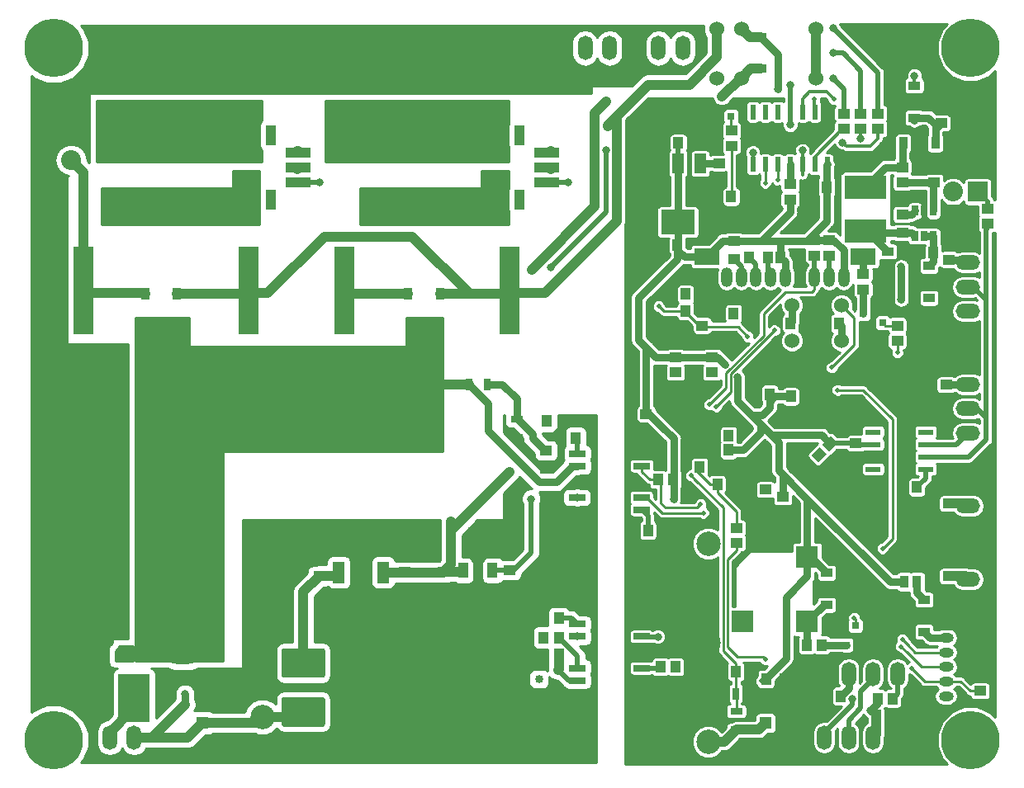
<source format=gbr>
G04 #@! TF.GenerationSoftware,KiCad,Pcbnew,(5.0.2)-1*
G04 #@! TF.CreationDate,2019-05-04T12:12:20+09:00*
G04 #@! TF.ProjectId,Electrocity_Manager,456c6563-7472-46f6-9369-74795f4d616e,rev?*
G04 #@! TF.SameCoordinates,Original*
G04 #@! TF.FileFunction,Copper,L2,Bot*
G04 #@! TF.FilePolarity,Positive*
%FSLAX46Y46*%
G04 Gerber Fmt 4.6, Leading zero omitted, Abs format (unit mm)*
G04 Created by KiCad (PCBNEW (5.0.2)-1) date 2019/05/04 12:12:20*
%MOMM*%
%LPD*%
G01*
G04 APERTURE LIST*
G04 #@! TA.AperFunction,ComponentPad*
%ADD10C,2.500000*%
G04 #@! TD*
G04 #@! TA.AperFunction,SMDPad,CuDef*
%ADD11R,1.200000X1.000000*%
G04 #@! TD*
G04 #@! TA.AperFunction,SMDPad,CuDef*
%ADD12R,1.000000X1.200000*%
G04 #@! TD*
G04 #@! TA.AperFunction,SMDPad,CuDef*
%ADD13R,4.200000X2.400000*%
G04 #@! TD*
G04 #@! TA.AperFunction,SMDPad,CuDef*
%ADD14R,1.220000X0.910000*%
G04 #@! TD*
G04 #@! TA.AperFunction,SMDPad,CuDef*
%ADD15R,2.300000X2.300000*%
G04 #@! TD*
G04 #@! TA.AperFunction,SMDPad,CuDef*
%ADD16R,0.800100X0.800100*%
G04 #@! TD*
G04 #@! TA.AperFunction,ComponentPad*
%ADD17C,6.500000*%
G04 #@! TD*
G04 #@! TA.AperFunction,SMDPad,CuDef*
%ADD18R,0.965200X1.270000*%
G04 #@! TD*
G04 #@! TA.AperFunction,SMDPad,CuDef*
%ADD19C,1.000000*%
G04 #@! TD*
G04 #@! TA.AperFunction,Conductor*
%ADD20C,0.100000*%
G04 #@! TD*
G04 #@! TA.AperFunction,ComponentPad*
%ADD21C,1.300000*%
G04 #@! TD*
G04 #@! TA.AperFunction,ComponentPad*
%ADD22R,1.300000X1.300000*%
G04 #@! TD*
G04 #@! TA.AperFunction,SMDPad,CuDef*
%ADD23R,0.910000X1.220000*%
G04 #@! TD*
G04 #@! TA.AperFunction,ComponentPad*
%ADD24R,2.032000X2.032000*%
G04 #@! TD*
G04 #@! TA.AperFunction,ComponentPad*
%ADD25O,2.032000X2.032000*%
G04 #@! TD*
G04 #@! TA.AperFunction,ComponentPad*
%ADD26O,2.500000X1.500000*%
G04 #@! TD*
G04 #@! TA.AperFunction,ComponentPad*
%ADD27O,1.500000X2.500000*%
G04 #@! TD*
G04 #@! TA.AperFunction,ComponentPad*
%ADD28C,8.500000*%
G04 #@! TD*
G04 #@! TA.AperFunction,SMDPad,CuDef*
%ADD29R,0.690880X1.000760*%
G04 #@! TD*
G04 #@! TA.AperFunction,SMDPad,CuDef*
%ADD30R,1.200000X2.000000*%
G04 #@! TD*
G04 #@! TA.AperFunction,SMDPad,CuDef*
%ADD31R,3.500000X2.500000*%
G04 #@! TD*
G04 #@! TA.AperFunction,ComponentPad*
%ADD32R,3.000000X13.000000*%
G04 #@! TD*
G04 #@! TA.AperFunction,ComponentPad*
%ADD33R,2.000000X9.000000*%
G04 #@! TD*
G04 #@! TA.AperFunction,ComponentPad*
%ADD34R,13.000000X3.000000*%
G04 #@! TD*
G04 #@! TA.AperFunction,SMDPad,CuDef*
%ADD35R,1.000000X2.000000*%
G04 #@! TD*
G04 #@! TA.AperFunction,SMDPad,CuDef*
%ADD36R,2.500000X1.000000*%
G04 #@! TD*
G04 #@! TA.AperFunction,SMDPad,CuDef*
%ADD37R,2.500000X1.800000*%
G04 #@! TD*
G04 #@! TA.AperFunction,SMDPad,CuDef*
%ADD38R,1.700000X0.650000*%
G04 #@! TD*
G04 #@! TA.AperFunction,ComponentPad*
%ADD39O,1.524000X1.000000*%
G04 #@! TD*
G04 #@! TA.AperFunction,ComponentPad*
%ADD40C,4.500880*%
G04 #@! TD*
G04 #@! TA.AperFunction,SMDPad,CuDef*
%ADD41R,0.700000X1.300000*%
G04 #@! TD*
G04 #@! TA.AperFunction,SMDPad,CuDef*
%ADD42R,1.300000X0.700000*%
G04 #@! TD*
G04 #@! TA.AperFunction,SMDPad,CuDef*
%ADD43R,1.000760X1.501140*%
G04 #@! TD*
G04 #@! TA.AperFunction,SMDPad,CuDef*
%ADD44R,1.998980X2.999740*%
G04 #@! TD*
G04 #@! TA.AperFunction,SMDPad,CuDef*
%ADD45C,0.749300*%
G04 #@! TD*
G04 #@! TA.AperFunction,SMDPad,CuDef*
%ADD46R,1.250000X1.000000*%
G04 #@! TD*
G04 #@! TA.AperFunction,SMDPad,CuDef*
%ADD47R,0.600000X1.500000*%
G04 #@! TD*
G04 #@! TA.AperFunction,ComponentPad*
%ADD48C,1.524000*%
G04 #@! TD*
G04 #@! TA.AperFunction,ComponentPad*
%ADD49O,1.200000X2.000000*%
G04 #@! TD*
G04 #@! TA.AperFunction,ComponentPad*
%ADD50R,2.600000X1.700000*%
G04 #@! TD*
G04 #@! TA.AperFunction,SMDPad,CuDef*
%ADD51R,1.550000X0.600000*%
G04 #@! TD*
G04 #@! TA.AperFunction,SMDPad,CuDef*
%ADD52R,1.200000X2.200000*%
G04 #@! TD*
G04 #@! TA.AperFunction,SMDPad,CuDef*
%ADD53R,5.800000X6.400000*%
G04 #@! TD*
G04 #@! TA.AperFunction,SMDPad,CuDef*
%ADD54C,3.025000*%
G04 #@! TD*
G04 #@! TA.AperFunction,SMDPad,CuDef*
%ADD55R,0.950000X1.000000*%
G04 #@! TD*
G04 #@! TA.AperFunction,SMDPad,CuDef*
%ADD56R,3.200000X4.900000*%
G04 #@! TD*
G04 #@! TA.AperFunction,ViaPad*
%ADD57C,6.000000*%
G04 #@! TD*
G04 #@! TA.AperFunction,ViaPad*
%ADD58C,0.800000*%
G04 #@! TD*
G04 #@! TA.AperFunction,ViaPad*
%ADD59C,0.500000*%
G04 #@! TD*
G04 #@! TA.AperFunction,Conductor*
%ADD60C,1.000000*%
G04 #@! TD*
G04 #@! TA.AperFunction,Conductor*
%ADD61C,0.800000*%
G04 #@! TD*
G04 #@! TA.AperFunction,Conductor*
%ADD62C,0.250000*%
G04 #@! TD*
G04 #@! TA.AperFunction,Conductor*
%ADD63C,0.500000*%
G04 #@! TD*
G04 #@! TA.AperFunction,Conductor*
%ADD64C,0.300000*%
G04 #@! TD*
G04 #@! TA.AperFunction,Conductor*
%ADD65C,0.254000*%
G04 #@! TD*
G04 APERTURE END LIST*
D10*
G04 #@! TO.P,U9,4*
G04 #@! TO.N,Net-(U9-Pad4)*
X118110000Y-151840000D03*
G04 #@! TO.P,U9,5*
G04 #@! TO.N,GND*
X118110000Y-162000000D03*
G04 #@! TO.P,U9,6*
G04 #@! TO.N,Net-(C35-Pad1)*
X118110000Y-172160000D03*
G04 #@! TO.P,U9,3*
G04 #@! TO.N,GNDPWR*
X72390000Y-154380000D03*
G04 #@! TO.P,U9,2*
X72390000Y-164540000D03*
G04 #@! TO.P,U9,1*
G04 #@! TO.N,/24V*
X72390000Y-169620000D03*
G04 #@! TD*
D11*
G04 #@! TO.P,C13,2*
G04 #@! TO.N,GND*
X124000000Y-148180000D03*
G04 #@! TO.P,C13,1*
G04 #@! TO.N,Net-(C13-Pad1)*
X124000000Y-146300001D03*
G04 #@! TD*
G04 #@! TO.P,C4,1*
G04 #@! TO.N,+3.3V*
X133250000Y-141550000D03*
G04 #@! TO.P,C4,2*
G04 #@! TO.N,GND*
X133250000Y-143430000D03*
G04 #@! TD*
D12*
G04 #@! TO.P,C11,1*
G04 #@! TO.N,Net-(C11-Pad1)*
X120199999Y-140750000D03*
G04 #@! TO.P,C11,2*
G04 #@! TO.N,GND*
X118320000Y-140750000D03*
G04 #@! TD*
D13*
G04 #@! TO.P,L1,2*
G04 #@! TO.N,Net-(D13-Pad1)*
X134250000Y-115250000D03*
G04 #@! TO.P,L1,1*
G04 #@! TO.N,Net-(C23-Pad1)*
X134250000Y-119750000D03*
G04 #@! TD*
D12*
G04 #@! TO.P,C19,1*
G04 #@! TO.N,+3.3V*
X125550000Y-122500000D03*
G04 #@! TO.P,C19,2*
G04 #@! TO.N,GND*
X127430000Y-122500000D03*
G04 #@! TD*
D14*
G04 #@! TO.P,D12,1*
G04 #@! TO.N,+12V*
X140750000Y-126635000D03*
G04 #@! TO.P,D12,2*
G04 #@! TO.N,Net-(C25-Pad1)*
X140750000Y-123365000D03*
G04 #@! TD*
D11*
G04 #@! TO.P,R48,1*
G04 #@! TO.N,/PC2*
X120500000Y-111030000D03*
G04 #@! TO.P,R48,2*
G04 #@! TO.N,Net-(Q7-Pad1)*
X120500000Y-109470000D03*
G04 #@! TD*
D12*
G04 #@! TO.P,C9,2*
G04 #@! TO.N,+3.3V*
X120180000Y-142250000D03*
G04 #@! TO.P,C9,1*
G04 #@! TO.N,GND*
X118300000Y-142250000D03*
G04 #@! TD*
D15*
G04 #@! TO.P,SP1,3*
G04 #@! TO.N,N/C*
X121650000Y-159850000D03*
G04 #@! TO.P,SP1,2*
G04 #@! TO.N,Net-(D9-Pad1)*
X128250000Y-159850000D03*
G04 #@! TO.P,SP1,1*
G04 #@! TO.N,+3.3V*
X128250000Y-153250000D03*
G04 #@! TD*
D11*
G04 #@! TO.P,C27,2*
G04 #@! TO.N,GND*
X111750000Y-140430000D03*
G04 #@! TO.P,C27,1*
G04 #@! TO.N,+3.3V*
X111750000Y-138550000D03*
G04 #@! TD*
D12*
G04 #@! TO.P,C44,1*
G04 #@! TO.N,/ADC12_IN8*
X120950000Y-165000000D03*
G04 #@! TO.P,C44,2*
G04 #@! TO.N,GND*
X119070000Y-165000000D03*
G04 #@! TD*
D16*
G04 #@! TO.P,Q7,1*
G04 #@! TO.N,Net-(Q7-Pad1)*
X120450000Y-108000760D03*
G04 #@! TO.P,Q7,2*
G04 #@! TO.N,GND*
X118550000Y-108000760D03*
G04 #@! TO.P,Q7,3*
G04 #@! TO.N,Net-(D25-Pad1)*
X119500000Y-106001780D03*
G04 #@! TD*
D11*
G04 #@! TO.P,R6,2*
G04 #@! TO.N,Net-(JP3-Pad1)*
X146750000Y-117470000D03*
G04 #@! TO.P,R6,1*
G04 #@! TO.N,/CAN_H*
X146750000Y-119030000D03*
G04 #@! TD*
D17*
G04 #@! TO.P,P15,1*
G04 #@! TO.N,GNDPWR*
X90250000Y-102500000D03*
G04 #@! TO.P,P15,2*
G04 #@! TO.N,FUN_Vdd*
X90250000Y-109500000D03*
G04 #@! TD*
G04 #@! TO.P,P17,2*
G04 #@! TO.N,POWER_Vdd*
X67000000Y-109500000D03*
G04 #@! TO.P,P17,1*
G04 #@! TO.N,GNDPWR*
X67000000Y-102500000D03*
G04 #@! TD*
D18*
G04 #@! TO.P,JP2,2*
G04 #@! TO.N,+3.3V*
X138250000Y-155750000D03*
G04 #@! TO.P,JP2,1*
G04 #@! TO.N,Net-(D1-Pad2)*
X139520000Y-155750000D03*
G04 #@! TD*
D19*
G04 #@! TO.P,C12,1*
G04 #@! TO.N,GND*
X131921751Y-142921751D03*
D20*
G04 #@! TD*
G04 #@! TO.N,GND*
G04 #@! TO.C,C12*
G36*
X132699568Y-142851040D02*
X131851040Y-143699568D01*
X131143934Y-142992462D01*
X131992462Y-142143934D01*
X132699568Y-142851040D01*
X132699568Y-142851040D01*
G37*
D19*
G04 #@! TO.P,C12,2*
G04 #@! TO.N,+3.3V*
X130592391Y-141592391D03*
D20*
G04 #@! TD*
G04 #@! TO.N,+3.3V*
G04 #@! TO.C,C12*
G36*
X131370208Y-141521680D02*
X130521680Y-142370208D01*
X129814574Y-141663102D01*
X130663102Y-140814574D01*
X131370208Y-141521680D01*
X131370208Y-141521680D01*
G37*
D11*
G04 #@! TO.P,C20,2*
G04 #@! TO.N,Net-(C20-Pad2)*
X120750000Y-122680000D03*
G04 #@! TO.P,C20,1*
G04 #@! TO.N,+3.3V*
X120750000Y-120800000D03*
G04 #@! TD*
G04 #@! TO.P,C23,1*
G04 #@! TO.N,Net-(C23-Pad1)*
X138000000Y-119950000D03*
G04 #@! TO.P,C23,2*
G04 #@! TO.N,Net-(C23-Pad2)*
X138000000Y-118070000D03*
G04 #@! TD*
G04 #@! TO.P,C24,1*
G04 #@! TO.N,+5V*
X119250000Y-112800000D03*
G04 #@! TO.P,C24,2*
G04 #@! TO.N,GND*
X119250000Y-114680000D03*
G04 #@! TD*
D12*
G04 #@! TO.P,C25,2*
G04 #@! TO.N,GND*
X139320000Y-122000000D03*
G04 #@! TO.P,C25,1*
G04 #@! TO.N,Net-(C25-Pad1)*
X141200000Y-122000000D03*
G04 #@! TD*
G04 #@! TO.P,C26,1*
G04 #@! TO.N,+3.3V*
X114950000Y-121250000D03*
G04 #@! TO.P,C26,2*
G04 #@! TO.N,GND*
X113070000Y-121250000D03*
G04 #@! TD*
D21*
G04 #@! TO.P,C32,2*
G04 #@! TO.N,GNDPWR*
X66250000Y-172750000D03*
D22*
G04 #@! TO.P,C32,1*
G04 #@! TO.N,/24V*
X66250000Y-170250000D03*
G04 #@! TD*
G04 #@! TO.P,C35,1*
G04 #@! TO.N,Net-(C35-Pad1)*
X124000000Y-170250000D03*
D21*
G04 #@! TO.P,C35,2*
G04 #@! TO.N,GND*
X124000000Y-172750000D03*
G04 #@! TD*
D14*
G04 #@! TO.P,D1,2*
G04 #@! TO.N,Net-(D1-Pad2)*
X140250000Y-157615000D03*
G04 #@! TO.P,D1,1*
G04 #@! TO.N,Net-(D1-Pad1)*
X140250000Y-160885000D03*
G04 #@! TD*
G04 #@! TO.P,D9,1*
G04 #@! TO.N,Net-(D9-Pad1)*
X130250000Y-158135000D03*
G04 #@! TO.P,D9,2*
G04 #@! TO.N,+3.3V*
X130250000Y-154865000D03*
G04 #@! TD*
G04 #@! TO.P,D11,2*
G04 #@! TO.N,Net-(C23-Pad1)*
X136500000Y-121865000D03*
G04 #@! TO.P,D11,1*
G04 #@! TO.N,GND*
X136500000Y-125135000D03*
G04 #@! TD*
D23*
G04 #@! TO.P,D13,2*
G04 #@! TO.N,+5V*
X141385000Y-110750000D03*
G04 #@! TO.P,D13,1*
G04 #@! TO.N,Net-(D13-Pad1)*
X138115000Y-110750000D03*
G04 #@! TD*
D24*
G04 #@! TO.P,JP3,1*
G04 #@! TO.N,Net-(JP3-Pad1)*
X145750000Y-115750000D03*
D25*
G04 #@! TO.P,JP3,2*
G04 #@! TO.N,/CAN_L*
X143210000Y-115750000D03*
G04 #@! TD*
D26*
G04 #@! TO.P,P3,4*
G04 #@! TO.N,/CAN_L*
X144750000Y-128000000D03*
G04 #@! TO.P,P3,3*
G04 #@! TO.N,/CAN_H*
X144750000Y-125500000D03*
G04 #@! TO.P,P3,2*
G04 #@! TO.N,+12V*
X144750000Y-123000000D03*
G04 #@! TO.P,P3,1*
G04 #@! TO.N,GND*
X144750000Y-120500000D03*
G04 #@! TD*
D27*
G04 #@! TO.P,P9,2*
G04 #@! TO.N,/24V*
X59250000Y-171750000D03*
G04 #@! TO.P,P9,1*
G04 #@! TO.N,Net-(D10-Pad3)*
X56750000Y-171750000D03*
G04 #@! TD*
D28*
G04 #@! TO.P,P13,1*
G04 #@! TO.N,GNDPWR*
X53250000Y-160000000D03*
G04 #@! TO.P,P13,2*
G04 #@! TO.N,+BATT*
X64250000Y-160000000D03*
G04 #@! TD*
D17*
G04 #@! TO.P,P14,2*
G04 #@! TO.N,POWER_Vdd*
X58750000Y-109500000D03*
G04 #@! TO.P,P14,1*
G04 #@! TO.N,GNDPWR*
X58750000Y-102500000D03*
G04 #@! TD*
D28*
G04 #@! TO.P,P16,2*
G04 #@! TO.N,+BATT*
X64250000Y-150000000D03*
G04 #@! TO.P,P16,1*
G04 #@! TO.N,GNDPWR*
X53250000Y-150000000D03*
G04 #@! TD*
D17*
G04 #@! TO.P,P18,1*
G04 #@! TO.N,GNDPWR*
X82000000Y-102500000D03*
G04 #@! TO.P,P18,2*
G04 #@! TO.N,FUN_Vdd*
X82000000Y-109500000D03*
G04 #@! TD*
D29*
G04 #@! TO.P,U5,6*
G04 #@! TO.N,Net-(C23-Pad1)*
X139300040Y-120300480D03*
G04 #@! TO.P,U5,5*
G04 #@! TO.N,Net-(C25-Pad1)*
X140250000Y-120300480D03*
G04 #@! TO.P,U5,4*
X141199960Y-120300480D03*
G04 #@! TO.P,U5,3*
G04 #@! TO.N,/FB*
X141199960Y-117699520D03*
G04 #@! TO.P,U5,2*
G04 #@! TO.N,GND*
X140250000Y-117699520D03*
G04 #@! TO.P,U5,1*
G04 #@! TO.N,Net-(C23-Pad2)*
X139300040Y-117699520D03*
G04 #@! TD*
D30*
G04 #@! TO.P,U7,2*
G04 #@! TO.N,+3.3V*
X115000000Y-112850000D03*
G04 #@! TO.P,U7,1*
G04 #@! TO.N,GND*
X112700000Y-112850000D03*
G04 #@! TO.P,U7,3*
G04 #@! TO.N,+5V*
X117300000Y-112850000D03*
D31*
G04 #@! TO.P,U7,2*
G04 #@! TO.N,+3.3V*
X115000000Y-118850000D03*
G04 #@! TD*
D32*
G04 #@! TO.P,U8,30*
G04 #@! TO.N,+BATT*
X62500000Y-135250000D03*
D33*
G04 #@! TO.P,U8,86*
G04 #@! TO.N,/Relay_Out*
X54050000Y-125900000D03*
G04 #@! TO.P,U8,85*
G04 #@! TO.N,/Coil*
X70950000Y-125900000D03*
D34*
G04 #@! TO.P,U8,87*
G04 #@! TO.N,Net-(U11-Pad5)*
X62500000Y-117500000D03*
G04 #@! TD*
G04 #@! TO.P,U12,87*
G04 #@! TO.N,Net-(U12-Pad87)*
X89250000Y-117500000D03*
D33*
G04 #@! TO.P,U12,85*
G04 #@! TO.N,/Coil*
X97700000Y-125900000D03*
G04 #@! TO.P,U12,86*
G04 #@! TO.N,/Relay_Out*
X80800000Y-125900000D03*
D32*
G04 #@! TO.P,U12,30*
G04 #@! TO.N,+BATT*
X89250000Y-135250000D03*
G04 #@! TD*
D35*
G04 #@! TO.P,U14,*
G04 #@! TO.N,*
X98750000Y-116550000D03*
X98750000Y-109950000D03*
D36*
G04 #@! TO.P,U14,3*
G04 #@! TO.N,Net-(R44-Pad2)*
X101550000Y-114750000D03*
G04 #@! TO.P,U14,2*
G04 #@! TO.N,GND*
X101550000Y-113250000D03*
G04 #@! TO.P,U14,1*
G04 #@! TO.N,+3.3V*
X101550000Y-111750000D03*
D37*
G04 #@! TO.P,U14,5*
G04 #@! TO.N,Net-(U12-Pad87)*
X96050000Y-114750000D03*
G04 #@! TO.P,U14,6*
G04 #@! TO.N,FUN_Vdd*
X96050000Y-111750000D03*
G04 #@! TD*
D38*
G04 #@! TO.P,IC2,1*
G04 #@! TO.N,Net-(IC2-Pad1)*
X111300000Y-164615000D03*
G04 #@! TO.P,IC2,2*
G04 #@! TO.N,GND*
X111300000Y-165885000D03*
G04 #@! TO.P,IC2,3*
G04 #@! TO.N,Net-(IC2-Pad3)*
X104700000Y-165885000D03*
G04 #@! TO.P,IC2,4*
G04 #@! TO.N,Net-(IC2-Pad4)*
X104700000Y-164615000D03*
G04 #@! TD*
G04 #@! TO.P,IC3,4*
G04 #@! TO.N,/Relay_state*
X111300000Y-161385000D03*
G04 #@! TO.P,IC3,3*
G04 #@! TO.N,GND*
X111300000Y-160115000D03*
G04 #@! TO.P,IC3,2*
G04 #@! TO.N,Net-(IC3-Pad2)*
X104700000Y-160115000D03*
G04 #@! TO.P,IC3,1*
G04 #@! TO.N,/Coil*
X104700000Y-161385000D03*
G04 #@! TD*
G04 #@! TO.P,IC4,4*
G04 #@! TO.N,Net-(IC4-Pad4)*
X104660000Y-147115000D03*
G04 #@! TO.P,IC4,3*
G04 #@! TO.N,GNDPWR*
X104660000Y-148385000D03*
G04 #@! TO.P,IC4,2*
G04 #@! TO.N,Net-(IC4-Pad2)*
X111260000Y-148385000D03*
G04 #@! TO.P,IC4,1*
G04 #@! TO.N,/PB15*
X111260000Y-147115000D03*
G04 #@! TD*
D39*
G04 #@! TO.P,P1,1*
G04 #@! TO.N,GND*
X142500000Y-160000000D03*
G04 #@! TO.P,P1,2*
G04 #@! TO.N,Net-(D1-Pad1)*
X142500000Y-161500000D03*
G04 #@! TO.P,P1,3*
G04 #@! TO.N,/SWCLK*
X142500000Y-163000000D03*
G04 #@! TO.P,P1,4*
G04 #@! TO.N,/SWDIO*
X142500000Y-164500000D03*
G04 #@! TO.P,P1,5*
G04 #@! TO.N,/~NRST*
X142500000Y-166000000D03*
G04 #@! TO.P,P1,6*
G04 #@! TO.N,Net-(P1-Pad6)*
X142500000Y-167500000D03*
G04 #@! TD*
D11*
G04 #@! TO.P,C2,1*
G04 #@! TO.N,+12V*
X142500000Y-135550000D03*
G04 #@! TO.P,C2,2*
G04 #@! TO.N,GND*
X142500000Y-137430000D03*
G04 #@! TD*
G04 #@! TO.P,C3,1*
G04 #@! TO.N,/~NRST*
X146000000Y-166950000D03*
G04 #@! TO.P,C3,2*
G04 #@! TO.N,GND*
X146000000Y-165070000D03*
G04 #@! TD*
G04 #@! TO.P,C6,2*
G04 #@! TO.N,GND*
X142750000Y-120820000D03*
G04 #@! TO.P,C6,1*
G04 #@! TO.N,+12V*
X142750000Y-122700000D03*
G04 #@! TD*
D12*
G04 #@! TO.P,C7,2*
G04 #@! TO.N,GND*
X137180000Y-169500000D03*
G04 #@! TO.P,C7,1*
G04 #@! TO.N,+12V*
X135300000Y-169500000D03*
G04 #@! TD*
G04 #@! TO.P,C8,1*
G04 #@! TO.N,GND*
X122550000Y-136500000D03*
G04 #@! TO.P,C8,2*
G04 #@! TO.N,+3.3V*
X124430000Y-136500000D03*
G04 #@! TD*
D11*
G04 #@! TO.P,C10,2*
G04 #@! TO.N,+3.3V*
X125750000Y-147070000D03*
G04 #@! TO.P,C10,1*
G04 #@! TO.N,GND*
X125750000Y-148950000D03*
G04 #@! TD*
D12*
G04 #@! TO.P,C14,2*
G04 #@! TO.N,GND*
X129820000Y-167500000D03*
G04 #@! TO.P,C14,1*
G04 #@! TO.N,+12V*
X131700000Y-167500000D03*
G04 #@! TD*
G04 #@! TO.P,C15,2*
G04 #@! TO.N,+3.3V*
X126570000Y-136750000D03*
G04 #@! TO.P,C15,1*
G04 #@! TO.N,GND*
X128450000Y-136750000D03*
G04 #@! TD*
D11*
G04 #@! TO.P,C16,2*
G04 #@! TO.N,GND*
X142750000Y-153320000D03*
G04 #@! TO.P,C16,1*
G04 #@! TO.N,+12V*
X142750000Y-155200000D03*
G04 #@! TD*
G04 #@! TO.P,C17,1*
G04 #@! TO.N,+12V*
X142750000Y-147750000D03*
G04 #@! TO.P,C17,2*
G04 #@! TO.N,GND*
X142750000Y-145870000D03*
G04 #@! TD*
D12*
G04 #@! TO.P,C18,1*
G04 #@! TO.N,GND*
X128370000Y-115250000D03*
G04 #@! TO.P,C18,2*
G04 #@! TO.N,+3.3V*
X130250000Y-115250000D03*
G04 #@! TD*
G04 #@! TO.P,C21,2*
G04 #@! TO.N,Net-(C21-Pad2)*
X122320000Y-122500000D03*
G04 #@! TO.P,C21,1*
G04 #@! TO.N,Net-(C21-Pad1)*
X124200000Y-122500000D03*
G04 #@! TD*
D11*
G04 #@! TO.P,C29,2*
G04 #@! TO.N,GND*
X142000000Y-106820000D03*
G04 #@! TO.P,C29,1*
G04 #@! TO.N,+5V*
X142000000Y-108700000D03*
G04 #@! TD*
D12*
G04 #@! TO.P,C33,2*
G04 #@! TO.N,GND*
X117680000Y-128000000D03*
G04 #@! TO.P,C33,1*
G04 #@! TO.N,/ADC12_IN1*
X115800000Y-128000000D03*
G04 #@! TD*
D11*
G04 #@! TO.P,C38,1*
G04 #@! TO.N,/Voltage*
X101500000Y-142300000D03*
G04 #@! TO.P,C38,2*
G04 #@! TO.N,GNDPWR*
X101500000Y-144180000D03*
G04 #@! TD*
D12*
G04 #@! TO.P,C39,1*
G04 #@! TO.N,/ADC12_IN2*
X115800000Y-126250000D03*
G04 #@! TO.P,C39,2*
G04 #@! TO.N,GND*
X117680000Y-126250000D03*
G04 #@! TD*
G04 #@! TO.P,C41,2*
G04 #@! TO.N,GND*
X125930000Y-165750000D03*
G04 #@! TO.P,C41,1*
G04 #@! TO.N,+3.3V*
X124050000Y-165750000D03*
G04 #@! TD*
G04 #@! TO.P,C42,1*
G04 #@! TO.N,/ADC12_IN9*
X119050000Y-145750000D03*
G04 #@! TO.P,C42,2*
G04 #@! TO.N,GND*
X120930000Y-145750000D03*
G04 #@! TD*
D11*
G04 #@! TO.P,C43,1*
G04 #@! TO.N,GNDPWR*
X97750000Y-156450000D03*
G04 #@! TO.P,C43,2*
G04 #@! TO.N,3V3*
X97750000Y-154570000D03*
G04 #@! TD*
D24*
G04 #@! TO.P,JP1,1*
G04 #@! TO.N,GNDPWR*
X50250000Y-112500000D03*
D25*
G04 #@! TO.P,JP1,2*
G04 #@! TO.N,/Relay_Out*
X52790000Y-112500000D03*
G04 #@! TD*
D27*
G04 #@! TO.P,P5,4*
G04 #@! TO.N,/Relay_state*
X137500000Y-165250000D03*
G04 #@! TO.P,P5,3*
G04 #@! TO.N,/Fource_shutdown*
X135000000Y-165250000D03*
G04 #@! TO.P,P5,2*
G04 #@! TO.N,+12V*
X132500000Y-165250000D03*
G04 #@! TO.P,P5,1*
G04 #@! TO.N,GND*
X130000000Y-165250000D03*
G04 #@! TD*
D26*
G04 #@! TO.P,P6,1*
G04 #@! TO.N,GND*
X144750000Y-153000000D03*
G04 #@! TO.P,P6,2*
G04 #@! TO.N,+12V*
X144750000Y-155500000D03*
G04 #@! TD*
G04 #@! TO.P,P7,2*
G04 #@! TO.N,+12V*
X144750000Y-148000000D03*
G04 #@! TO.P,P7,1*
G04 #@! TO.N,GND*
X144750000Y-145500000D03*
G04 #@! TD*
D27*
G04 #@! TO.P,P10,2*
G04 #@! TO.N,Net-(P10-Pad2)*
X108000000Y-101000000D03*
G04 #@! TO.P,P10,1*
G04 #@! TO.N,+12C*
X105500000Y-101000000D03*
G04 #@! TD*
G04 #@! TO.P,P11,1*
G04 #@! TO.N,Net-(P10-Pad2)*
X113000000Y-101000000D03*
G04 #@! TO.P,P11,2*
G04 #@! TO.N,Net-(P11-Pad2)*
X115500000Y-101000000D03*
G04 #@! TD*
D40*
G04 #@! TO.P,P12,1*
G04 #@! TO.N,GNDPWR*
X99000000Y-101500000D03*
G04 #@! TD*
D16*
G04 #@! TO.P,Q1,1*
G04 #@! TO.N,Net-(IC2-Pad3)*
X102750760Y-164800000D03*
G04 #@! TO.P,Q1,2*
G04 #@! TO.N,GNDPWR*
X102750760Y-166700000D03*
G04 #@! TO.P,Q1,3*
G04 #@! TO.N,/Relay_Out*
X100751780Y-165750000D03*
G04 #@! TD*
G04 #@! TO.P,Q2,3*
G04 #@! TO.N,Net-(Q2-Pad3)*
X132250000Y-162248220D03*
G04 #@! TO.P,Q2,2*
G04 #@! TO.N,GND*
X131300000Y-160249240D03*
G04 #@! TO.P,Q2,1*
G04 #@! TO.N,Net-(Q2-Pad1)*
X133200000Y-160249240D03*
G04 #@! TD*
G04 #@! TO.P,Q3,1*
G04 #@! TO.N,Net-(Q3-Pad1)*
X136000760Y-129200000D03*
G04 #@! TO.P,Q3,2*
G04 #@! TO.N,GND*
X136000760Y-127300000D03*
G04 #@! TO.P,Q3,3*
G04 #@! TO.N,Net-(Q3-Pad3)*
X134001780Y-128250000D03*
G04 #@! TD*
D12*
G04 #@! TO.P,R7,1*
G04 #@! TO.N,GNDPWR*
X101220000Y-163250000D03*
G04 #@! TO.P,R7,2*
G04 #@! TO.N,Net-(IC2-Pad3)*
X102780000Y-163250000D03*
G04 #@! TD*
D19*
G04 #@! TO.P,R8,2*
G04 #@! TO.N,GND*
X130551543Y-143801543D03*
D20*
G04 #@! TD*
G04 #@! TO.N,GND*
G04 #@! TO.C,R8*
G36*
X129773726Y-143872254D02*
X130622254Y-143023726D01*
X131329360Y-143730832D01*
X130480832Y-144579360D01*
X129773726Y-143872254D01*
X129773726Y-143872254D01*
G37*
D19*
G04 #@! TO.P,R8,1*
G04 #@! TO.N,Net-(R8-Pad1)*
X129448457Y-142698457D03*
D20*
G04 #@! TD*
G04 #@! TO.N,Net-(R8-Pad1)*
G04 #@! TO.C,R8*
G36*
X128670640Y-142769168D02*
X129519168Y-141920640D01*
X130226274Y-142627746D01*
X129377746Y-143476274D01*
X128670640Y-142769168D01*
X128670640Y-142769168D01*
G37*
D12*
G04 #@! TO.P,R9,2*
G04 #@! TO.N,Net-(IC2-Pad4)*
X102780000Y-161500000D03*
G04 #@! TO.P,R9,1*
G04 #@! TO.N,/MAIN_SW_Vdd*
X101220000Y-161500000D03*
G04 #@! TD*
G04 #@! TO.P,R11,1*
G04 #@! TO.N,GNDPWR*
X101220000Y-159500000D03*
G04 #@! TO.P,R11,2*
G04 #@! TO.N,Net-(IC3-Pad2)*
X102780000Y-159500000D03*
G04 #@! TD*
G04 #@! TO.P,R12,2*
G04 #@! TO.N,GND*
X137940000Y-146060000D03*
G04 #@! TO.P,R12,1*
G04 #@! TO.N,Net-(R12-Pad1)*
X139500000Y-146060000D03*
G04 #@! TD*
G04 #@! TO.P,R15,2*
G04 #@! TO.N,/Fource_shutdown*
X114780000Y-164500000D03*
G04 #@! TO.P,R15,1*
G04 #@! TO.N,Net-(IC2-Pad1)*
X113220000Y-164500000D03*
G04 #@! TD*
G04 #@! TO.P,R17,2*
G04 #@! TO.N,+12V*
X135470000Y-167750000D03*
G04 #@! TO.P,R17,1*
G04 #@! TO.N,/Relay_state*
X137030000Y-167750000D03*
G04 #@! TD*
G04 #@! TO.P,R24,1*
G04 #@! TO.N,Net-(Q2-Pad3)*
X129780000Y-162250000D03*
G04 #@! TO.P,R24,2*
G04 #@! TO.N,Net-(D9-Pad1)*
X128220000Y-162250000D03*
G04 #@! TD*
G04 #@! TO.P,R25,1*
G04 #@! TO.N,GND*
X113500000Y-150500000D03*
G04 #@! TO.P,R25,2*
G04 #@! TO.N,Net-(IC4-Pad2)*
X111940000Y-150500000D03*
G04 #@! TD*
D11*
G04 #@! TO.P,R26,2*
G04 #@! TO.N,+3.3V*
X130500000Y-120720000D03*
G04 #@! TO.P,R26,1*
G04 #@! TO.N,/I2C2_SCL*
X130500000Y-122280000D03*
G04 #@! TD*
G04 #@! TO.P,R27,1*
G04 #@! TO.N,/I2C2_SDA*
X129000000Y-122280000D03*
G04 #@! TO.P,R27,2*
G04 #@! TO.N,+3.3V*
X129000000Y-120720000D03*
G04 #@! TD*
G04 #@! TO.P,R28,2*
G04 #@! TO.N,/PC13*
X137500000Y-131030000D03*
G04 #@! TO.P,R28,1*
G04 #@! TO.N,Net-(Q3-Pad1)*
X137500000Y-129470000D03*
G04 #@! TD*
G04 #@! TO.P,R29,2*
G04 #@! TO.N,Net-(R29-Pad2)*
X134000000Y-124220000D03*
G04 #@! TO.P,R29,1*
G04 #@! TO.N,Net-(Q3-Pad3)*
X134000000Y-125780000D03*
G04 #@! TD*
G04 #@! TO.P,R31,2*
G04 #@! TO.N,Net-(D13-Pad1)*
X138000000Y-113220000D03*
G04 #@! TO.P,R31,1*
G04 #@! TO.N,/FB*
X138000000Y-114780000D03*
G04 #@! TD*
G04 #@! TO.P,R32,1*
G04 #@! TO.N,GND*
X141250000Y-113220000D03*
G04 #@! TO.P,R32,2*
G04 #@! TO.N,/FB*
X141250000Y-114780000D03*
G04 #@! TD*
G04 #@! TO.P,R47,1*
G04 #@! TO.N,/ADC12_IN9*
X121000000Y-150220000D03*
G04 #@! TO.P,R47,2*
G04 #@! TO.N,Net-(R47-Pad2)*
X121000000Y-151780000D03*
G04 #@! TD*
D35*
G04 #@! TO.P,U11,*
G04 #@! TO.N,*
X73250000Y-116550000D03*
X73250000Y-109950000D03*
D36*
G04 #@! TO.P,U11,3*
G04 #@! TO.N,Net-(R40-Pad2)*
X76050000Y-114750000D03*
G04 #@! TO.P,U11,2*
G04 #@! TO.N,GND*
X76050000Y-113250000D03*
G04 #@! TO.P,U11,1*
G04 #@! TO.N,+3.3V*
X76050000Y-111750000D03*
D37*
G04 #@! TO.P,U11,5*
G04 #@! TO.N,Net-(U11-Pad5)*
X70550000Y-114750000D03*
G04 #@! TO.P,U11,6*
G04 #@! TO.N,POWER_Vdd*
X70550000Y-111750000D03*
G04 #@! TD*
D26*
G04 #@! TO.P,P2,4*
G04 #@! TO.N,/CAN_L*
X144750000Y-140500000D03*
G04 #@! TO.P,P2,3*
G04 #@! TO.N,/CAN_H*
X144750000Y-138000000D03*
G04 #@! TO.P,P2,2*
G04 #@! TO.N,+12V*
X144750000Y-135500000D03*
G04 #@! TO.P,P2,1*
G04 #@! TO.N,GND*
X144750000Y-133000000D03*
G04 #@! TD*
D12*
G04 #@! TO.P,C22,1*
G04 #@! TO.N,GNDPWR*
X103450000Y-139250000D03*
G04 #@! TO.P,C22,2*
G04 #@! TO.N,3V3*
X101570000Y-139250000D03*
G04 #@! TD*
D23*
G04 #@! TO.P,D22,2*
G04 #@! TO.N,/Coil*
X63635000Y-126250000D03*
G04 #@! TO.P,D22,1*
G04 #@! TO.N,/Relay_Out*
X60365000Y-126250000D03*
G04 #@! TD*
G04 #@! TO.P,D23,1*
G04 #@! TO.N,/Relay_Out*
X87365000Y-126250000D03*
G04 #@! TO.P,D23,2*
G04 #@! TO.N,/Coil*
X90635000Y-126250000D03*
G04 #@! TD*
D41*
G04 #@! TO.P,R45,2*
G04 #@! TO.N,+BATT*
X93550000Y-135500000D03*
G04 #@! TO.P,R45,1*
G04 #@! TO.N,/Voltage*
X95450000Y-135500000D03*
G04 #@! TD*
D42*
G04 #@! TO.P,R46,1*
G04 #@! TO.N,GNDPWR*
X98500000Y-140950000D03*
G04 #@! TO.P,R46,2*
G04 #@! TO.N,/Voltage*
X98500000Y-139050000D03*
G04 #@! TD*
D43*
G04 #@! TO.P,U15,1*
G04 #@! TO.N,3V3*
X96001140Y-154602360D03*
G04 #@! TO.P,U15,2*
G04 #@! TO.N,GNDPWR*
X94500000Y-154602360D03*
G04 #@! TO.P,U15,3*
G04 #@! TO.N,+12C*
X92998860Y-154602360D03*
D44*
G04 #@! TO.P,U15,2*
G04 #@! TO.N,GNDPWR*
X94500000Y-151650880D03*
D45*
X94500000Y-153500000D03*
D20*
G04 #@! TD*
G04 #@! TO.N,GNDPWR*
G04 #@! TO.C,U15*
G36*
X93999620Y-153874650D02*
X93499240Y-153125350D01*
X95500760Y-153125350D01*
X95000380Y-153874650D01*
X93999620Y-153874650D01*
X93999620Y-153874650D01*
G37*
D46*
G04 #@! TO.P,C37,1*
G04 #@! TO.N,GNDPWR*
X91000000Y-156750000D03*
G04 #@! TO.P,C37,2*
G04 #@! TO.N,+12C*
X91000000Y-154750000D03*
G04 #@! TD*
D42*
G04 #@! TO.P,R52,2*
G04 #@! TO.N,Net-(C35-Pad1)*
X121000000Y-170950000D03*
G04 #@! TO.P,R52,1*
G04 #@! TO.N,/ADC12_IN8*
X121000000Y-169050000D03*
G04 #@! TD*
D27*
G04 #@! TO.P,P4,4*
G04 #@! TO.N,/Relay_state*
X130000000Y-171750000D03*
G04 #@! TO.P,P4,3*
G04 #@! TO.N,/Fource_shutdown*
X132500000Y-171750000D03*
G04 #@! TO.P,P4,2*
G04 #@! TO.N,+12V*
X135000000Y-171750000D03*
G04 #@! TO.P,P4,1*
G04 #@! TO.N,GND*
X137500000Y-171750000D03*
G04 #@! TD*
D12*
G04 #@! TO.P,C47,2*
G04 #@! TO.N,GND*
X129620000Y-129250000D03*
G04 #@! TO.P,C47,1*
G04 #@! TO.N,+5V*
X131500000Y-129250000D03*
G04 #@! TD*
G04 #@! TO.P,C48,2*
G04 #@! TO.N,GND*
X128430000Y-129250000D03*
G04 #@! TO.P,C48,1*
G04 #@! TO.N,+5V*
X126550000Y-129250000D03*
G04 #@! TD*
D14*
G04 #@! TO.P,D25,1*
G04 #@! TO.N,Net-(D25-Pad1)*
X123500000Y-103135000D03*
G04 #@! TO.P,D25,2*
G04 #@! TO.N,+5V*
X123500000Y-99865000D03*
G04 #@! TD*
D12*
G04 #@! TO.P,R18,1*
G04 #@! TO.N,GND*
X122030000Y-116250000D03*
G04 #@! TO.P,R18,2*
G04 #@! TO.N,/PC2*
X120470000Y-116250000D03*
G04 #@! TD*
D14*
G04 #@! TO.P,D29,1*
G04 #@! TO.N,Net-(D29-Pad1)*
X139250000Y-104865000D03*
G04 #@! TO.P,D29,2*
G04 #@! TO.N,+5V*
X139250000Y-108135000D03*
G04 #@! TD*
D11*
G04 #@! TO.P,R19,1*
G04 #@! TO.N,Net-(D26-Pad2)*
X132000000Y-107720000D03*
G04 #@! TO.P,R19,2*
G04 #@! TO.N,Net-(R19-Pad2)*
X132000000Y-109280000D03*
G04 #@! TD*
G04 #@! TO.P,R51,2*
G04 #@! TO.N,Net-(R51-Pad2)*
X133750000Y-109280000D03*
G04 #@! TO.P,R51,1*
G04 #@! TO.N,Net-(D27-Pad2)*
X133750000Y-107720000D03*
G04 #@! TD*
G04 #@! TO.P,R58,1*
G04 #@! TO.N,Net-(D28-Pad2)*
X135500000Y-107720000D03*
G04 #@! TO.P,R58,2*
G04 #@! TO.N,Net-(R58-Pad2)*
X135500000Y-109280000D03*
G04 #@! TD*
G04 #@! TO.P,R59,2*
G04 #@! TO.N,Net-(R59-Pad2)*
X126500000Y-114970000D03*
G04 #@! TO.P,R59,1*
G04 #@! TO.N,+3.3V*
X126500000Y-116530000D03*
G04 #@! TD*
D47*
G04 #@! TO.P,U19,1*
G04 #@! TO.N,+3.3V*
X130310000Y-112950000D03*
G04 #@! TO.P,U19,2*
G04 #@! TO.N,Net-(R19-Pad2)*
X129040000Y-112950000D03*
G04 #@! TO.P,U19,3*
G04 #@! TO.N,Net-(R51-Pad2)*
X127770000Y-112950000D03*
G04 #@! TO.P,U19,4*
G04 #@! TO.N,Net-(R59-Pad2)*
X126500000Y-112950000D03*
G04 #@! TO.P,U19,5*
G04 #@! TO.N,/USART1_TX*
X125230000Y-112950000D03*
G04 #@! TO.P,U19,6*
G04 #@! TO.N,/USART1_RX*
X123960000Y-112950000D03*
G04 #@! TO.P,U19,7*
G04 #@! TO.N,Net-(R58-Pad2)*
X122690000Y-112950000D03*
G04 #@! TO.P,U19,8*
G04 #@! TO.N,Net-(U19-Pad8)*
X122690000Y-107550000D03*
G04 #@! TO.P,U19,9*
G04 #@! TO.N,Net-(U19-Pad9)*
X123960000Y-107550000D03*
G04 #@! TO.P,U19,10*
G04 #@! TO.N,Net-(U19-Pad10)*
X125230000Y-107550000D03*
G04 #@! TO.P,U19,11*
G04 #@! TO.N,+3.3V*
X126500000Y-107550000D03*
G04 #@! TO.P,U19,12*
G04 #@! TO.N,/D-*
X127770000Y-107550000D03*
G04 #@! TO.P,U19,13*
G04 #@! TO.N,/D+*
X129040000Y-107550000D03*
G04 #@! TO.P,U19,14*
G04 #@! TO.N,GND*
X130310000Y-107550000D03*
G04 #@! TD*
D48*
G04 #@! TO.P,U22,1*
G04 #@! TO.N,Net-(P11-Pad2)*
X129160000Y-99000000D03*
X129160000Y-104080000D03*
G04 #@! TO.P,U22,5*
G04 #@! TO.N,+5V*
X121540000Y-99000000D03*
G04 #@! TO.P,U22,2*
G04 #@! TO.N,Net-(D25-Pad1)*
X121540000Y-104080000D03*
G04 #@! TO.P,U22,3*
G04 #@! TO.N,Net-(U22-Pad3)*
X119000000Y-104080000D03*
G04 #@! TO.P,U22,4*
G04 #@! TO.N,/Coil*
X119000000Y-99000000D03*
G04 #@! TD*
G04 #@! TO.P,U20,3*
G04 #@! TO.N,+5V*
X131790000Y-131000000D03*
G04 #@! TO.P,U20,2*
G04 #@! TO.N,GND*
X129250000Y-131000000D03*
G04 #@! TO.P,U20,1*
G04 #@! TO.N,/PC1*
X126710000Y-131000000D03*
G04 #@! TD*
G04 #@! TO.P,U21,1*
G04 #@! TO.N,/PC0*
X131790000Y-127400000D03*
G04 #@! TO.P,U21,2*
G04 #@! TO.N,GND*
X129250000Y-127400000D03*
G04 #@! TO.P,U21,3*
G04 #@! TO.N,+5V*
X126710000Y-127400000D03*
G04 #@! TD*
D12*
G04 #@! TO.P,C49,1*
G04 #@! TO.N,+3.3V*
X115050000Y-110750000D03*
G04 #@! TO.P,C49,2*
G04 #@! TO.N,GND*
X116930000Y-110750000D03*
G04 #@! TD*
D41*
G04 #@! TO.P,R53,2*
G04 #@! TO.N,/ADC12_IN8*
X120950000Y-167250000D03*
G04 #@! TO.P,R53,1*
G04 #@! TO.N,GND*
X119050000Y-167250000D03*
G04 #@! TD*
D11*
G04 #@! TO.P,R22,2*
G04 #@! TO.N,/PC5*
X114750000Y-134280000D03*
G04 #@! TO.P,R22,1*
G04 #@! TO.N,+3.3V*
X114750000Y-132720000D03*
G04 #@! TD*
G04 #@! TO.P,R23,1*
G04 #@! TO.N,+3.3V*
X118500000Y-132720000D03*
G04 #@! TO.P,R23,2*
G04 #@! TO.N,/PC4*
X118500000Y-134280000D03*
G04 #@! TD*
D49*
G04 #@! TO.P,U4,9*
G04 #@! TO.N,+3.3V*
X132000000Y-124500000D03*
G04 #@! TO.P,U4,8*
G04 #@! TO.N,/I2C2_SCL*
X130500000Y-124500000D03*
G04 #@! TO.P,U4,7*
G04 #@! TO.N,/I2C2_SDA*
X129000000Y-124500000D03*
G04 #@! TO.P,U4,6*
G04 #@! TO.N,GND*
X127500000Y-124500000D03*
G04 #@! TO.P,U4,5*
G04 #@! TO.N,+3.3V*
X126000000Y-124500000D03*
G04 #@! TO.P,U4,4*
G04 #@! TO.N,Net-(C21-Pad1)*
X124500000Y-124500000D03*
G04 #@! TO.P,U4,3*
G04 #@! TO.N,Net-(C21-Pad2)*
X123000000Y-124500000D03*
G04 #@! TO.P,U4,2*
G04 #@! TO.N,Net-(C20-Pad2)*
X121500000Y-124500000D03*
G04 #@! TO.P,U4,1*
G04 #@! TO.N,Net-(U4-Pad1)*
X120000000Y-124500000D03*
D50*
G04 #@! TO.P,U4,11*
G04 #@! TO.N,Net-(R29-Pad2)*
X134000000Y-122400000D03*
G04 #@! TO.P,U4,10*
G04 #@! TO.N,+3.3V*
X118000000Y-122400000D03*
G04 #@! TD*
D51*
G04 #@! TO.P,U1,1*
G04 #@! TO.N,/CAN1_TX*
X135020000Y-144215000D03*
G04 #@! TO.P,U1,2*
G04 #@! TO.N,GND*
X135020000Y-142945000D03*
G04 #@! TO.P,U1,3*
G04 #@! TO.N,+3.3V*
X135020000Y-141675000D03*
G04 #@! TO.P,U1,4*
G04 #@! TO.N,/CAN1_RX*
X135020000Y-140405000D03*
G04 #@! TO.P,U1,5*
G04 #@! TO.N,Net-(U1-Pad5)*
X140420000Y-140405000D03*
G04 #@! TO.P,U1,6*
G04 #@! TO.N,/CAN_L*
X140420000Y-141675000D03*
G04 #@! TO.P,U1,7*
G04 #@! TO.N,/CAN_H*
X140420000Y-142945000D03*
G04 #@! TO.P,U1,8*
G04 #@! TO.N,Net-(R12-Pad1)*
X140420000Y-144215000D03*
G04 #@! TD*
D52*
G04 #@! TO.P,U10,1*
G04 #@! TO.N,Net-(C30-Pad1)*
X80220000Y-154800000D03*
G04 #@! TO.P,U10,3*
G04 #@! TO.N,+12C*
X84780000Y-154800000D03*
D53*
G04 #@! TO.P,U10,2*
G04 #@! TO.N,GNDPWR*
X82500000Y-161100000D03*
G04 #@! TD*
D20*
G04 #@! TO.N,Net-(C30-Pad1)*
G04 #@! TO.C,R41*
G36*
X78599503Y-162576204D02*
X78623772Y-162579804D01*
X78647570Y-162585765D01*
X78670670Y-162594030D01*
X78692849Y-162604520D01*
X78713892Y-162617133D01*
X78733598Y-162631748D01*
X78751776Y-162648224D01*
X78768252Y-162666402D01*
X78782867Y-162686108D01*
X78795480Y-162707151D01*
X78805970Y-162729330D01*
X78814235Y-162752430D01*
X78820196Y-162776228D01*
X78823796Y-162800497D01*
X78825000Y-162825001D01*
X78825000Y-165349999D01*
X78823796Y-165374503D01*
X78820196Y-165398772D01*
X78814235Y-165422570D01*
X78805970Y-165445670D01*
X78795480Y-165467849D01*
X78782867Y-165488892D01*
X78768252Y-165508598D01*
X78751776Y-165526776D01*
X78733598Y-165543252D01*
X78713892Y-165557867D01*
X78692849Y-165570480D01*
X78670670Y-165580970D01*
X78647570Y-165589235D01*
X78623772Y-165595196D01*
X78599503Y-165598796D01*
X78574999Y-165600000D01*
X74625001Y-165600000D01*
X74600497Y-165598796D01*
X74576228Y-165595196D01*
X74552430Y-165589235D01*
X74529330Y-165580970D01*
X74507151Y-165570480D01*
X74486108Y-165557867D01*
X74466402Y-165543252D01*
X74448224Y-165526776D01*
X74431748Y-165508598D01*
X74417133Y-165488892D01*
X74404520Y-165467849D01*
X74394030Y-165445670D01*
X74385765Y-165422570D01*
X74379804Y-165398772D01*
X74376204Y-165374503D01*
X74375000Y-165349999D01*
X74375000Y-162825001D01*
X74376204Y-162800497D01*
X74379804Y-162776228D01*
X74385765Y-162752430D01*
X74394030Y-162729330D01*
X74404520Y-162707151D01*
X74417133Y-162686108D01*
X74431748Y-162666402D01*
X74448224Y-162648224D01*
X74466402Y-162631748D01*
X74486108Y-162617133D01*
X74507151Y-162604520D01*
X74529330Y-162594030D01*
X74552430Y-162585765D01*
X74576228Y-162579804D01*
X74600497Y-162576204D01*
X74625001Y-162575000D01*
X78574999Y-162575000D01*
X78599503Y-162576204D01*
X78599503Y-162576204D01*
G37*
D54*
G04 #@! TD*
G04 #@! TO.P,R41,1*
G04 #@! TO.N,Net-(C30-Pad1)*
X76600000Y-164087500D03*
D20*
G04 #@! TO.N,/24V*
G04 #@! TO.C,R41*
G36*
X78599503Y-167601204D02*
X78623772Y-167604804D01*
X78647570Y-167610765D01*
X78670670Y-167619030D01*
X78692849Y-167629520D01*
X78713892Y-167642133D01*
X78733598Y-167656748D01*
X78751776Y-167673224D01*
X78768252Y-167691402D01*
X78782867Y-167711108D01*
X78795480Y-167732151D01*
X78805970Y-167754330D01*
X78814235Y-167777430D01*
X78820196Y-167801228D01*
X78823796Y-167825497D01*
X78825000Y-167850001D01*
X78825000Y-170374999D01*
X78823796Y-170399503D01*
X78820196Y-170423772D01*
X78814235Y-170447570D01*
X78805970Y-170470670D01*
X78795480Y-170492849D01*
X78782867Y-170513892D01*
X78768252Y-170533598D01*
X78751776Y-170551776D01*
X78733598Y-170568252D01*
X78713892Y-170582867D01*
X78692849Y-170595480D01*
X78670670Y-170605970D01*
X78647570Y-170614235D01*
X78623772Y-170620196D01*
X78599503Y-170623796D01*
X78574999Y-170625000D01*
X74625001Y-170625000D01*
X74600497Y-170623796D01*
X74576228Y-170620196D01*
X74552430Y-170614235D01*
X74529330Y-170605970D01*
X74507151Y-170595480D01*
X74486108Y-170582867D01*
X74466402Y-170568252D01*
X74448224Y-170551776D01*
X74431748Y-170533598D01*
X74417133Y-170513892D01*
X74404520Y-170492849D01*
X74394030Y-170470670D01*
X74385765Y-170447570D01*
X74379804Y-170423772D01*
X74376204Y-170399503D01*
X74375000Y-170374999D01*
X74375000Y-167850001D01*
X74376204Y-167825497D01*
X74379804Y-167801228D01*
X74385765Y-167777430D01*
X74394030Y-167754330D01*
X74404520Y-167732151D01*
X74417133Y-167711108D01*
X74431748Y-167691402D01*
X74448224Y-167673224D01*
X74466402Y-167656748D01*
X74486108Y-167642133D01*
X74507151Y-167629520D01*
X74529330Y-167619030D01*
X74552430Y-167610765D01*
X74576228Y-167604804D01*
X74600497Y-167601204D01*
X74625001Y-167600000D01*
X78574999Y-167600000D01*
X78599503Y-167601204D01*
X78599503Y-167601204D01*
G37*
D54*
G04 #@! TD*
G04 #@! TO.P,R41,2*
G04 #@! TO.N,/24V*
X76600000Y-169112500D03*
D38*
G04 #@! TO.P,IC1,4*
G04 #@! TO.N,/PB14*
X111300000Y-143885000D03*
G04 #@! TO.P,IC1,3*
G04 #@! TO.N,GND*
X111300000Y-142615000D03*
G04 #@! TO.P,IC1,2*
G04 #@! TO.N,Net-(IC1-Pad2)*
X104700000Y-142615000D03*
G04 #@! TO.P,IC1,1*
G04 #@! TO.N,+BATT*
X104700000Y-143885000D03*
G04 #@! TD*
D12*
G04 #@! TO.P,R42,2*
G04 #@! TO.N,+3.3V*
X114530000Y-145250000D03*
G04 #@! TO.P,R42,1*
G04 #@! TO.N,/PB14*
X112970000Y-145250000D03*
G04 #@! TD*
G04 #@! TO.P,R43,1*
G04 #@! TO.N,Net-(IC1-Pad2)*
X104530000Y-141000000D03*
G04 #@! TO.P,R43,2*
G04 #@! TO.N,GNDPWR*
X102970000Y-141000000D03*
G04 #@! TD*
D11*
G04 #@! TO.P,R49,1*
G04 #@! TO.N,/ADC12_IN1*
X117500000Y-129470000D03*
G04 #@! TO.P,R49,2*
G04 #@! TO.N,GND*
X117500000Y-131030000D03*
G04 #@! TD*
D12*
G04 #@! TO.P,R50,2*
G04 #@! TO.N,GND*
X122280000Y-128250000D03*
G04 #@! TO.P,R50,1*
G04 #@! TO.N,/ADC12_IN2*
X120720000Y-128250000D03*
G04 #@! TD*
G04 #@! TO.P,R54,1*
G04 #@! TO.N,/ADC12_IN9*
X117220000Y-144000000D03*
G04 #@! TO.P,R54,2*
G04 #@! TO.N,GND*
X118780000Y-144000000D03*
G04 #@! TD*
D46*
G04 #@! TO.P,C30,1*
G04 #@! TO.N,Net-(C30-Pad1)*
X78250000Y-155200000D03*
G04 #@! TO.P,C30,2*
G04 #@! TO.N,GNDPWR*
X78250000Y-153200000D03*
G04 #@! TD*
G04 #@! TO.P,C31,2*
G04 #@! TO.N,GNDPWR*
X87000000Y-156750000D03*
G04 #@! TO.P,C31,1*
G04 #@! TO.N,+12C*
X87000000Y-154750000D03*
G04 #@! TD*
D55*
G04 #@! TO.P,D10,1*
G04 #@! TO.N,+BATT*
X60220000Y-163350000D03*
D56*
G04 #@! TO.P,D10,3*
G04 #@! TO.N,Net-(D10-Pad3)*
X59250000Y-167700000D03*
D55*
G04 #@! TO.P,D10,2*
G04 #@! TO.N,+BATT*
X58280000Y-163350000D03*
G04 #@! TD*
D57*
G04 #@! TO.N,*
X51000000Y-172000000D03*
X145000000Y-101000000D03*
X145000000Y-172000000D03*
X51000000Y-101000000D03*
D58*
G04 #@! TO.N,GND*
X131280000Y-160200000D03*
X102000000Y-113430000D03*
X76000000Y-113430000D03*
X110000000Y-174250000D03*
X112250000Y-174250000D03*
X114250000Y-174250000D03*
X116250000Y-174250000D03*
X118250000Y-174250000D03*
X120250000Y-174250000D03*
X122250000Y-174250000D03*
X124250000Y-174250000D03*
X126250000Y-174250000D03*
X128250000Y-174250000D03*
X130250000Y-174250000D03*
X132250000Y-174250000D03*
X134250000Y-174250000D03*
X136250000Y-174250000D03*
X138250000Y-174250000D03*
X140250000Y-174250000D03*
X141250000Y-173250000D03*
X141250000Y-171250000D03*
X141500000Y-169500000D03*
X143500000Y-168500000D03*
X147250000Y-163750000D03*
X110000000Y-172250000D03*
X110000000Y-170250000D03*
X110000000Y-168250000D03*
X110000000Y-166250000D03*
X110000000Y-163000000D03*
X110000000Y-159000000D03*
X110000000Y-157000000D03*
X110000000Y-155000000D03*
X110000000Y-153000000D03*
X110000000Y-151000000D03*
X110000000Y-141750000D03*
X110000000Y-139750000D03*
X110000000Y-111750000D03*
X110000000Y-109750000D03*
X110500000Y-108250000D03*
X111500000Y-107250000D03*
X113500000Y-107250000D03*
X115250000Y-107000000D03*
X116750000Y-106500000D03*
X118250000Y-106500000D03*
X120750000Y-106500000D03*
X141500000Y-103250000D03*
X143000000Y-104750000D03*
X145000000Y-105000000D03*
X147000000Y-104500000D03*
X147000000Y-113500000D03*
X147000000Y-142250000D03*
X147000000Y-144250000D03*
X147000000Y-146250000D03*
X147000000Y-148250000D03*
X147000000Y-150250000D03*
X147000000Y-152250000D03*
X147000000Y-154250000D03*
X147000000Y-156250000D03*
X147000000Y-158250000D03*
X147000000Y-160250000D03*
D59*
X128370000Y-115250000D03*
D58*
X141240000Y-136880000D03*
X130000000Y-109750000D03*
X122500000Y-110250000D03*
X122500000Y-169500000D03*
X119500000Y-170500000D03*
X127250000Y-164250000D03*
X143000000Y-156750000D03*
X144000000Y-167250000D03*
X144000000Y-165000000D03*
X144000000Y-162250000D03*
X144000000Y-163750000D03*
X141000000Y-167000000D03*
X123250000Y-137500000D03*
X122000000Y-140000000D03*
X124000000Y-142000000D03*
X124250000Y-145000000D03*
X126750000Y-143750000D03*
X125000000Y-139250000D03*
X122000000Y-143500000D03*
X127500000Y-138000000D03*
X128500000Y-143750000D03*
X141250000Y-128750000D03*
X141250000Y-132750000D03*
X144000000Y-129500000D03*
X145500000Y-130000000D03*
X142500000Y-114000000D03*
X137000000Y-106000000D03*
D59*
X136500000Y-103000000D03*
D58*
X138750000Y-160000000D03*
X137000000Y-154000000D03*
X141000000Y-155250000D03*
X126750000Y-149750000D03*
X130500000Y-147750000D03*
X136000000Y-151000000D03*
X110000000Y-131750000D03*
X110000000Y-133750000D03*
X110000000Y-135750000D03*
X110000000Y-145500000D03*
X110000000Y-137750000D03*
G04 #@! TO.N,+12V*
X131700000Y-167500000D03*
X142750000Y-155200000D03*
X142750000Y-147750000D03*
X142500000Y-135550000D03*
X142750000Y-122700000D03*
X134730000Y-168930000D03*
X140750000Y-126635000D03*
D59*
G04 #@! TO.N,/~NRST*
X146000000Y-166950000D03*
X131355000Y-136089529D03*
X138950000Y-164630000D03*
X135980000Y-152340000D03*
D58*
G04 #@! TO.N,+3.3V*
X102000000Y-111550000D03*
X76000000Y-111550000D03*
D59*
X123550000Y-165950002D03*
D58*
X115050000Y-110750000D03*
X126500000Y-104750000D03*
X111750000Y-138550000D03*
X126510779Y-108889220D03*
X114550000Y-147250000D03*
D59*
X120180000Y-142250000D03*
X124430000Y-136500000D03*
X126570000Y-136750000D03*
X130592391Y-141592391D03*
X125750000Y-147070000D03*
D58*
X119850002Y-133500000D03*
X121113362Y-134764446D03*
D59*
G04 #@! TO.N,Net-(C11-Pad1)*
X120199999Y-140750000D03*
G04 #@! TO.N,Net-(C13-Pad1)*
X124000000Y-146300001D03*
D58*
G04 #@! TO.N,+5V*
X126550000Y-129250000D03*
X131500000Y-129250000D03*
X142000000Y-108700000D03*
X139250000Y-108410000D03*
X125250000Y-105250000D03*
X119250000Y-112800000D03*
X137900000Y-126810000D03*
X137900000Y-123420000D03*
G04 #@! TO.N,3V3*
X101500000Y-139430000D03*
X99970000Y-147250000D03*
X107650000Y-111490000D03*
X102000000Y-123500000D03*
G04 #@! TO.N,GNDPWR*
X69500000Y-101500000D03*
X69500000Y-103500000D03*
X68750000Y-104500000D03*
X65750000Y-104500000D03*
X65000000Y-103500000D03*
X65750000Y-100500000D03*
X65000000Y-101500000D03*
X50000000Y-149000000D03*
X50750000Y-148000000D03*
X51500000Y-147000000D03*
X54500000Y-147000000D03*
X50750000Y-152000000D03*
X51500000Y-153000000D03*
X54500000Y-153000000D03*
X54500000Y-157000000D03*
X56750000Y-160000000D03*
X51500000Y-157000000D03*
X52250000Y-156000000D03*
X53750000Y-156000000D03*
X55250000Y-156000000D03*
X56000000Y-157000000D03*
X56750000Y-158000000D03*
X56750000Y-148000000D03*
X56000000Y-147000000D03*
X52250000Y-146000000D03*
X50000000Y-147000000D03*
X49250000Y-150000000D03*
X50000000Y-159000000D03*
X49250000Y-160000000D03*
X50000000Y-161000000D03*
X51500000Y-163000000D03*
X54500000Y-163000000D03*
X56750000Y-162000000D03*
X58250000Y-160000000D03*
X58250000Y-158000000D03*
X58250000Y-156000000D03*
X58250000Y-154000000D03*
X58250000Y-152000000D03*
X58250000Y-150000000D03*
X58250000Y-148000000D03*
X58250000Y-146000000D03*
X58250000Y-144000000D03*
X58250000Y-142000000D03*
X58250000Y-140000000D03*
X57500000Y-141000000D03*
X57500000Y-143000000D03*
X57500000Y-145000000D03*
X57500000Y-147000000D03*
X57500000Y-149000000D03*
X57500000Y-151000000D03*
X57500000Y-153000000D03*
X57500000Y-155000000D03*
X57500000Y-157000000D03*
X57500000Y-159000000D03*
X57500000Y-161000000D03*
X56000000Y-163000000D03*
X55250000Y-164000000D03*
X53750000Y-164000000D03*
X52250000Y-164000000D03*
X50750000Y-164000000D03*
X50000000Y-163000000D03*
X49250000Y-164000000D03*
X49250000Y-162000000D03*
X49250000Y-158000000D03*
X49250000Y-156000000D03*
X50000000Y-157000000D03*
X49250000Y-154000000D03*
X49250000Y-152000000D03*
X50000000Y-153000000D03*
X50000000Y-155000000D03*
X49250000Y-148000000D03*
X49250000Y-146000000D03*
X49250000Y-144000000D03*
X49250000Y-142000000D03*
X49250000Y-140000000D03*
X50000000Y-141000000D03*
X50000000Y-141000000D03*
X50000000Y-141000000D03*
X50000000Y-143000000D03*
X50000000Y-145000000D03*
X50750000Y-146000000D03*
X50750000Y-144000000D03*
X50750000Y-142000000D03*
X50750000Y-140000000D03*
X51500000Y-141000000D03*
X51500000Y-143000000D03*
X51500000Y-145000000D03*
X52250000Y-144000000D03*
X52250000Y-142000000D03*
X52250000Y-140000000D03*
X53000000Y-141000000D03*
X53000000Y-143000000D03*
X53000000Y-145000000D03*
X53750000Y-140000000D03*
X53750000Y-142000000D03*
X53750000Y-144000000D03*
X54500000Y-145000000D03*
X55250000Y-144000000D03*
X56000000Y-143000000D03*
X56750000Y-144000000D03*
X56750000Y-142000000D03*
X56750000Y-140000000D03*
X55250000Y-140000000D03*
X56000000Y-141000000D03*
X54500000Y-141000000D03*
X54500000Y-143000000D03*
X56000000Y-145000000D03*
X56750000Y-146000000D03*
X56750000Y-152000000D03*
X56750000Y-154000000D03*
X56750000Y-156000000D03*
X56000000Y-155000000D03*
X56000000Y-153000000D03*
X55250000Y-154000000D03*
X54500000Y-155000000D03*
X53750000Y-154000000D03*
X53000000Y-155000000D03*
X52250000Y-154000000D03*
X51500000Y-155000000D03*
X50750000Y-154000000D03*
X50750000Y-156000000D03*
X50000000Y-151000000D03*
X56750000Y-150000000D03*
X53750000Y-146000000D03*
X102500000Y-103500000D03*
X102500000Y-101500000D03*
X102500000Y-99500000D03*
X98750000Y-104500000D03*
X97250000Y-104500000D03*
X96500000Y-103500000D03*
X96500000Y-101500000D03*
X95750000Y-100500000D03*
X95750000Y-102500000D03*
X95750000Y-104500000D03*
X95000000Y-103500000D03*
X95000000Y-101500000D03*
X94250000Y-100500000D03*
X94250000Y-102500000D03*
X94250000Y-104500000D03*
X93500000Y-103500000D03*
X93500000Y-101500000D03*
X86750000Y-100500000D03*
X86750000Y-102500000D03*
X86750000Y-104500000D03*
X86000000Y-103500000D03*
X86000000Y-101500000D03*
X85250000Y-104500000D03*
X85250000Y-100500000D03*
X79250000Y-100500000D03*
X79250000Y-104500000D03*
X78500000Y-103500000D03*
X78500000Y-101500000D03*
X77750000Y-100500000D03*
X77750000Y-102500000D03*
X77750000Y-104500000D03*
X77000000Y-103500000D03*
X77000000Y-101500000D03*
X76250000Y-100500000D03*
X76250000Y-102500000D03*
X76250000Y-104500000D03*
X75500000Y-103500000D03*
X75500000Y-101500000D03*
X74750000Y-100500000D03*
X74750000Y-102500000D03*
X74750000Y-104500000D03*
X74000000Y-101500000D03*
X74000000Y-103500000D03*
X73250000Y-104500000D03*
X72500000Y-103500000D03*
X72500000Y-101500000D03*
X73250000Y-102500000D03*
X73250000Y-100500000D03*
X71750000Y-104500000D03*
X71000000Y-103500000D03*
X71000000Y-101500000D03*
X71750000Y-102500000D03*
X71750000Y-100500000D03*
X70250000Y-104500000D03*
X70250000Y-102500000D03*
X70250000Y-100500000D03*
X63500000Y-103500000D03*
X63500000Y-101500000D03*
X62750000Y-100500000D03*
X62750000Y-102500000D03*
X62750000Y-104500000D03*
X62000000Y-103500000D03*
X62000000Y-101500000D03*
X69500000Y-99500000D03*
X71000000Y-99500000D03*
X72500000Y-99500000D03*
X74000000Y-99500000D03*
X75500000Y-99500000D03*
X77000000Y-99500000D03*
X78500000Y-99500000D03*
X80000000Y-99500000D03*
X84500000Y-99500000D03*
X86000000Y-99500000D03*
X87500000Y-99500000D03*
X92000000Y-99500000D03*
X93500000Y-99500000D03*
X95000000Y-99500000D03*
X96500000Y-99500000D03*
X101000000Y-99500000D03*
X100250000Y-104500000D03*
X101000000Y-103500000D03*
X102040000Y-104770000D03*
X101750000Y-102500000D03*
X101750000Y-100500000D03*
X65000000Y-99500000D03*
X63500000Y-99500000D03*
X62000000Y-99500000D03*
X60500000Y-99500000D03*
X55250000Y-104500000D03*
X55250000Y-102500000D03*
X56000000Y-99500000D03*
X55250000Y-100500000D03*
X56000000Y-101500000D03*
X56000000Y-103500000D03*
X56750000Y-100500000D03*
X57500000Y-99500000D03*
X59000000Y-99500000D03*
X99500000Y-103500000D03*
X101000000Y-101500000D03*
X99500000Y-99500000D03*
X98000000Y-99500000D03*
X90500000Y-99500000D03*
X89000000Y-99500000D03*
X83000000Y-99500000D03*
X81500000Y-99500000D03*
X68000000Y-99500000D03*
X66500000Y-99500000D03*
X61250000Y-100500000D03*
X61250000Y-102500000D03*
X64250000Y-100500000D03*
X64250000Y-102500000D03*
X64250000Y-104500000D03*
X68750000Y-100500000D03*
X79250000Y-102500000D03*
X85250000Y-102500000D03*
X84500000Y-103500000D03*
X84500000Y-101500000D03*
X87500000Y-101500000D03*
X87500000Y-103500000D03*
X88250000Y-100500000D03*
X88250000Y-104500000D03*
X92750000Y-100500000D03*
X92750000Y-102500000D03*
X92750000Y-104500000D03*
X97250000Y-102500000D03*
X97250000Y-100500000D03*
X98000000Y-103500000D03*
X55220000Y-142020000D03*
X50000000Y-165000000D03*
X51500000Y-165000000D03*
X53000000Y-165000000D03*
X54500000Y-165000000D03*
X49250000Y-166000000D03*
X49250000Y-168000000D03*
X53250000Y-168500000D03*
X54750000Y-169750000D03*
X55000000Y-171750000D03*
X55000000Y-173750000D03*
X58000000Y-173750000D03*
X61000000Y-173750000D03*
X64000000Y-173750000D03*
X62500000Y-168250000D03*
X62500000Y-165000000D03*
X66000000Y-165000000D03*
X69500000Y-165000000D03*
X69500000Y-168750000D03*
X69500000Y-172000000D03*
X55250000Y-146000000D03*
X49250000Y-138000000D03*
X49250000Y-136000000D03*
X50000000Y-139000000D03*
X50000000Y-137000000D03*
X50750000Y-136000000D03*
X50750000Y-138000000D03*
X51500000Y-139000000D03*
X51500000Y-137000000D03*
X52250000Y-136000000D03*
X52250000Y-138000000D03*
X53000000Y-139000000D03*
X53000000Y-137000000D03*
X53750000Y-136000000D03*
X53750000Y-138000000D03*
X54500000Y-139000000D03*
X54500000Y-137000000D03*
X55250000Y-136000000D03*
X55250000Y-138000000D03*
X56000000Y-139000000D03*
X56000000Y-137000000D03*
X56750000Y-136000000D03*
X56750000Y-138000000D03*
X57500000Y-139000000D03*
X57500000Y-137000000D03*
X58250000Y-136000000D03*
X58250000Y-138000000D03*
X61250000Y-104500000D03*
X61250000Y-104500000D03*
X61250000Y-104500000D03*
X61250000Y-104500000D03*
G04 #@! TO.N,+12C*
X107650000Y-106499175D03*
X100000000Y-123750000D03*
X97750000Y-144510000D03*
G04 #@! TO.N,/24V*
X64470000Y-167250000D03*
G04 #@! TO.N,/Voltage*
X101500000Y-142300000D03*
G04 #@! TO.N,/Relay_Out*
X100751780Y-165750000D03*
D59*
G04 #@! TO.N,/SWDIO*
X137887318Y-162413651D03*
G04 #@! TO.N,/SWCLK*
X138000000Y-161660000D03*
D58*
G04 #@! TO.N,/Relay_state*
X137030000Y-167750000D03*
X132900000Y-167800000D03*
X112940000Y-161390000D03*
G04 #@! TO.N,/Fource_shutdown*
X114780000Y-164500000D03*
D59*
G04 #@! TO.N,/USART1_TX*
X125240000Y-114510000D03*
G04 #@! TO.N,/USART1_RX*
X123960000Y-114830000D03*
D58*
G04 #@! TO.N,/Coil*
X107780000Y-108990000D03*
X104700000Y-161385000D03*
D59*
G04 #@! TO.N,Net-(Q2-Pad1)*
X133070000Y-159470000D03*
G04 #@! TO.N,Net-(R8-Pad1)*
X129448457Y-142698457D03*
G04 #@! TO.N,/PC0*
X130770000Y-133780000D03*
D58*
G04 #@! TO.N,/PC4*
X118500000Y-134280000D03*
G04 #@! TO.N,/PC5*
X114750000Y-134280000D03*
D59*
G04 #@! TO.N,/I2C2_SCL*
X118930000Y-137780000D03*
X124910000Y-129970000D03*
G04 #@! TO.N,/I2C2_SDA*
X118240000Y-137570000D03*
D58*
G04 #@! TO.N,Net-(IC4-Pad4)*
X104660000Y-147115000D03*
D59*
G04 #@! TO.N,Net-(R47-Pad2)*
X124000000Y-163750000D03*
G04 #@! TO.N,/CAN1_TX*
X135020000Y-144215000D03*
G04 #@! TO.N,/CAN1_RX*
X135020000Y-140405000D03*
G04 #@! TO.N,/PC2*
X120470000Y-116250000D03*
G04 #@! TO.N,/ADC12_IN1*
X122160000Y-130590000D03*
X113030000Y-127500000D03*
D58*
G04 #@! TO.N,Net-(R40-Pad2)*
X78250000Y-114750000D03*
G04 #@! TO.N,Net-(R44-Pad2)*
X103750000Y-114750000D03*
D59*
G04 #@! TO.N,/PB15*
X117610000Y-148700000D03*
G04 #@! TO.N,/PB14*
X117330002Y-147810000D03*
D58*
G04 #@! TO.N,Net-(D26-Pad2)*
X130920000Y-104100000D03*
G04 #@! TO.N,Net-(D27-Pad2)*
X130920000Y-101500000D03*
G04 #@! TO.N,Net-(D28-Pad2)*
X130920000Y-98950000D03*
G04 #@! TO.N,Net-(D29-Pad1)*
X139250000Y-103830000D03*
D59*
G04 #@! TO.N,/D-*
X131000000Y-106250000D03*
G04 #@! TO.N,/D+*
X129000000Y-106250000D03*
D58*
G04 #@! TO.N,Net-(R51-Pad2)*
X127770000Y-111510000D03*
X133750000Y-110320000D03*
G04 #@! TO.N,Net-(R58-Pad2)*
X131900000Y-110690000D03*
X122690000Y-111730000D03*
D59*
G04 #@! TO.N,/PC13*
X137500000Y-132250000D03*
G04 #@! TO.N,/ADC12_IN2*
X115800000Y-126250000D03*
X120675002Y-128240000D03*
G04 #@! TO.N,/ADC12_IN9*
X117220000Y-144000000D03*
G04 #@! TO.N,/ADC12_IN8*
X116330000Y-144870000D03*
G04 #@! TD*
D60*
G04 #@! TO.N,GND*
X102000000Y-113430000D02*
X101820000Y-113250000D01*
X101820000Y-113250000D02*
X101550000Y-113250000D01*
X76000000Y-113430000D02*
X76050000Y-113380000D01*
X76050000Y-113380000D02*
X76050000Y-113250000D01*
D61*
X129250000Y-129620000D02*
X129620000Y-129250000D01*
X129250000Y-131000000D02*
X129250000Y-129620000D01*
X129250000Y-128430000D02*
X128430000Y-129250000D01*
X129250000Y-127400000D02*
X129250000Y-128430000D01*
G04 #@! TO.N,+12V*
X142750000Y-147750000D02*
X142520000Y-147750000D01*
D60*
X144500000Y-147750000D02*
X144750000Y-148000000D01*
X142750000Y-147750000D02*
X144500000Y-147750000D01*
X144450000Y-155200000D02*
X144750000Y-155500000D01*
X142750000Y-155200000D02*
X144450000Y-155200000D01*
X135300000Y-171450000D02*
X135000000Y-171750000D01*
X135300000Y-169500000D02*
X135300000Y-171450000D01*
D61*
X132500000Y-166700000D02*
X131700000Y-167500000D01*
X132500000Y-165250000D02*
X132500000Y-166700000D01*
X144700000Y-135550000D02*
X144750000Y-135500000D01*
X142500000Y-135550000D02*
X144700000Y-135550000D01*
X144450000Y-122700000D02*
X144750000Y-123000000D01*
X142750000Y-122700000D02*
X144450000Y-122700000D01*
X135470000Y-167750000D02*
X135470000Y-168190000D01*
X135470000Y-168190000D02*
X134730000Y-168930000D01*
X135300000Y-169500000D02*
X134730000Y-168930000D01*
D62*
G04 #@! TO.N,/~NRST*
X142500000Y-166000000D02*
X144000000Y-166000000D01*
X144950000Y-166950000D02*
X146000000Y-166950000D01*
X144000000Y-166000000D02*
X144950000Y-166950000D01*
X142500000Y-166000000D02*
X140320000Y-166000000D01*
X140320000Y-166000000D02*
X138950000Y-164630000D01*
X133999529Y-136089529D02*
X131355000Y-136089529D01*
X137000000Y-139090000D02*
X133999529Y-136089529D01*
X137000000Y-151320000D02*
X135980000Y-152340000D01*
X137000000Y-150810000D02*
X137000000Y-151320000D01*
X137000000Y-150810000D02*
X137000000Y-139090000D01*
D60*
G04 #@! TO.N,+3.3V*
X102000000Y-111550000D02*
X101800000Y-111750000D01*
X101800000Y-111750000D02*
X101550000Y-111750000D01*
X76000000Y-111550000D02*
X76050000Y-111600000D01*
X76050000Y-111600000D02*
X76050000Y-111750000D01*
D61*
X130250000Y-113010000D02*
X130310000Y-112950000D01*
X130250000Y-115250000D02*
X130250000Y-113010000D01*
X128180000Y-153180000D02*
X128250000Y-153250000D01*
D63*
X115050000Y-112800000D02*
X115000000Y-112850000D01*
X115050000Y-110750000D02*
X115050000Y-112800000D01*
X126500000Y-107550000D02*
X126500000Y-104750000D01*
X130310000Y-112500000D02*
X130310000Y-112950000D01*
D61*
X115000000Y-112850000D02*
X115000000Y-118850000D01*
X115000000Y-121200000D02*
X114950000Y-121250000D01*
X115000000Y-118850000D02*
X115000000Y-121200000D01*
X114950000Y-121250000D02*
X114950000Y-121700000D01*
X115650000Y-122400000D02*
X118000000Y-122400000D01*
X114950000Y-121700000D02*
X115650000Y-122400000D01*
X119600000Y-120800000D02*
X118000000Y-122400000D01*
X120750000Y-120800000D02*
X119600000Y-120800000D01*
X125550000Y-121100000D02*
X125550000Y-122500000D01*
X125250000Y-120800000D02*
X125550000Y-121100000D01*
X126000000Y-122950000D02*
X126000000Y-124500000D01*
X125550000Y-122500000D02*
X126000000Y-122950000D01*
X125250000Y-120800000D02*
X128200000Y-120800000D01*
X128280000Y-120720000D02*
X129000000Y-120720000D01*
X128200000Y-120800000D02*
X128280000Y-120720000D01*
X129000000Y-120720000D02*
X130500000Y-120720000D01*
X130500000Y-120720000D02*
X130970000Y-120720000D01*
X132000000Y-121750000D02*
X132000000Y-124500000D01*
X130970000Y-120720000D02*
X132000000Y-121750000D01*
X114950000Y-121250000D02*
X114950000Y-122650000D01*
X111650000Y-138550000D02*
X111750000Y-138550000D01*
X128635000Y-153250000D02*
X130250000Y-154865000D01*
X128250000Y-153250000D02*
X128635000Y-153250000D01*
X122860000Y-120800000D02*
X123540000Y-120800000D01*
X122860000Y-120800000D02*
X125250000Y-120800000D01*
X120750000Y-120800000D02*
X122860000Y-120800000D01*
X126500000Y-117840000D02*
X126500000Y-116530000D01*
X123540000Y-120800000D02*
X126500000Y-117840000D01*
X130250000Y-118750000D02*
X128200000Y-120800000D01*
X130250000Y-115250000D02*
X130250000Y-118750000D01*
D63*
X126500000Y-107550000D02*
X126500000Y-108878441D01*
X126500000Y-108878441D02*
X126510779Y-108889220D01*
D61*
X114750000Y-132720000D02*
X118500000Y-132720000D01*
X114550000Y-145850000D02*
X114550000Y-147250000D01*
X114550000Y-141049998D02*
X114550000Y-145850000D01*
X111750000Y-138550000D02*
X112050002Y-138550000D01*
X124050000Y-165669999D02*
X124050000Y-165750000D01*
X126080000Y-163639999D02*
X124050000Y-165669999D01*
X126080000Y-157370000D02*
X126080000Y-163639999D01*
X128250000Y-155200000D02*
X126080000Y-157370000D01*
X128250000Y-153250000D02*
X128250000Y-155200000D01*
X128250000Y-147250000D02*
X128250000Y-153250000D01*
X136750000Y-155750000D02*
X138250000Y-155750000D01*
X128250000Y-147250000D02*
X136750000Y-155750000D01*
X125750000Y-147070000D02*
X125750000Y-144750000D01*
X125750000Y-144750000D02*
X128250000Y-147250000D01*
X125320000Y-144320000D02*
X125320000Y-141450002D01*
X125750000Y-144750000D02*
X125320000Y-144320000D01*
X123459998Y-139590000D02*
X123459998Y-140460002D01*
X121670000Y-142250000D02*
X120180000Y-142250000D01*
X123459998Y-140460002D02*
X121670000Y-142250000D01*
X123459998Y-139590000D02*
X122529998Y-138660000D01*
X123670000Y-138660000D02*
X124430000Y-137900000D01*
X122529998Y-138660000D02*
X123670000Y-138660000D01*
X124950000Y-136750000D02*
X124430000Y-137270000D01*
X126570000Y-136750000D02*
X124950000Y-136750000D01*
X124430000Y-137900000D02*
X124430000Y-137270000D01*
X124430000Y-137270000D02*
X124430000Y-136500000D01*
D63*
X133125000Y-141675000D02*
X133000000Y-141550000D01*
X135020000Y-141675000D02*
X133125000Y-141675000D01*
D61*
X129730000Y-140730000D02*
X130592391Y-141592391D01*
X124599998Y-140730000D02*
X129730000Y-140730000D01*
X124599998Y-140730000D02*
X123459998Y-139590000D01*
X125320000Y-141450002D02*
X124599998Y-140730000D01*
D63*
X130634782Y-141550000D02*
X130592391Y-141592391D01*
X133000000Y-141550000D02*
X130634782Y-141550000D01*
D61*
X119070002Y-132720000D02*
X119850002Y-133500000D01*
X118500000Y-132720000D02*
X119070002Y-132720000D01*
X122529998Y-138660000D02*
X121405564Y-137535566D01*
X121113362Y-137243364D02*
X121405564Y-137535566D01*
X121113362Y-134764446D02*
X121113362Y-137243364D01*
X110960000Y-126640000D02*
X110960000Y-130960000D01*
X114950000Y-122650000D02*
X110960000Y-126640000D01*
X114750000Y-132720000D02*
X113810000Y-132720000D01*
X112720000Y-132720000D02*
X110960000Y-130960000D01*
X113810000Y-132720000D02*
X112720000Y-132720000D01*
X112050002Y-138550000D02*
X113250000Y-139749998D01*
X113250000Y-139749998D02*
X114550000Y-141049998D01*
X111750000Y-131750000D02*
X110960000Y-130960000D01*
X111750000Y-138550000D02*
X111750000Y-131750000D01*
D60*
G04 #@! TO.N,+5V*
X122405000Y-99865000D02*
X121540000Y-99000000D01*
X123500000Y-99865000D02*
X122405000Y-99865000D01*
D61*
X126710000Y-129090000D02*
X126550000Y-129250000D01*
X126710000Y-127400000D02*
X126710000Y-129090000D01*
X131790000Y-129540000D02*
X131500000Y-129250000D01*
X131790000Y-131000000D02*
X131790000Y-129540000D01*
X141385000Y-109315000D02*
X142000000Y-108700000D01*
X141385000Y-110750000D02*
X141385000Y-109315000D01*
X119200000Y-112850000D02*
X119250000Y-112800000D01*
X117300000Y-112850000D02*
X119200000Y-112850000D01*
X141385000Y-108860000D02*
X141385000Y-109315000D01*
X140660000Y-108135000D02*
X141385000Y-108860000D01*
X139250000Y-108135000D02*
X140660000Y-108135000D01*
X139250000Y-108135000D02*
X139250000Y-108410000D01*
X125250000Y-101615000D02*
X123500000Y-99865000D01*
X125250000Y-105250000D02*
X125250000Y-101615000D01*
X137900000Y-124150000D02*
X137900000Y-126810000D01*
X137900000Y-123420000D02*
X137900000Y-124150000D01*
D63*
G04 #@! TO.N,Net-(C20-Pad2)*
X121500000Y-123430000D02*
X121500000Y-124500000D01*
X120750000Y-122680000D02*
X121500000Y-123430000D01*
G04 #@! TO.N,Net-(C21-Pad2)*
X122820000Y-124070000D02*
X123000000Y-124250000D01*
X123000000Y-123180000D02*
X123000000Y-124500000D01*
X122320000Y-122500000D02*
X123000000Y-123180000D01*
G04 #@! TO.N,Net-(C21-Pad1)*
X124700000Y-124050000D02*
X124500000Y-124250000D01*
X124200000Y-124200000D02*
X124500000Y-124500000D01*
X124200000Y-122500000D02*
X124200000Y-124200000D01*
G04 #@! TO.N,3V3*
X97717640Y-154602360D02*
X97750000Y-154570000D01*
X96001140Y-154602360D02*
X97717640Y-154602360D01*
X97750000Y-154570000D02*
X98180000Y-154570000D01*
X98180000Y-154570000D02*
X99970000Y-152780000D01*
X99970000Y-152780000D02*
X99970000Y-147250000D01*
X107650000Y-111490000D02*
X107650000Y-117850000D01*
X107650000Y-117850000D02*
X102000000Y-123500000D01*
D61*
G04 #@! TO.N,Net-(C23-Pad1)*
X134385000Y-119750000D02*
X136500000Y-121865000D01*
X134250000Y-119750000D02*
X134385000Y-119750000D01*
X134450000Y-119950000D02*
X134250000Y-119750000D01*
X138000000Y-119950000D02*
X134450000Y-119950000D01*
X138949560Y-119950000D02*
X139249990Y-120250430D01*
X138000000Y-119950000D02*
X138949560Y-119950000D01*
G04 #@! TO.N,Net-(C23-Pad2)*
X138929560Y-118070000D02*
X139300040Y-117699520D01*
X138000000Y-118070000D02*
X138929560Y-118070000D01*
D60*
G04 #@! TO.N,+12C*
X92851220Y-154750000D02*
X92998860Y-154602360D01*
X91000000Y-154750000D02*
X92851220Y-154750000D01*
X91000000Y-154750000D02*
X91750000Y-154000000D01*
X106500000Y-107649175D02*
X106500000Y-117250000D01*
X107650000Y-106499175D02*
X106500000Y-107649175D01*
X106500000Y-117250000D02*
X100000000Y-123750000D01*
X84780000Y-154800000D02*
X86750000Y-154800000D01*
X90950000Y-154800000D02*
X91000000Y-154750000D01*
X86750000Y-154800000D02*
X90950000Y-154800000D01*
X91750000Y-151750000D02*
X91750000Y-149620000D01*
X91750000Y-153150000D02*
X91750000Y-150510000D01*
X91750000Y-153150000D02*
X91750000Y-151750000D01*
X91750000Y-154000000D02*
X91750000Y-153150000D01*
X91750000Y-150510000D02*
X97750000Y-144510000D01*
G04 #@! TO.N,/24V*
X64750000Y-171750000D02*
X66250000Y-170250000D01*
X61070000Y-171750000D02*
X60600000Y-171750000D01*
X64470000Y-168350000D02*
X61070000Y-171750000D01*
X59250000Y-171750000D02*
X60600000Y-171750000D01*
X60600000Y-171750000D02*
X64750000Y-171750000D01*
X71760000Y-170250000D02*
X72390000Y-169620000D01*
X66250000Y-170250000D02*
X71760000Y-170250000D01*
D61*
X64470000Y-167250000D02*
X64470000Y-168350000D01*
D60*
X76092500Y-169620000D02*
X76600000Y-169112500D01*
X72390000Y-169620000D02*
X76092500Y-169620000D01*
G04 #@! TO.N,Net-(C35-Pad1)*
X119790000Y-172160000D02*
X121000000Y-170950000D01*
X118110000Y-172160000D02*
X119790000Y-172160000D01*
X121000000Y-170950000D02*
X123300000Y-170950000D01*
X123300000Y-170950000D02*
X124000000Y-170250000D01*
D61*
G04 #@! TO.N,/Voltage*
X95450000Y-135500000D02*
X97000000Y-135500000D01*
X98500000Y-137000000D02*
X98500000Y-139050000D01*
X97000000Y-135500000D02*
X98500000Y-137000000D01*
X98500000Y-139050000D02*
X98550000Y-139050000D01*
X101400000Y-142300000D02*
X101500000Y-142300000D01*
X100100000Y-141000000D02*
X101400000Y-142300000D01*
X100100000Y-140600000D02*
X100100000Y-141000000D01*
X98550000Y-139050000D02*
X100100000Y-140600000D01*
G04 #@! TO.N,Net-(D1-Pad2)*
X139520000Y-156885000D02*
X139520000Y-155750000D01*
X140250000Y-157615000D02*
X139520000Y-156885000D01*
G04 #@! TO.N,Net-(D1-Pad1)*
X140865000Y-161500000D02*
X140250000Y-160885000D01*
X142500000Y-161500000D02*
X140865000Y-161500000D01*
G04 #@! TO.N,Net-(D9-Pad1)*
X129965000Y-158135000D02*
X128250000Y-159850000D01*
X130250000Y-158135000D02*
X129965000Y-158135000D01*
X128250000Y-162220000D02*
X128220000Y-162250000D01*
X128250000Y-159850000D02*
X128250000Y-162220000D01*
D60*
G04 #@! TO.N,+BATT*
X89250000Y-135500000D02*
X93550000Y-135500000D01*
D61*
X104175000Y-143885000D02*
X104700000Y-143885000D01*
X93550000Y-135500000D02*
X93600000Y-135500000D01*
X98800010Y-143570012D02*
X100759998Y-145530000D01*
X100759998Y-145530000D02*
X102530000Y-145530000D01*
X102530000Y-145530000D02*
X104175000Y-143885000D01*
X95530000Y-140300002D02*
X98800010Y-143570012D01*
X95530000Y-137430000D02*
X95530000Y-140300002D01*
X93600000Y-135500000D02*
X95530000Y-137430000D01*
D60*
G04 #@! TO.N,Net-(D10-Pad3)*
X56750000Y-171250000D02*
X56750000Y-171750000D01*
X59000000Y-169000000D02*
X56750000Y-171250000D01*
X59000000Y-167040000D02*
X59000000Y-169000000D01*
D61*
G04 #@! TO.N,Net-(D13-Pad1)*
X136280000Y-113220000D02*
X138000000Y-113220000D01*
X134250000Y-115250000D02*
X136280000Y-113220000D01*
X138000000Y-110865000D02*
X138115000Y-110750000D01*
X138000000Y-113220000D02*
X138000000Y-110865000D01*
D60*
G04 #@! TO.N,/Relay_Out*
X80900000Y-126250000D02*
X80800000Y-126150000D01*
X87365000Y-126250000D02*
X80900000Y-126250000D01*
X60265000Y-126150000D02*
X60365000Y-126250000D01*
X54050000Y-126150000D02*
X60265000Y-126150000D01*
X54050000Y-113760000D02*
X52790000Y-112500000D01*
X54050000Y-126150000D02*
X54050000Y-113760000D01*
D63*
G04 #@! TO.N,Net-(JP3-Pad1)*
X146750000Y-117470000D02*
X146750000Y-116750000D01*
G04 #@! TO.N,/CAN_L*
X144615000Y-140365000D02*
X144750000Y-140500000D01*
X143575000Y-141675000D02*
X144750000Y-140500000D01*
X140420000Y-141675000D02*
X143575000Y-141675000D01*
D62*
G04 #@! TO.N,/SWDIO*
X142500000Y-164500000D02*
X139990000Y-164500000D01*
X139990000Y-164500000D02*
X138650000Y-163160000D01*
X138650000Y-163160000D02*
X138470000Y-162980000D01*
X138650000Y-163160000D02*
X138633667Y-163160000D01*
X138633667Y-163160000D02*
X137887318Y-162413651D01*
G04 #@! TO.N,/SWCLK*
X139340000Y-163000000D02*
X138560000Y-162220000D01*
X142500000Y-163000000D02*
X139340000Y-163000000D01*
X138000000Y-161660000D02*
X138560000Y-162220000D01*
D63*
G04 #@! TO.N,/CAN_H*
X145250000Y-125500000D02*
X144750000Y-125500000D01*
X146590000Y-126840000D02*
X145250000Y-125500000D01*
X146590000Y-136660000D02*
X146590000Y-126840000D01*
D64*
X146590000Y-119190000D02*
X146750000Y-119030000D01*
D63*
X144750000Y-138000000D02*
X145700000Y-138000000D01*
X146590000Y-138890000D02*
X146590000Y-139030000D01*
X145700000Y-138000000D02*
X146590000Y-138890000D01*
X146590000Y-136660000D02*
X146590000Y-139030000D01*
X146590000Y-126840000D02*
X146590000Y-120490000D01*
X146750000Y-119030000D02*
X146750000Y-119440000D01*
X146590000Y-119600000D02*
X146590000Y-120490000D01*
X146750000Y-119440000D02*
X146590000Y-119600000D01*
X146590000Y-139030000D02*
X146590000Y-141180000D01*
X144825000Y-142945000D02*
X146590000Y-141180000D01*
X140420000Y-142945000D02*
X144825000Y-142945000D01*
G04 #@! TO.N,/Relay_state*
X137500000Y-167280000D02*
X137030000Y-167750000D01*
X137500000Y-165250000D02*
X137500000Y-167280000D01*
X130000000Y-171265685D02*
X130000000Y-171750000D01*
X132900000Y-168365685D02*
X130000000Y-171265685D01*
X132900000Y-167800000D02*
X132900000Y-168365685D01*
X111305000Y-161390000D02*
X111300000Y-161385000D01*
X112940000Y-161390000D02*
X111305000Y-161390000D01*
G04 #@! TO.N,/Fource_shutdown*
X135000000Y-165750000D02*
X135000000Y-165250000D01*
X133750000Y-167000000D02*
X135000000Y-165750000D01*
X133750000Y-168750000D02*
X133750000Y-167000000D01*
X132500000Y-170000000D02*
X133750000Y-168750000D01*
X132500000Y-171750000D02*
X132500000Y-170000000D01*
D62*
G04 #@! TO.N,/USART1_TX*
X125230000Y-112950000D02*
X125230000Y-114500000D01*
X125230000Y-114500000D02*
X125240000Y-114510000D01*
G04 #@! TO.N,/USART1_RX*
X123960000Y-112950000D02*
X123960000Y-114830000D01*
D60*
G04 #@! TO.N,/Coil*
X97600000Y-126250000D02*
X97700000Y-126150000D01*
X70850000Y-126250000D02*
X70950000Y-126150000D01*
X63635000Y-126250000D02*
X70850000Y-126250000D01*
X72950000Y-126150000D02*
X78750000Y-120350000D01*
X70950000Y-126150000D02*
X72950000Y-126150000D01*
X87740000Y-120350000D02*
X93640000Y-126250000D01*
X78750000Y-120350000D02*
X87740000Y-120350000D01*
X90635000Y-126250000D02*
X93640000Y-126250000D01*
X93640000Y-126250000D02*
X97600000Y-126250000D01*
X101350000Y-126150000D02*
X97700000Y-126150000D01*
X107780000Y-119720000D02*
X106000000Y-121500000D01*
X106000000Y-121500000D02*
X101350000Y-126150000D01*
X108750000Y-118750000D02*
X107780000Y-119720000D01*
X107780000Y-108970000D02*
X108750000Y-108000000D01*
X107780000Y-108990000D02*
X107780000Y-108970000D01*
X108750000Y-108000000D02*
X108750000Y-118750000D01*
X119000000Y-101500000D02*
X119000000Y-99000000D01*
X119000000Y-101950000D02*
X119000000Y-101500000D01*
X116200000Y-104750000D02*
X119000000Y-101950000D01*
X108750000Y-108000000D02*
X112000000Y-104750000D01*
X112000000Y-104750000D02*
X116200000Y-104750000D01*
G04 #@! TO.N,Net-(IC2-Pad3)*
X102780000Y-164770760D02*
X102750760Y-164800000D01*
X102780000Y-163250000D02*
X102780000Y-164770760D01*
D63*
X103835760Y-165885000D02*
X102750760Y-164800000D01*
X104700000Y-165885000D02*
X103835760Y-165885000D01*
D62*
G04 #@! TO.N,Net-(Q2-Pad1)*
X133200000Y-160249240D02*
X133200000Y-159600000D01*
X133200000Y-159600000D02*
X133070000Y-159470000D01*
G04 #@! TO.N,Net-(Q3-Pad1)*
X136270760Y-129470000D02*
X136000760Y-129200000D01*
X137500000Y-129470000D02*
X136270760Y-129470000D01*
D61*
G04 #@! TO.N,Net-(Q3-Pad3)*
X134000000Y-128248220D02*
X134001780Y-128250000D01*
X134000000Y-125780000D02*
X134000000Y-128248220D01*
D63*
G04 #@! TO.N,Net-(IC2-Pad4)*
X104700000Y-163420000D02*
X102780000Y-161500000D01*
X104700000Y-164615000D02*
X104700000Y-163420000D01*
D62*
G04 #@! TO.N,/PC0*
X130770000Y-133780000D02*
X133080000Y-131470000D01*
X133080000Y-128690000D02*
X131790000Y-127400000D01*
X133080000Y-131470000D02*
X133080000Y-128690000D01*
D63*
G04 #@! TO.N,Net-(IC3-Pad2)*
X104085000Y-159500000D02*
X104700000Y-160115000D01*
X102780000Y-159500000D02*
X104085000Y-159500000D01*
G04 #@! TO.N,Net-(R12-Pad1)*
X140420000Y-145140000D02*
X139500000Y-146060000D01*
X140420000Y-144215000D02*
X140420000Y-145140000D01*
G04 #@! TO.N,Net-(IC2-Pad1)*
X113105000Y-164615000D02*
X113220000Y-164500000D01*
X111300000Y-164615000D02*
X113105000Y-164615000D01*
G04 #@! TO.N,Net-(IC4-Pad2)*
X111260000Y-148385000D02*
X111365000Y-148385000D01*
X111940000Y-148960000D02*
X111940000Y-150500000D01*
X111365000Y-148385000D02*
X111940000Y-148960000D01*
G04 #@! TO.N,/I2C2_SCL*
X130500000Y-122280000D02*
X130500000Y-124500000D01*
D62*
X118930000Y-137780000D02*
X119179999Y-137530001D01*
X119179999Y-137530001D02*
X120438362Y-136271638D01*
X120438362Y-136271638D02*
X120438362Y-135521635D01*
X120438362Y-135521635D02*
X120438362Y-134961638D01*
X120438362Y-134441638D02*
X124910000Y-129970000D01*
X120438362Y-134961638D02*
X120438362Y-134441638D01*
D63*
G04 #@! TO.N,/I2C2_SDA*
X129000000Y-122280000D02*
X129000000Y-124500000D01*
D62*
X129000000Y-125750000D02*
X129000000Y-124500000D01*
X128720000Y-126030000D02*
X129000000Y-125750000D01*
X118240000Y-137570000D02*
X119950000Y-135860000D01*
X119950000Y-135860000D02*
X119950000Y-134354610D01*
X119950000Y-134354610D02*
X123800000Y-130504610D01*
X123800000Y-130504610D02*
X123800000Y-128270000D01*
X123800000Y-128270000D02*
X126040000Y-126030000D01*
X126040000Y-126030000D02*
X128720000Y-126030000D01*
D61*
G04 #@! TO.N,/FB*
X138000000Y-114780000D02*
X141250000Y-114780000D01*
X141199960Y-114830040D02*
X141250000Y-114780000D01*
X141199960Y-117699520D02*
X141199960Y-114830040D01*
D62*
G04 #@! TO.N,Net-(R47-Pad2)*
X121000000Y-152530000D02*
X121000000Y-151780000D01*
X120080000Y-153450000D02*
X121000000Y-152530000D01*
X120080000Y-162460000D02*
X120080000Y-153450000D01*
X121120000Y-163500000D02*
X120080000Y-162460000D01*
X124000000Y-163750000D02*
X123750000Y-163500000D01*
X123750000Y-163500000D02*
X121120000Y-163500000D01*
G04 #@! TO.N,/PC2*
X120500000Y-116220000D02*
X120470000Y-116250000D01*
X120500000Y-111030000D02*
X120500000Y-116220000D01*
D61*
G04 #@! TO.N,Net-(C25-Pad1)*
X140250000Y-120300480D02*
X141199960Y-120300480D01*
X141199960Y-121999960D02*
X141200000Y-122000000D01*
X141199960Y-120300480D02*
X141199960Y-121999960D01*
X141200000Y-122915000D02*
X140750000Y-123365000D01*
X141200000Y-122000000D02*
X141200000Y-122915000D01*
D62*
G04 #@! TO.N,/ADC12_IN1*
X122160000Y-130590000D02*
X121160000Y-129590000D01*
X115800000Y-128100000D02*
X115800000Y-128000000D01*
X117290000Y-129590000D02*
X115800000Y-128100000D01*
X121160000Y-129590000D02*
X117290000Y-129590000D01*
X115800000Y-128000000D02*
X113530000Y-128000000D01*
X113530000Y-128000000D02*
X113030000Y-127500000D01*
D60*
G04 #@! TO.N,Net-(P11-Pad2)*
X129160000Y-104080000D02*
X129160000Y-99000000D01*
D63*
G04 #@! TO.N,Net-(R40-Pad2)*
X76050000Y-114750000D02*
X78250000Y-114750000D01*
G04 #@! TO.N,Net-(R44-Pad2)*
X101550000Y-114750000D02*
X103750000Y-114750000D01*
D62*
G04 #@! TO.N,/PB15*
X111260000Y-147115000D02*
X111785000Y-147115000D01*
X113390000Y-148700000D02*
X113380000Y-148710000D01*
X117610000Y-148700000D02*
X113390000Y-148700000D01*
X111785000Y-147115000D02*
X113380000Y-148710000D01*
G04 #@! TO.N,/PB14*
X112220000Y-145250000D02*
X112970000Y-145250000D01*
X112090000Y-145250000D02*
X112220000Y-145250000D01*
X111300000Y-144460000D02*
X112090000Y-145250000D01*
X111300000Y-143885000D02*
X111300000Y-144460000D01*
X112970000Y-145250000D02*
X112970000Y-145260000D01*
X112970000Y-145260000D02*
X113260000Y-145550000D01*
X113260000Y-145550000D02*
X113260000Y-147690000D01*
X113260000Y-147690000D02*
X113750000Y-148180000D01*
X113750000Y-148180000D02*
X116960002Y-148180000D01*
X116960002Y-148180000D02*
X117330002Y-147810000D01*
D60*
G04 #@! TO.N,Net-(D25-Pad1)*
X122485000Y-103135000D02*
X121540000Y-104080000D01*
X123500000Y-103135000D02*
X122485000Y-103135000D01*
X121421780Y-104080000D02*
X119500000Y-106001780D01*
X121540000Y-104080000D02*
X121421780Y-104080000D01*
D62*
G04 #@! TO.N,Net-(Q7-Pad1)*
X120470000Y-109500000D02*
X120500000Y-109470000D01*
X120450000Y-109420000D02*
X120500000Y-109470000D01*
X120450000Y-108000760D02*
X120450000Y-109420000D01*
D63*
G04 #@! TO.N,Net-(D26-Pad2)*
X132000000Y-105180000D02*
X132000000Y-107720000D01*
X130920000Y-104100000D02*
X132000000Y-105180000D01*
G04 #@! TO.N,Net-(D27-Pad2)*
X133750000Y-106720000D02*
X133750000Y-107720000D01*
X133750000Y-103330000D02*
X133750000Y-106720000D01*
X131920000Y-101500000D02*
X133750000Y-103330000D01*
X130920000Y-101500000D02*
X131920000Y-101500000D01*
G04 #@! TO.N,Net-(D28-Pad2)*
X135500000Y-106720000D02*
X135500000Y-107720000D01*
X135500000Y-103520000D02*
X135500000Y-106720000D01*
X130930000Y-98950000D02*
X135500000Y-103520000D01*
X130920000Y-98950000D02*
X130930000Y-98950000D01*
D64*
G04 #@! TO.N,Net-(D29-Pad1)*
X139250000Y-104865000D02*
X139250000Y-104110000D01*
X139250000Y-104110000D02*
X139250000Y-103830000D01*
D61*
G04 #@! TO.N,Net-(R59-Pad2)*
X126500000Y-114970000D02*
X126500000Y-112950000D01*
D64*
G04 #@! TO.N,/D-*
X127770000Y-107550000D02*
X127770000Y-106230000D01*
X127770000Y-106230000D02*
X128500000Y-105500000D01*
X128500000Y-105500000D02*
X129138002Y-105500000D01*
X129138002Y-105500000D02*
X130250000Y-105500000D01*
X130250000Y-105500000D02*
X131000000Y-106250000D01*
G04 #@! TO.N,/D+*
X129000000Y-107510000D02*
X129040000Y-107550000D01*
X129000000Y-106250000D02*
X129000000Y-107510000D01*
G04 #@! TO.N,Net-(R19-Pad2)*
X131900000Y-109280000D02*
X132000000Y-109280000D01*
X129040000Y-112140000D02*
X131900000Y-109280000D01*
X129040000Y-112950000D02*
X129040000Y-112140000D01*
G04 #@! TO.N,Net-(R51-Pad2)*
X127770000Y-112950000D02*
X127770000Y-111510000D01*
X133750000Y-110320000D02*
X133750000Y-109280000D01*
X127770000Y-112950000D02*
X127770000Y-114020000D01*
G04 #@! TO.N,Net-(R58-Pad2)*
X132299999Y-111089999D02*
X134710001Y-111089999D01*
X131900000Y-110690000D02*
X132299999Y-111089999D01*
X135500000Y-110300000D02*
X135500000Y-109280000D01*
X134710001Y-111089999D02*
X135500000Y-110300000D01*
X122690000Y-112950000D02*
X122690000Y-111730000D01*
D62*
G04 #@! TO.N,/PC13*
X137500000Y-132250000D02*
X137500000Y-131030000D01*
D61*
G04 #@! TO.N,Net-(R29-Pad2)*
X134000000Y-122400000D02*
X134000000Y-124220000D01*
G04 #@! TO.N,Net-(Q2-Pad3)*
X132248220Y-162250000D02*
X132250000Y-162248220D01*
X129780000Y-162250000D02*
X132248220Y-162250000D01*
D62*
G04 #@! TO.N,/ADC12_IN9*
X119430000Y-145750000D02*
X119050000Y-145750000D01*
X119050000Y-145750000D02*
X118300000Y-145750000D01*
X117460000Y-144910000D02*
X117450000Y-144910000D01*
X117460000Y-144910000D02*
X116950000Y-144400000D01*
X118300000Y-145750000D02*
X117020000Y-144470000D01*
X117020000Y-144470000D02*
X116950000Y-144400000D01*
X121000000Y-149470000D02*
X121000000Y-150220000D01*
X121000000Y-148550000D02*
X121000000Y-149470000D01*
X119050000Y-146600000D02*
X121000000Y-148550000D01*
X119050000Y-145750000D02*
X119050000Y-146600000D01*
G04 #@! TO.N,/ADC12_IN8*
X121000000Y-167300000D02*
X120950000Y-167250000D01*
X121000000Y-169050000D02*
X121000000Y-167300000D01*
X120950000Y-167250000D02*
X120950000Y-165000000D01*
X116720000Y-145260000D02*
X116330000Y-144870000D01*
X120950000Y-165000000D02*
X120950000Y-164150000D01*
X120950000Y-164150000D02*
X119640000Y-162840000D01*
X119640000Y-162840000D02*
X119640000Y-152350000D01*
X119640000Y-152350000D02*
X119635001Y-152345001D01*
X119635001Y-152345001D02*
X119635001Y-148175001D01*
X119635001Y-148175001D02*
X116720000Y-145260000D01*
D60*
G04 #@! TO.N,Net-(C30-Pad1)*
X76600000Y-156800000D02*
X78250000Y-155150000D01*
X76600000Y-164087500D02*
X76600000Y-156800000D01*
X79870000Y-155150000D02*
X80220000Y-154800000D01*
X78250000Y-155150000D02*
X79870000Y-155150000D01*
D63*
G04 #@! TO.N,Net-(IC1-Pad2)*
X104700000Y-141170000D02*
X104530000Y-141000000D01*
X104700000Y-142615000D02*
X104700000Y-141170000D01*
G04 #@! TD*
D65*
G04 #@! TO.N,POWER_Vdd*
G36*
X57977225Y-106385000D02*
X59522775Y-106385000D01*
X59542089Y-106377000D01*
X66207911Y-106377000D01*
X66227225Y-106385000D01*
X67772775Y-106385000D01*
X67792089Y-106377000D01*
X72373000Y-106377000D01*
X72373000Y-108438196D01*
X72292191Y-108492191D01*
X72151843Y-108702235D01*
X72102560Y-108950000D01*
X72102560Y-110950000D01*
X72151843Y-111197765D01*
X72292191Y-111407809D01*
X72373000Y-111461804D01*
X72373000Y-112623000D01*
X55377000Y-112623000D01*
X55377000Y-106377000D01*
X57957911Y-106377000D01*
X57977225Y-106385000D01*
X57977225Y-106385000D01*
G37*
X57977225Y-106385000D02*
X59522775Y-106385000D01*
X59542089Y-106377000D01*
X66207911Y-106377000D01*
X66227225Y-106385000D01*
X67772775Y-106385000D01*
X67792089Y-106377000D01*
X72373000Y-106377000D01*
X72373000Y-108438196D01*
X72292191Y-108492191D01*
X72151843Y-108702235D01*
X72102560Y-108950000D01*
X72102560Y-110950000D01*
X72151843Y-111197765D01*
X72292191Y-111407809D01*
X72373000Y-111461804D01*
X72373000Y-112623000D01*
X55377000Y-112623000D01*
X55377000Y-106377000D01*
X57957911Y-106377000D01*
X57977225Y-106385000D01*
G04 #@! TO.N,FUN_Vdd*
G36*
X81227225Y-106385000D02*
X82772775Y-106385000D01*
X82792089Y-106377000D01*
X89457911Y-106377000D01*
X89477225Y-106385000D01*
X91022775Y-106385000D01*
X91042089Y-106377000D01*
X97623000Y-106377000D01*
X97623000Y-108847240D01*
X97602560Y-108950000D01*
X97602560Y-110950000D01*
X97623000Y-111052760D01*
X97623000Y-112623000D01*
X78877000Y-112623000D01*
X78877000Y-106377000D01*
X81207911Y-106377000D01*
X81227225Y-106385000D01*
X81227225Y-106385000D01*
G37*
X81227225Y-106385000D02*
X82772775Y-106385000D01*
X82792089Y-106377000D01*
X89457911Y-106377000D01*
X89477225Y-106385000D01*
X91022775Y-106385000D01*
X91042089Y-106377000D01*
X97623000Y-106377000D01*
X97623000Y-108847240D01*
X97602560Y-108950000D01*
X97602560Y-110950000D01*
X97623000Y-111052760D01*
X97623000Y-112623000D01*
X78877000Y-112623000D01*
X78877000Y-106377000D01*
X81207911Y-106377000D01*
X81227225Y-106385000D01*
G04 #@! TO.N,Net-(U12-Pad87)*
G36*
X97623000Y-115447240D02*
X97602560Y-115550000D01*
X97602560Y-117550000D01*
X97623000Y-117652760D01*
X97623000Y-119123000D01*
X82377000Y-119123000D01*
X82377000Y-115377000D01*
X94750000Y-115377000D01*
X94798601Y-115367333D01*
X94839803Y-115339803D01*
X94867333Y-115298601D01*
X94877000Y-115250000D01*
X94877000Y-113627000D01*
X97623000Y-113627000D01*
X97623000Y-115447240D01*
X97623000Y-115447240D01*
G37*
X97623000Y-115447240D02*
X97602560Y-115550000D01*
X97602560Y-117550000D01*
X97623000Y-117652760D01*
X97623000Y-119123000D01*
X82377000Y-119123000D01*
X82377000Y-115377000D01*
X94750000Y-115377000D01*
X94798601Y-115367333D01*
X94839803Y-115339803D01*
X94867333Y-115298601D01*
X94877000Y-115250000D01*
X94877000Y-113627000D01*
X97623000Y-113627000D01*
X97623000Y-115447240D01*
G04 #@! TO.N,Net-(U11-Pad5)*
G36*
X72123000Y-115447240D02*
X72102560Y-115550000D01*
X72102560Y-117550000D01*
X72123000Y-117652760D01*
X72123000Y-119123000D01*
X55877000Y-119123000D01*
X55877000Y-115377000D01*
X69250000Y-115377000D01*
X69298601Y-115367333D01*
X69339803Y-115339803D01*
X69367333Y-115298601D01*
X69377000Y-115250000D01*
X69377000Y-113627000D01*
X72123000Y-113627000D01*
X72123000Y-115447240D01*
X72123000Y-115447240D01*
G37*
X72123000Y-115447240D02*
X72102560Y-115550000D01*
X72102560Y-117550000D01*
X72123000Y-117652760D01*
X72123000Y-119123000D01*
X55877000Y-119123000D01*
X55877000Y-115377000D01*
X69250000Y-115377000D01*
X69298601Y-115367333D01*
X69339803Y-115339803D01*
X69367333Y-115298601D01*
X69377000Y-115250000D01*
X69377000Y-113627000D01*
X72123000Y-113627000D01*
X72123000Y-115447240D01*
G04 #@! TO.N,+BATT*
G36*
X64873000Y-131500000D02*
X64882667Y-131548601D01*
X64910197Y-131589803D01*
X64951399Y-131617333D01*
X65000000Y-131627000D01*
X87000000Y-131627000D01*
X87048601Y-131617333D01*
X87089803Y-131589803D01*
X87117333Y-131548601D01*
X87127000Y-131500000D01*
X87127000Y-128627000D01*
X90873000Y-128627000D01*
X90873000Y-142373000D01*
X68500000Y-142373000D01*
X68451399Y-142382667D01*
X68410197Y-142410197D01*
X68382667Y-142451399D01*
X68373000Y-142500000D01*
X68373000Y-163873000D01*
X59377000Y-163873000D01*
X59377000Y-128627000D01*
X64873000Y-128627000D01*
X64873000Y-131500000D01*
X64873000Y-131500000D01*
G37*
X64873000Y-131500000D02*
X64882667Y-131548601D01*
X64910197Y-131589803D01*
X64951399Y-131617333D01*
X65000000Y-131627000D01*
X87000000Y-131627000D01*
X87048601Y-131617333D01*
X87089803Y-131589803D01*
X87117333Y-131548601D01*
X87127000Y-131500000D01*
X87127000Y-128627000D01*
X90873000Y-128627000D01*
X90873000Y-142373000D01*
X68500000Y-142373000D01*
X68451399Y-142382667D01*
X68410197Y-142410197D01*
X68382667Y-142451399D01*
X68373000Y-142500000D01*
X68373000Y-163873000D01*
X59377000Y-163873000D01*
X59377000Y-128627000D01*
X64873000Y-128627000D01*
X64873000Y-131500000D01*
G36*
X59123000Y-163873000D02*
X57377000Y-163873000D01*
X57377000Y-162836711D01*
X57627431Y-162586280D01*
X57714117Y-162377000D01*
X59123000Y-162377000D01*
X59123000Y-163873000D01*
X59123000Y-163873000D01*
G37*
X59123000Y-163873000D02*
X57377000Y-163873000D01*
X57377000Y-162836711D01*
X57627431Y-162586280D01*
X57714117Y-162377000D01*
X59123000Y-162377000D01*
X59123000Y-163873000D01*
G04 #@! TO.N,GNDPWR*
G36*
X117611000Y-98723711D02*
X117611000Y-99276289D01*
X117822463Y-99786805D01*
X117873001Y-99837343D01*
X117873000Y-101389001D01*
X117873000Y-101483181D01*
X115733182Y-103623000D01*
X112110997Y-103623000D01*
X111999999Y-103600921D01*
X111889001Y-103623000D01*
X111560267Y-103688389D01*
X111560266Y-103688390D01*
X111560265Y-103688390D01*
X111440558Y-103768376D01*
X111187478Y-103937478D01*
X111124602Y-104031579D01*
X110283181Y-104873000D01*
X106250000Y-104873000D01*
X106201399Y-104882667D01*
X106160197Y-104910197D01*
X106132667Y-104951399D01*
X106123000Y-105000000D01*
X106123000Y-105623000D01*
X97790219Y-105623000D01*
X97750000Y-105615000D01*
X78750000Y-105615000D01*
X78709781Y-105623000D01*
X72540219Y-105623000D01*
X72500000Y-105615000D01*
X55250000Y-105615000D01*
X55209781Y-105623000D01*
X54750000Y-105623000D01*
X54701399Y-105632667D01*
X54660197Y-105660197D01*
X54632667Y-105701399D01*
X54623000Y-105750000D01*
X54623000Y-106209781D01*
X54615000Y-106250000D01*
X54615000Y-112731181D01*
X54451688Y-112567869D01*
X54465188Y-112500000D01*
X54337672Y-111858933D01*
X53974537Y-111315463D01*
X53431067Y-110952328D01*
X52951820Y-110857000D01*
X52628180Y-110857000D01*
X52148933Y-110952328D01*
X51605463Y-111315463D01*
X51242328Y-111858933D01*
X51114812Y-112500000D01*
X51242328Y-113141067D01*
X51605463Y-113684537D01*
X52148933Y-114047672D01*
X52527633Y-114123000D01*
X52500000Y-114123000D01*
X52451399Y-114132667D01*
X52410197Y-114160197D01*
X52382667Y-114201399D01*
X52373000Y-114250000D01*
X52373000Y-131250000D01*
X52382667Y-131298601D01*
X52410197Y-131339803D01*
X52451399Y-131367333D01*
X52500000Y-131377000D01*
X58615000Y-131377000D01*
X58615000Y-161615000D01*
X57250000Y-161615000D01*
X57006996Y-161663336D01*
X56800987Y-161800987D01*
X56663336Y-162006996D01*
X56615000Y-162250000D01*
X56615000Y-164000000D01*
X56663336Y-164243004D01*
X56800987Y-164449013D01*
X57006996Y-164586664D01*
X57250000Y-164635000D01*
X57527922Y-164635000D01*
X57405357Y-164659380D01*
X57197959Y-164797959D01*
X57059380Y-165005357D01*
X57010717Y-165250000D01*
X57010717Y-169395465D01*
X56513021Y-169893161D01*
X56212722Y-169952894D01*
X55757239Y-170257238D01*
X55452894Y-170712721D01*
X55373000Y-171114377D01*
X55373000Y-172385622D01*
X55452894Y-172787278D01*
X55757238Y-173242761D01*
X56212721Y-173547106D01*
X56750000Y-173653977D01*
X57287278Y-173547106D01*
X57742761Y-173242762D01*
X58000000Y-172857777D01*
X58257238Y-173242761D01*
X58712721Y-173547106D01*
X59250000Y-173653977D01*
X59787278Y-173547106D01*
X60242761Y-173242762D01*
X60487156Y-172877000D01*
X60959002Y-172877000D01*
X61070000Y-172899079D01*
X61180998Y-172877000D01*
X64639002Y-172877000D01*
X64750000Y-172899079D01*
X64860998Y-172877000D01*
X64860999Y-172877000D01*
X65189733Y-172811611D01*
X65562522Y-172562522D01*
X65625400Y-172468418D01*
X66554536Y-171539283D01*
X66900000Y-171539283D01*
X67144643Y-171490620D01*
X67314687Y-171377000D01*
X71649002Y-171377000D01*
X71760000Y-171399079D01*
X71773673Y-171396359D01*
X72016641Y-171497000D01*
X72763359Y-171497000D01*
X73453235Y-171211244D01*
X73861792Y-170802687D01*
X73996182Y-171003818D01*
X74284687Y-171196590D01*
X74625001Y-171264283D01*
X78574999Y-171264283D01*
X78915313Y-171196590D01*
X79203818Y-171003818D01*
X79396590Y-170715313D01*
X79464283Y-170374999D01*
X79464283Y-167850001D01*
X79396590Y-167509687D01*
X79203818Y-167221182D01*
X78915313Y-167028410D01*
X78574999Y-166960717D01*
X74625001Y-166960717D01*
X74284687Y-167028410D01*
X73996182Y-167221182D01*
X73803410Y-167509687D01*
X73735717Y-167850001D01*
X73735717Y-168311238D01*
X73453235Y-168028756D01*
X72763359Y-167743000D01*
X72016641Y-167743000D01*
X71326765Y-168028756D01*
X70798756Y-168556765D01*
X70564214Y-169123000D01*
X67314687Y-169123000D01*
X67144643Y-169009380D01*
X66900000Y-168960717D01*
X65600000Y-168960717D01*
X65389368Y-169002615D01*
X65531610Y-168789735D01*
X65619079Y-168350001D01*
X65531610Y-167910266D01*
X65497000Y-167858469D01*
X65497000Y-167045717D01*
X65457533Y-166950436D01*
X65437413Y-166849285D01*
X65380115Y-166763532D01*
X65340648Y-166668251D01*
X65267724Y-166595327D01*
X65210426Y-166509574D01*
X65124673Y-166452276D01*
X65051749Y-166379352D01*
X64956466Y-166339884D01*
X64870714Y-166282587D01*
X64769565Y-166262467D01*
X64674283Y-166223000D01*
X64571150Y-166223000D01*
X64470000Y-166202880D01*
X64368850Y-166223000D01*
X64265717Y-166223000D01*
X64170436Y-166262467D01*
X64069285Y-166282587D01*
X63983532Y-166339885D01*
X63888251Y-166379352D01*
X63815327Y-166452276D01*
X63729574Y-166509574D01*
X63672276Y-166595327D01*
X63599352Y-166668251D01*
X63559884Y-166763534D01*
X63502587Y-166849286D01*
X63482467Y-166950435D01*
X63443000Y-167045717D01*
X63443000Y-167783181D01*
X61489283Y-169736899D01*
X61489283Y-165250000D01*
X61440620Y-165005357D01*
X61302041Y-164797959D01*
X61094643Y-164659380D01*
X60972078Y-164635000D01*
X62695664Y-164635000D01*
X63279904Y-164877000D01*
X65220096Y-164877000D01*
X65804336Y-164635000D01*
X68500000Y-164635000D01*
X68540219Y-164627000D01*
X70250000Y-164627000D01*
X70298601Y-164617333D01*
X70339803Y-164589803D01*
X70367333Y-164548601D01*
X70377000Y-164500000D01*
X70377000Y-162825001D01*
X73735717Y-162825001D01*
X73735717Y-165349999D01*
X73803410Y-165690313D01*
X73996182Y-165978818D01*
X74284687Y-166171590D01*
X74625001Y-166239283D01*
X78574999Y-166239283D01*
X78915313Y-166171590D01*
X79203818Y-165978818D01*
X79396590Y-165690313D01*
X79464283Y-165349999D01*
X79464283Y-165349950D01*
X99712447Y-165349950D01*
X99712447Y-166150050D01*
X99761110Y-166394693D01*
X99899689Y-166602091D01*
X100107087Y-166740670D01*
X100351730Y-166789333D01*
X101151830Y-166789333D01*
X101396473Y-166740670D01*
X101603871Y-166602091D01*
X101742450Y-166394693D01*
X101791113Y-166150050D01*
X101791113Y-165491122D01*
X101898669Y-165652091D01*
X102106067Y-165790670D01*
X102246733Y-165818650D01*
X102311026Y-165861610D01*
X102636932Y-165926437D01*
X103154554Y-166444059D01*
X103203479Y-166517281D01*
X103276700Y-166566206D01*
X103276703Y-166566209D01*
X103380080Y-166635283D01*
X103397959Y-166662041D01*
X103605357Y-166800620D01*
X103850000Y-166849283D01*
X105550000Y-166849283D01*
X105794643Y-166800620D01*
X106002041Y-166662041D01*
X106140620Y-166454643D01*
X106189283Y-166210000D01*
X106189283Y-165560000D01*
X106140620Y-165315357D01*
X106096950Y-165250000D01*
X106140620Y-165184643D01*
X106189283Y-164940000D01*
X106189283Y-164290000D01*
X106140620Y-164045357D01*
X106002041Y-163837959D01*
X105794643Y-163699380D01*
X105577000Y-163656088D01*
X105577000Y-163506369D01*
X105594180Y-163419999D01*
X105577000Y-163333629D01*
X105577000Y-163333625D01*
X105526116Y-163077812D01*
X105332281Y-162787719D01*
X105259057Y-162738792D01*
X104924069Y-162403804D01*
X105055695Y-162349283D01*
X105550000Y-162349283D01*
X105794643Y-162300620D01*
X106002041Y-162162041D01*
X106140620Y-161954643D01*
X106189283Y-161710000D01*
X106189283Y-161060000D01*
X106140620Y-160815357D01*
X106096950Y-160750000D01*
X106140620Y-160684643D01*
X106189283Y-160440000D01*
X106189283Y-159790000D01*
X106140620Y-159545357D01*
X106002041Y-159337959D01*
X105794643Y-159199380D01*
X105550000Y-159150717D01*
X104975981Y-159150717D01*
X104766210Y-158940945D01*
X104717281Y-158867719D01*
X104427188Y-158673884D01*
X104171375Y-158623000D01*
X104171370Y-158623000D01*
X104085000Y-158605820D01*
X103998630Y-158623000D01*
X103849000Y-158623000D01*
X103732041Y-158447959D01*
X103524643Y-158309380D01*
X103280000Y-158260717D01*
X102280000Y-158260717D01*
X102035357Y-158309380D01*
X101827959Y-158447959D01*
X101689380Y-158655357D01*
X101640717Y-158900000D01*
X101640717Y-160100000D01*
X101672686Y-160260717D01*
X100720000Y-160260717D01*
X100475357Y-160309380D01*
X100267959Y-160447959D01*
X100129380Y-160655357D01*
X100080717Y-160900000D01*
X100080717Y-162100000D01*
X100129380Y-162344643D01*
X100267959Y-162552041D01*
X100475357Y-162690620D01*
X100720000Y-162739283D01*
X101640717Y-162739283D01*
X101640717Y-163850000D01*
X101653000Y-163911750D01*
X101653000Y-164542003D01*
X101601681Y-164800000D01*
X101628483Y-164934744D01*
X101603871Y-164897909D01*
X101396473Y-164759330D01*
X101151830Y-164710667D01*
X100351730Y-164710667D01*
X100107087Y-164759330D01*
X99899689Y-164897909D01*
X99761110Y-165105307D01*
X99712447Y-165349950D01*
X79464283Y-165349950D01*
X79464283Y-162825001D01*
X79396590Y-162484687D01*
X79203818Y-162196182D01*
X78915313Y-162003410D01*
X78574999Y-161935717D01*
X77727000Y-161935717D01*
X77727000Y-157266818D01*
X78654536Y-156339283D01*
X78875000Y-156339283D01*
X79119643Y-156290620D01*
X79124673Y-156287259D01*
X79167959Y-156352041D01*
X79375357Y-156490620D01*
X79620000Y-156539283D01*
X80820000Y-156539283D01*
X81064643Y-156490620D01*
X81272041Y-156352041D01*
X81410620Y-156144643D01*
X81459283Y-155900000D01*
X81459283Y-153700000D01*
X81410620Y-153455357D01*
X81272041Y-153247959D01*
X81064643Y-153109380D01*
X80820000Y-153060717D01*
X79620000Y-153060717D01*
X79375357Y-153109380D01*
X79167959Y-153247959D01*
X79029380Y-153455357D01*
X78980717Y-153700000D01*
X78980717Y-154023000D01*
X78360997Y-154023000D01*
X78249999Y-154000921D01*
X78139001Y-154023000D01*
X77949384Y-154060717D01*
X77625000Y-154060717D01*
X77380357Y-154109380D01*
X77172959Y-154247959D01*
X77034380Y-154455357D01*
X76985717Y-154700000D01*
X76985717Y-154820464D01*
X75881580Y-155924602D01*
X75787479Y-155987478D01*
X75724603Y-156081579D01*
X75538390Y-156360266D01*
X75450921Y-156800000D01*
X75473001Y-156911003D01*
X75473000Y-161935717D01*
X74625001Y-161935717D01*
X74284687Y-162003410D01*
X73996182Y-162196182D01*
X73803410Y-162484687D01*
X73735717Y-162825001D01*
X70377000Y-162825001D01*
X70377000Y-149377000D01*
X90649258Y-149377000D01*
X90623001Y-149509001D01*
X90623001Y-150398999D01*
X90600921Y-150510000D01*
X90623001Y-150621001D01*
X90623000Y-151639001D01*
X90623000Y-153533181D01*
X90545465Y-153610717D01*
X90375000Y-153610717D01*
X90130357Y-153659380D01*
X90109973Y-153673000D01*
X87890027Y-153673000D01*
X87869643Y-153659380D01*
X87625000Y-153610717D01*
X86375000Y-153610717D01*
X86130357Y-153659380D01*
X86109973Y-153673000D01*
X86013912Y-153673000D01*
X85970620Y-153455357D01*
X85832041Y-153247959D01*
X85624643Y-153109380D01*
X85380000Y-153060717D01*
X84180000Y-153060717D01*
X83935357Y-153109380D01*
X83727959Y-153247959D01*
X83589380Y-153455357D01*
X83540717Y-153700000D01*
X83540717Y-155900000D01*
X83589380Y-156144643D01*
X83727959Y-156352041D01*
X83935357Y-156490620D01*
X84180000Y-156539283D01*
X85380000Y-156539283D01*
X85624643Y-156490620D01*
X85832041Y-156352041D01*
X85970620Y-156144643D01*
X86013912Y-155927000D01*
X90839002Y-155927000D01*
X90950000Y-155949079D01*
X91060998Y-155927000D01*
X91060999Y-155927000D01*
X91250616Y-155889283D01*
X91625000Y-155889283D01*
X91686750Y-155877000D01*
X92154238Y-155877000D01*
X92253837Y-155943550D01*
X92498480Y-155992213D01*
X93499240Y-155992213D01*
X93743883Y-155943550D01*
X93951281Y-155804971D01*
X94089860Y-155597573D01*
X94138523Y-155352930D01*
X94138523Y-154649698D01*
X94147939Y-154602361D01*
X94138523Y-154555024D01*
X94138523Y-153851790D01*
X94089860Y-153607147D01*
X93951281Y-153399749D01*
X93743883Y-153261170D01*
X93499240Y-153212507D01*
X92877000Y-153212507D01*
X92877000Y-150976818D01*
X94476818Y-149377000D01*
X97000000Y-149377000D01*
X97048601Y-149367333D01*
X97089803Y-149339803D01*
X97117333Y-149298601D01*
X97127000Y-149250000D01*
X97127000Y-146726819D01*
X98625397Y-145228422D01*
X98777855Y-145000253D01*
X99962273Y-146184672D01*
X99987883Y-146223000D01*
X99765717Y-146223000D01*
X99388251Y-146379352D01*
X99099352Y-146668251D01*
X98943000Y-147045717D01*
X98943000Y-147454283D01*
X99093001Y-147816416D01*
X99093000Y-152416735D01*
X98079019Y-153430717D01*
X97150000Y-153430717D01*
X96994871Y-153461574D01*
X96953561Y-153399749D01*
X96746163Y-153261170D01*
X96501520Y-153212507D01*
X95500760Y-153212507D01*
X95256117Y-153261170D01*
X95048719Y-153399749D01*
X94910140Y-153607147D01*
X94861477Y-153851790D01*
X94861477Y-155352930D01*
X94910140Y-155597573D01*
X95048719Y-155804971D01*
X95256117Y-155943550D01*
X95500760Y-155992213D01*
X96501520Y-155992213D01*
X96746163Y-155943550D01*
X96953561Y-155804971D01*
X97033043Y-155686018D01*
X97150000Y-155709283D01*
X98350000Y-155709283D01*
X98594643Y-155660620D01*
X98802041Y-155522041D01*
X98940620Y-155314643D01*
X98989283Y-155070000D01*
X98989283Y-155000981D01*
X100529057Y-153461208D01*
X100602281Y-153412281D01*
X100796116Y-153122188D01*
X100847000Y-152866375D01*
X100847000Y-152866371D01*
X100864180Y-152780001D01*
X100847000Y-152693631D01*
X100847000Y-147816414D01*
X100997000Y-147454283D01*
X100997000Y-147045717D01*
X100891079Y-146790000D01*
X103170717Y-146790000D01*
X103170717Y-147440000D01*
X103219380Y-147684643D01*
X103357959Y-147892041D01*
X103565357Y-148030620D01*
X103810000Y-148079283D01*
X104304305Y-148079283D01*
X104455717Y-148142000D01*
X104864283Y-148142000D01*
X105015695Y-148079283D01*
X105510000Y-148079283D01*
X105754643Y-148030620D01*
X105962041Y-147892041D01*
X106100620Y-147684643D01*
X106149283Y-147440000D01*
X106149283Y-146790000D01*
X106100620Y-146545357D01*
X105962041Y-146337959D01*
X105754643Y-146199380D01*
X105510000Y-146150717D01*
X105015695Y-146150717D01*
X104864283Y-146088000D01*
X104455717Y-146088000D01*
X104304305Y-146150717D01*
X103810000Y-146150717D01*
X103565357Y-146199380D01*
X103357959Y-146337959D01*
X103219380Y-146545357D01*
X103170717Y-146790000D01*
X100891079Y-146790000D01*
X100840648Y-146668251D01*
X100746915Y-146574518D01*
X100759998Y-146577120D01*
X100861147Y-146557000D01*
X102428851Y-146557000D01*
X102530000Y-146577120D01*
X102631149Y-146557000D01*
X102631150Y-146557000D01*
X102930715Y-146497413D01*
X103270426Y-146270426D01*
X103327726Y-146184670D01*
X104600398Y-144912000D01*
X104801150Y-144912000D01*
X105100715Y-144852413D01*
X105105399Y-144849283D01*
X105550000Y-144849283D01*
X105794643Y-144800620D01*
X106002041Y-144662041D01*
X106140620Y-144454643D01*
X106189283Y-144210000D01*
X106189283Y-143560000D01*
X106140620Y-143315357D01*
X106096950Y-143250000D01*
X106140620Y-143184643D01*
X106189283Y-142940000D01*
X106189283Y-142290000D01*
X106140620Y-142045357D01*
X106002041Y-141837959D01*
X105794643Y-141699380D01*
X105655039Y-141671611D01*
X105669283Y-141600000D01*
X105669283Y-140400000D01*
X105620620Y-140155357D01*
X105482041Y-139947959D01*
X105274643Y-139809380D01*
X105030000Y-139760717D01*
X104030000Y-139760717D01*
X103785357Y-139809380D01*
X103577959Y-139947959D01*
X103439380Y-140155357D01*
X103390717Y-140400000D01*
X103390717Y-141600000D01*
X103433347Y-141814313D01*
X103397959Y-141837959D01*
X103259380Y-142045357D01*
X103210717Y-142290000D01*
X103210717Y-142940000D01*
X103259380Y-143184643D01*
X103303050Y-143250000D01*
X103259380Y-143315357D01*
X103251219Y-143356383D01*
X102104604Y-144503000D01*
X101185395Y-144503000D01*
X99597736Y-142915342D01*
X99597732Y-142915336D01*
X97127000Y-140444606D01*
X97127000Y-138627000D01*
X97225238Y-138627000D01*
X97210717Y-138700000D01*
X97210717Y-139400000D01*
X97259380Y-139644643D01*
X97397959Y-139852041D01*
X97605357Y-139990620D01*
X97850000Y-140039283D01*
X98086887Y-140039283D01*
X99054190Y-141006587D01*
X99073000Y-141101149D01*
X99073000Y-141101150D01*
X99132587Y-141400715D01*
X99359575Y-141740426D01*
X99445328Y-141797724D01*
X100260717Y-142613114D01*
X100260717Y-142800000D01*
X100309380Y-143044643D01*
X100447959Y-143252041D01*
X100655357Y-143390620D01*
X100900000Y-143439283D01*
X102100000Y-143439283D01*
X102344643Y-143390620D01*
X102552041Y-143252041D01*
X102690620Y-143044643D01*
X102739283Y-142800000D01*
X102739283Y-141800000D01*
X102690620Y-141555357D01*
X102552041Y-141347959D01*
X102344643Y-141209380D01*
X102100000Y-141160717D01*
X101713114Y-141160717D01*
X101145810Y-140593414D01*
X101125097Y-140489283D01*
X102070000Y-140489283D01*
X102314643Y-140440620D01*
X102522041Y-140302041D01*
X102660620Y-140094643D01*
X102709283Y-139850000D01*
X102709283Y-138650000D01*
X102704708Y-138627000D01*
X106623000Y-138627000D01*
X106623000Y-174298000D01*
X53831352Y-174298000D01*
X54074822Y-174054530D01*
X54627000Y-172721455D01*
X54627000Y-171278545D01*
X54074822Y-169945470D01*
X53054530Y-168925178D01*
X51721455Y-168373000D01*
X50278545Y-168373000D01*
X48945470Y-168925178D01*
X48702000Y-169168648D01*
X48702000Y-103831352D01*
X48945470Y-104074822D01*
X50278545Y-104627000D01*
X51721455Y-104627000D01*
X53054530Y-104074822D01*
X54074822Y-103054530D01*
X54627000Y-101721455D01*
X54627000Y-100364377D01*
X104123000Y-100364377D01*
X104123000Y-101635622D01*
X104202894Y-102037278D01*
X104507238Y-102492761D01*
X104962721Y-102797106D01*
X105500000Y-102903977D01*
X106037278Y-102797106D01*
X106492761Y-102492762D01*
X106750000Y-102107777D01*
X107007238Y-102492761D01*
X107462721Y-102797106D01*
X108000000Y-102903977D01*
X108537278Y-102797106D01*
X108992761Y-102492762D01*
X109297106Y-102037279D01*
X109377000Y-101635623D01*
X109377000Y-100364377D01*
X111623000Y-100364377D01*
X111623000Y-101635622D01*
X111702894Y-102037278D01*
X112007238Y-102492761D01*
X112462721Y-102797106D01*
X113000000Y-102903977D01*
X113537278Y-102797106D01*
X113992761Y-102492762D01*
X114250000Y-102107777D01*
X114507238Y-102492761D01*
X114962721Y-102797106D01*
X115500000Y-102903977D01*
X116037278Y-102797106D01*
X116492761Y-102492762D01*
X116797106Y-102037279D01*
X116877000Y-101635623D01*
X116877000Y-100364377D01*
X116797106Y-99962721D01*
X116492762Y-99507238D01*
X116037279Y-99202894D01*
X115500000Y-99096023D01*
X114962722Y-99202894D01*
X114507239Y-99507238D01*
X114250000Y-99892222D01*
X113992762Y-99507238D01*
X113537279Y-99202894D01*
X113000000Y-99096023D01*
X112462722Y-99202894D01*
X112007239Y-99507238D01*
X111702894Y-99962721D01*
X111623000Y-100364377D01*
X109377000Y-100364377D01*
X109297106Y-99962721D01*
X108992762Y-99507238D01*
X108537279Y-99202894D01*
X108000000Y-99096023D01*
X107462722Y-99202894D01*
X107007239Y-99507238D01*
X106750000Y-99892222D01*
X106492762Y-99507238D01*
X106037279Y-99202894D01*
X105500000Y-99096023D01*
X104962722Y-99202894D01*
X104507239Y-99507238D01*
X104202894Y-99962721D01*
X104123000Y-100364377D01*
X54627000Y-100364377D01*
X54627000Y-100278545D01*
X54074822Y-98945470D01*
X53831352Y-98702000D01*
X117619993Y-98702000D01*
X117611000Y-98723711D01*
X117611000Y-98723711D01*
G37*
X117611000Y-98723711D02*
X117611000Y-99276289D01*
X117822463Y-99786805D01*
X117873001Y-99837343D01*
X117873000Y-101389001D01*
X117873000Y-101483181D01*
X115733182Y-103623000D01*
X112110997Y-103623000D01*
X111999999Y-103600921D01*
X111889001Y-103623000D01*
X111560267Y-103688389D01*
X111560266Y-103688390D01*
X111560265Y-103688390D01*
X111440558Y-103768376D01*
X111187478Y-103937478D01*
X111124602Y-104031579D01*
X110283181Y-104873000D01*
X106250000Y-104873000D01*
X106201399Y-104882667D01*
X106160197Y-104910197D01*
X106132667Y-104951399D01*
X106123000Y-105000000D01*
X106123000Y-105623000D01*
X97790219Y-105623000D01*
X97750000Y-105615000D01*
X78750000Y-105615000D01*
X78709781Y-105623000D01*
X72540219Y-105623000D01*
X72500000Y-105615000D01*
X55250000Y-105615000D01*
X55209781Y-105623000D01*
X54750000Y-105623000D01*
X54701399Y-105632667D01*
X54660197Y-105660197D01*
X54632667Y-105701399D01*
X54623000Y-105750000D01*
X54623000Y-106209781D01*
X54615000Y-106250000D01*
X54615000Y-112731181D01*
X54451688Y-112567869D01*
X54465188Y-112500000D01*
X54337672Y-111858933D01*
X53974537Y-111315463D01*
X53431067Y-110952328D01*
X52951820Y-110857000D01*
X52628180Y-110857000D01*
X52148933Y-110952328D01*
X51605463Y-111315463D01*
X51242328Y-111858933D01*
X51114812Y-112500000D01*
X51242328Y-113141067D01*
X51605463Y-113684537D01*
X52148933Y-114047672D01*
X52527633Y-114123000D01*
X52500000Y-114123000D01*
X52451399Y-114132667D01*
X52410197Y-114160197D01*
X52382667Y-114201399D01*
X52373000Y-114250000D01*
X52373000Y-131250000D01*
X52382667Y-131298601D01*
X52410197Y-131339803D01*
X52451399Y-131367333D01*
X52500000Y-131377000D01*
X58615000Y-131377000D01*
X58615000Y-161615000D01*
X57250000Y-161615000D01*
X57006996Y-161663336D01*
X56800987Y-161800987D01*
X56663336Y-162006996D01*
X56615000Y-162250000D01*
X56615000Y-164000000D01*
X56663336Y-164243004D01*
X56800987Y-164449013D01*
X57006996Y-164586664D01*
X57250000Y-164635000D01*
X57527922Y-164635000D01*
X57405357Y-164659380D01*
X57197959Y-164797959D01*
X57059380Y-165005357D01*
X57010717Y-165250000D01*
X57010717Y-169395465D01*
X56513021Y-169893161D01*
X56212722Y-169952894D01*
X55757239Y-170257238D01*
X55452894Y-170712721D01*
X55373000Y-171114377D01*
X55373000Y-172385622D01*
X55452894Y-172787278D01*
X55757238Y-173242761D01*
X56212721Y-173547106D01*
X56750000Y-173653977D01*
X57287278Y-173547106D01*
X57742761Y-173242762D01*
X58000000Y-172857777D01*
X58257238Y-173242761D01*
X58712721Y-173547106D01*
X59250000Y-173653977D01*
X59787278Y-173547106D01*
X60242761Y-173242762D01*
X60487156Y-172877000D01*
X60959002Y-172877000D01*
X61070000Y-172899079D01*
X61180998Y-172877000D01*
X64639002Y-172877000D01*
X64750000Y-172899079D01*
X64860998Y-172877000D01*
X64860999Y-172877000D01*
X65189733Y-172811611D01*
X65562522Y-172562522D01*
X65625400Y-172468418D01*
X66554536Y-171539283D01*
X66900000Y-171539283D01*
X67144643Y-171490620D01*
X67314687Y-171377000D01*
X71649002Y-171377000D01*
X71760000Y-171399079D01*
X71773673Y-171396359D01*
X72016641Y-171497000D01*
X72763359Y-171497000D01*
X73453235Y-171211244D01*
X73861792Y-170802687D01*
X73996182Y-171003818D01*
X74284687Y-171196590D01*
X74625001Y-171264283D01*
X78574999Y-171264283D01*
X78915313Y-171196590D01*
X79203818Y-171003818D01*
X79396590Y-170715313D01*
X79464283Y-170374999D01*
X79464283Y-167850001D01*
X79396590Y-167509687D01*
X79203818Y-167221182D01*
X78915313Y-167028410D01*
X78574999Y-166960717D01*
X74625001Y-166960717D01*
X74284687Y-167028410D01*
X73996182Y-167221182D01*
X73803410Y-167509687D01*
X73735717Y-167850001D01*
X73735717Y-168311238D01*
X73453235Y-168028756D01*
X72763359Y-167743000D01*
X72016641Y-167743000D01*
X71326765Y-168028756D01*
X70798756Y-168556765D01*
X70564214Y-169123000D01*
X67314687Y-169123000D01*
X67144643Y-169009380D01*
X66900000Y-168960717D01*
X65600000Y-168960717D01*
X65389368Y-169002615D01*
X65531610Y-168789735D01*
X65619079Y-168350001D01*
X65531610Y-167910266D01*
X65497000Y-167858469D01*
X65497000Y-167045717D01*
X65457533Y-166950436D01*
X65437413Y-166849285D01*
X65380115Y-166763532D01*
X65340648Y-166668251D01*
X65267724Y-166595327D01*
X65210426Y-166509574D01*
X65124673Y-166452276D01*
X65051749Y-166379352D01*
X64956466Y-166339884D01*
X64870714Y-166282587D01*
X64769565Y-166262467D01*
X64674283Y-166223000D01*
X64571150Y-166223000D01*
X64470000Y-166202880D01*
X64368850Y-166223000D01*
X64265717Y-166223000D01*
X64170436Y-166262467D01*
X64069285Y-166282587D01*
X63983532Y-166339885D01*
X63888251Y-166379352D01*
X63815327Y-166452276D01*
X63729574Y-166509574D01*
X63672276Y-166595327D01*
X63599352Y-166668251D01*
X63559884Y-166763534D01*
X63502587Y-166849286D01*
X63482467Y-166950435D01*
X63443000Y-167045717D01*
X63443000Y-167783181D01*
X61489283Y-169736899D01*
X61489283Y-165250000D01*
X61440620Y-165005357D01*
X61302041Y-164797959D01*
X61094643Y-164659380D01*
X60972078Y-164635000D01*
X62695664Y-164635000D01*
X63279904Y-164877000D01*
X65220096Y-164877000D01*
X65804336Y-164635000D01*
X68500000Y-164635000D01*
X68540219Y-164627000D01*
X70250000Y-164627000D01*
X70298601Y-164617333D01*
X70339803Y-164589803D01*
X70367333Y-164548601D01*
X70377000Y-164500000D01*
X70377000Y-162825001D01*
X73735717Y-162825001D01*
X73735717Y-165349999D01*
X73803410Y-165690313D01*
X73996182Y-165978818D01*
X74284687Y-166171590D01*
X74625001Y-166239283D01*
X78574999Y-166239283D01*
X78915313Y-166171590D01*
X79203818Y-165978818D01*
X79396590Y-165690313D01*
X79464283Y-165349999D01*
X79464283Y-165349950D01*
X99712447Y-165349950D01*
X99712447Y-166150050D01*
X99761110Y-166394693D01*
X99899689Y-166602091D01*
X100107087Y-166740670D01*
X100351730Y-166789333D01*
X101151830Y-166789333D01*
X101396473Y-166740670D01*
X101603871Y-166602091D01*
X101742450Y-166394693D01*
X101791113Y-166150050D01*
X101791113Y-165491122D01*
X101898669Y-165652091D01*
X102106067Y-165790670D01*
X102246733Y-165818650D01*
X102311026Y-165861610D01*
X102636932Y-165926437D01*
X103154554Y-166444059D01*
X103203479Y-166517281D01*
X103276700Y-166566206D01*
X103276703Y-166566209D01*
X103380080Y-166635283D01*
X103397959Y-166662041D01*
X103605357Y-166800620D01*
X103850000Y-166849283D01*
X105550000Y-166849283D01*
X105794643Y-166800620D01*
X106002041Y-166662041D01*
X106140620Y-166454643D01*
X106189283Y-166210000D01*
X106189283Y-165560000D01*
X106140620Y-165315357D01*
X106096950Y-165250000D01*
X106140620Y-165184643D01*
X106189283Y-164940000D01*
X106189283Y-164290000D01*
X106140620Y-164045357D01*
X106002041Y-163837959D01*
X105794643Y-163699380D01*
X105577000Y-163656088D01*
X105577000Y-163506369D01*
X105594180Y-163419999D01*
X105577000Y-163333629D01*
X105577000Y-163333625D01*
X105526116Y-163077812D01*
X105332281Y-162787719D01*
X105259057Y-162738792D01*
X104924069Y-162403804D01*
X105055695Y-162349283D01*
X105550000Y-162349283D01*
X105794643Y-162300620D01*
X106002041Y-162162041D01*
X106140620Y-161954643D01*
X106189283Y-161710000D01*
X106189283Y-161060000D01*
X106140620Y-160815357D01*
X106096950Y-160750000D01*
X106140620Y-160684643D01*
X106189283Y-160440000D01*
X106189283Y-159790000D01*
X106140620Y-159545357D01*
X106002041Y-159337959D01*
X105794643Y-159199380D01*
X105550000Y-159150717D01*
X104975981Y-159150717D01*
X104766210Y-158940945D01*
X104717281Y-158867719D01*
X104427188Y-158673884D01*
X104171375Y-158623000D01*
X104171370Y-158623000D01*
X104085000Y-158605820D01*
X103998630Y-158623000D01*
X103849000Y-158623000D01*
X103732041Y-158447959D01*
X103524643Y-158309380D01*
X103280000Y-158260717D01*
X102280000Y-158260717D01*
X102035357Y-158309380D01*
X101827959Y-158447959D01*
X101689380Y-158655357D01*
X101640717Y-158900000D01*
X101640717Y-160100000D01*
X101672686Y-160260717D01*
X100720000Y-160260717D01*
X100475357Y-160309380D01*
X100267959Y-160447959D01*
X100129380Y-160655357D01*
X100080717Y-160900000D01*
X100080717Y-162100000D01*
X100129380Y-162344643D01*
X100267959Y-162552041D01*
X100475357Y-162690620D01*
X100720000Y-162739283D01*
X101640717Y-162739283D01*
X101640717Y-163850000D01*
X101653000Y-163911750D01*
X101653000Y-164542003D01*
X101601681Y-164800000D01*
X101628483Y-164934744D01*
X101603871Y-164897909D01*
X101396473Y-164759330D01*
X101151830Y-164710667D01*
X100351730Y-164710667D01*
X100107087Y-164759330D01*
X99899689Y-164897909D01*
X99761110Y-165105307D01*
X99712447Y-165349950D01*
X79464283Y-165349950D01*
X79464283Y-162825001D01*
X79396590Y-162484687D01*
X79203818Y-162196182D01*
X78915313Y-162003410D01*
X78574999Y-161935717D01*
X77727000Y-161935717D01*
X77727000Y-157266818D01*
X78654536Y-156339283D01*
X78875000Y-156339283D01*
X79119643Y-156290620D01*
X79124673Y-156287259D01*
X79167959Y-156352041D01*
X79375357Y-156490620D01*
X79620000Y-156539283D01*
X80820000Y-156539283D01*
X81064643Y-156490620D01*
X81272041Y-156352041D01*
X81410620Y-156144643D01*
X81459283Y-155900000D01*
X81459283Y-153700000D01*
X81410620Y-153455357D01*
X81272041Y-153247959D01*
X81064643Y-153109380D01*
X80820000Y-153060717D01*
X79620000Y-153060717D01*
X79375357Y-153109380D01*
X79167959Y-153247959D01*
X79029380Y-153455357D01*
X78980717Y-153700000D01*
X78980717Y-154023000D01*
X78360997Y-154023000D01*
X78249999Y-154000921D01*
X78139001Y-154023000D01*
X77949384Y-154060717D01*
X77625000Y-154060717D01*
X77380357Y-154109380D01*
X77172959Y-154247959D01*
X77034380Y-154455357D01*
X76985717Y-154700000D01*
X76985717Y-154820464D01*
X75881580Y-155924602D01*
X75787479Y-155987478D01*
X75724603Y-156081579D01*
X75538390Y-156360266D01*
X75450921Y-156800000D01*
X75473001Y-156911003D01*
X75473000Y-161935717D01*
X74625001Y-161935717D01*
X74284687Y-162003410D01*
X73996182Y-162196182D01*
X73803410Y-162484687D01*
X73735717Y-162825001D01*
X70377000Y-162825001D01*
X70377000Y-149377000D01*
X90649258Y-149377000D01*
X90623001Y-149509001D01*
X90623001Y-150398999D01*
X90600921Y-150510000D01*
X90623001Y-150621001D01*
X90623000Y-151639001D01*
X90623000Y-153533181D01*
X90545465Y-153610717D01*
X90375000Y-153610717D01*
X90130357Y-153659380D01*
X90109973Y-153673000D01*
X87890027Y-153673000D01*
X87869643Y-153659380D01*
X87625000Y-153610717D01*
X86375000Y-153610717D01*
X86130357Y-153659380D01*
X86109973Y-153673000D01*
X86013912Y-153673000D01*
X85970620Y-153455357D01*
X85832041Y-153247959D01*
X85624643Y-153109380D01*
X85380000Y-153060717D01*
X84180000Y-153060717D01*
X83935357Y-153109380D01*
X83727959Y-153247959D01*
X83589380Y-153455357D01*
X83540717Y-153700000D01*
X83540717Y-155900000D01*
X83589380Y-156144643D01*
X83727959Y-156352041D01*
X83935357Y-156490620D01*
X84180000Y-156539283D01*
X85380000Y-156539283D01*
X85624643Y-156490620D01*
X85832041Y-156352041D01*
X85970620Y-156144643D01*
X86013912Y-155927000D01*
X90839002Y-155927000D01*
X90950000Y-155949079D01*
X91060998Y-155927000D01*
X91060999Y-155927000D01*
X91250616Y-155889283D01*
X91625000Y-155889283D01*
X91686750Y-155877000D01*
X92154238Y-155877000D01*
X92253837Y-155943550D01*
X92498480Y-155992213D01*
X93499240Y-155992213D01*
X93743883Y-155943550D01*
X93951281Y-155804971D01*
X94089860Y-155597573D01*
X94138523Y-155352930D01*
X94138523Y-154649698D01*
X94147939Y-154602361D01*
X94138523Y-154555024D01*
X94138523Y-153851790D01*
X94089860Y-153607147D01*
X93951281Y-153399749D01*
X93743883Y-153261170D01*
X93499240Y-153212507D01*
X92877000Y-153212507D01*
X92877000Y-150976818D01*
X94476818Y-149377000D01*
X97000000Y-149377000D01*
X97048601Y-149367333D01*
X97089803Y-149339803D01*
X97117333Y-149298601D01*
X97127000Y-149250000D01*
X97127000Y-146726819D01*
X98625397Y-145228422D01*
X98777855Y-145000253D01*
X99962273Y-146184672D01*
X99987883Y-146223000D01*
X99765717Y-146223000D01*
X99388251Y-146379352D01*
X99099352Y-146668251D01*
X98943000Y-147045717D01*
X98943000Y-147454283D01*
X99093001Y-147816416D01*
X99093000Y-152416735D01*
X98079019Y-153430717D01*
X97150000Y-153430717D01*
X96994871Y-153461574D01*
X96953561Y-153399749D01*
X96746163Y-153261170D01*
X96501520Y-153212507D01*
X95500760Y-153212507D01*
X95256117Y-153261170D01*
X95048719Y-153399749D01*
X94910140Y-153607147D01*
X94861477Y-153851790D01*
X94861477Y-155352930D01*
X94910140Y-155597573D01*
X95048719Y-155804971D01*
X95256117Y-155943550D01*
X95500760Y-155992213D01*
X96501520Y-155992213D01*
X96746163Y-155943550D01*
X96953561Y-155804971D01*
X97033043Y-155686018D01*
X97150000Y-155709283D01*
X98350000Y-155709283D01*
X98594643Y-155660620D01*
X98802041Y-155522041D01*
X98940620Y-155314643D01*
X98989283Y-155070000D01*
X98989283Y-155000981D01*
X100529057Y-153461208D01*
X100602281Y-153412281D01*
X100796116Y-153122188D01*
X100847000Y-152866375D01*
X100847000Y-152866371D01*
X100864180Y-152780001D01*
X100847000Y-152693631D01*
X100847000Y-147816414D01*
X100997000Y-147454283D01*
X100997000Y-147045717D01*
X100891079Y-146790000D01*
X103170717Y-146790000D01*
X103170717Y-147440000D01*
X103219380Y-147684643D01*
X103357959Y-147892041D01*
X103565357Y-148030620D01*
X103810000Y-148079283D01*
X104304305Y-148079283D01*
X104455717Y-148142000D01*
X104864283Y-148142000D01*
X105015695Y-148079283D01*
X105510000Y-148079283D01*
X105754643Y-148030620D01*
X105962041Y-147892041D01*
X106100620Y-147684643D01*
X106149283Y-147440000D01*
X106149283Y-146790000D01*
X106100620Y-146545357D01*
X105962041Y-146337959D01*
X105754643Y-146199380D01*
X105510000Y-146150717D01*
X105015695Y-146150717D01*
X104864283Y-146088000D01*
X104455717Y-146088000D01*
X104304305Y-146150717D01*
X103810000Y-146150717D01*
X103565357Y-146199380D01*
X103357959Y-146337959D01*
X103219380Y-146545357D01*
X103170717Y-146790000D01*
X100891079Y-146790000D01*
X100840648Y-146668251D01*
X100746915Y-146574518D01*
X100759998Y-146577120D01*
X100861147Y-146557000D01*
X102428851Y-146557000D01*
X102530000Y-146577120D01*
X102631149Y-146557000D01*
X102631150Y-146557000D01*
X102930715Y-146497413D01*
X103270426Y-146270426D01*
X103327726Y-146184670D01*
X104600398Y-144912000D01*
X104801150Y-144912000D01*
X105100715Y-144852413D01*
X105105399Y-144849283D01*
X105550000Y-144849283D01*
X105794643Y-144800620D01*
X106002041Y-144662041D01*
X106140620Y-144454643D01*
X106189283Y-144210000D01*
X106189283Y-143560000D01*
X106140620Y-143315357D01*
X106096950Y-143250000D01*
X106140620Y-143184643D01*
X106189283Y-142940000D01*
X106189283Y-142290000D01*
X106140620Y-142045357D01*
X106002041Y-141837959D01*
X105794643Y-141699380D01*
X105655039Y-141671611D01*
X105669283Y-141600000D01*
X105669283Y-140400000D01*
X105620620Y-140155357D01*
X105482041Y-139947959D01*
X105274643Y-139809380D01*
X105030000Y-139760717D01*
X104030000Y-139760717D01*
X103785357Y-139809380D01*
X103577959Y-139947959D01*
X103439380Y-140155357D01*
X103390717Y-140400000D01*
X103390717Y-141600000D01*
X103433347Y-141814313D01*
X103397959Y-141837959D01*
X103259380Y-142045357D01*
X103210717Y-142290000D01*
X103210717Y-142940000D01*
X103259380Y-143184643D01*
X103303050Y-143250000D01*
X103259380Y-143315357D01*
X103251219Y-143356383D01*
X102104604Y-144503000D01*
X101185395Y-144503000D01*
X99597736Y-142915342D01*
X99597732Y-142915336D01*
X97127000Y-140444606D01*
X97127000Y-138627000D01*
X97225238Y-138627000D01*
X97210717Y-138700000D01*
X97210717Y-139400000D01*
X97259380Y-139644643D01*
X97397959Y-139852041D01*
X97605357Y-139990620D01*
X97850000Y-140039283D01*
X98086887Y-140039283D01*
X99054190Y-141006587D01*
X99073000Y-141101149D01*
X99073000Y-141101150D01*
X99132587Y-141400715D01*
X99359575Y-141740426D01*
X99445328Y-141797724D01*
X100260717Y-142613114D01*
X100260717Y-142800000D01*
X100309380Y-143044643D01*
X100447959Y-143252041D01*
X100655357Y-143390620D01*
X100900000Y-143439283D01*
X102100000Y-143439283D01*
X102344643Y-143390620D01*
X102552041Y-143252041D01*
X102690620Y-143044643D01*
X102739283Y-142800000D01*
X102739283Y-141800000D01*
X102690620Y-141555357D01*
X102552041Y-141347959D01*
X102344643Y-141209380D01*
X102100000Y-141160717D01*
X101713114Y-141160717D01*
X101145810Y-140593414D01*
X101125097Y-140489283D01*
X102070000Y-140489283D01*
X102314643Y-140440620D01*
X102522041Y-140302041D01*
X102660620Y-140094643D01*
X102709283Y-139850000D01*
X102709283Y-138650000D01*
X102704708Y-138627000D01*
X106623000Y-138627000D01*
X106623000Y-174298000D01*
X53831352Y-174298000D01*
X54074822Y-174054530D01*
X54627000Y-172721455D01*
X54627000Y-171278545D01*
X54074822Y-169945470D01*
X53054530Y-168925178D01*
X51721455Y-168373000D01*
X50278545Y-168373000D01*
X48945470Y-168925178D01*
X48702000Y-169168648D01*
X48702000Y-103831352D01*
X48945470Y-104074822D01*
X50278545Y-104627000D01*
X51721455Y-104627000D01*
X53054530Y-104074822D01*
X54074822Y-103054530D01*
X54627000Y-101721455D01*
X54627000Y-100364377D01*
X104123000Y-100364377D01*
X104123000Y-101635622D01*
X104202894Y-102037278D01*
X104507238Y-102492761D01*
X104962721Y-102797106D01*
X105500000Y-102903977D01*
X106037278Y-102797106D01*
X106492761Y-102492762D01*
X106750000Y-102107777D01*
X107007238Y-102492761D01*
X107462721Y-102797106D01*
X108000000Y-102903977D01*
X108537278Y-102797106D01*
X108992761Y-102492762D01*
X109297106Y-102037279D01*
X109377000Y-101635623D01*
X109377000Y-100364377D01*
X111623000Y-100364377D01*
X111623000Y-101635622D01*
X111702894Y-102037278D01*
X112007238Y-102492761D01*
X112462721Y-102797106D01*
X113000000Y-102903977D01*
X113537278Y-102797106D01*
X113992761Y-102492762D01*
X114250000Y-102107777D01*
X114507238Y-102492761D01*
X114962721Y-102797106D01*
X115500000Y-102903977D01*
X116037278Y-102797106D01*
X116492761Y-102492762D01*
X116797106Y-102037279D01*
X116877000Y-101635623D01*
X116877000Y-100364377D01*
X116797106Y-99962721D01*
X116492762Y-99507238D01*
X116037279Y-99202894D01*
X115500000Y-99096023D01*
X114962722Y-99202894D01*
X114507239Y-99507238D01*
X114250000Y-99892222D01*
X113992762Y-99507238D01*
X113537279Y-99202894D01*
X113000000Y-99096023D01*
X112462722Y-99202894D01*
X112007239Y-99507238D01*
X111702894Y-99962721D01*
X111623000Y-100364377D01*
X109377000Y-100364377D01*
X109297106Y-99962721D01*
X108992762Y-99507238D01*
X108537279Y-99202894D01*
X108000000Y-99096023D01*
X107462722Y-99202894D01*
X107007239Y-99507238D01*
X106750000Y-99892222D01*
X106492762Y-99507238D01*
X106037279Y-99202894D01*
X105500000Y-99096023D01*
X104962722Y-99202894D01*
X104507239Y-99507238D01*
X104202894Y-99962721D01*
X104123000Y-100364377D01*
X54627000Y-100364377D01*
X54627000Y-100278545D01*
X54074822Y-98945470D01*
X53831352Y-98702000D01*
X117619993Y-98702000D01*
X117611000Y-98723711D01*
G04 #@! TO.N,GND*
G36*
X118626786Y-106363477D02*
X118669745Y-106427769D01*
X118697725Y-106568437D01*
X118792100Y-106709680D01*
X118933343Y-106804055D01*
X119074011Y-106832035D01*
X119138303Y-106874994D01*
X119500000Y-106946941D01*
X119861697Y-106874994D01*
X119925989Y-106832035D01*
X120066657Y-106804055D01*
X120207900Y-106709680D01*
X120302275Y-106568437D01*
X120316666Y-106496089D01*
X120685755Y-106127000D01*
X125823001Y-106127000D01*
X125823000Y-106482228D01*
X125696607Y-106397775D01*
X125530000Y-106364635D01*
X124930000Y-106364635D01*
X124763393Y-106397775D01*
X124622150Y-106492150D01*
X124595000Y-106532783D01*
X124567850Y-106492150D01*
X124426607Y-106397775D01*
X124260000Y-106364635D01*
X123660000Y-106364635D01*
X123493393Y-106397775D01*
X123352150Y-106492150D01*
X123325000Y-106532783D01*
X123297850Y-106492150D01*
X123156607Y-106397775D01*
X122990000Y-106364635D01*
X122390000Y-106364635D01*
X122223393Y-106397775D01*
X122082150Y-106492150D01*
X121987775Y-106633393D01*
X121954635Y-106800000D01*
X121954635Y-108300000D01*
X121987775Y-108466607D01*
X122082150Y-108607850D01*
X122223393Y-108702225D01*
X122390000Y-108735365D01*
X122990000Y-108735365D01*
X123156607Y-108702225D01*
X123297850Y-108607850D01*
X123325000Y-108567217D01*
X123352150Y-108607850D01*
X123493393Y-108702225D01*
X123660000Y-108735365D01*
X124260000Y-108735365D01*
X124426607Y-108702225D01*
X124567850Y-108607850D01*
X124595000Y-108567217D01*
X124622150Y-108607850D01*
X124763393Y-108702225D01*
X124930000Y-108735365D01*
X125530000Y-108735365D01*
X125692781Y-108702986D01*
X125683779Y-108724719D01*
X125683779Y-109053721D01*
X125809682Y-109357678D01*
X126042321Y-109590317D01*
X126346278Y-109716220D01*
X126675280Y-109716220D01*
X126979237Y-109590317D01*
X127211876Y-109357678D01*
X127337779Y-109053721D01*
X127337779Y-108724719D01*
X127330713Y-108707659D01*
X127470000Y-108735365D01*
X128070000Y-108735365D01*
X128236607Y-108702225D01*
X128377850Y-108607850D01*
X128405000Y-108567217D01*
X128432150Y-108607850D01*
X128573393Y-108702225D01*
X128740000Y-108735365D01*
X129340000Y-108735365D01*
X129506607Y-108702225D01*
X129647850Y-108607850D01*
X129742225Y-108466607D01*
X129775365Y-108300000D01*
X129775365Y-106800000D01*
X129742225Y-106633393D01*
X129647850Y-106492150D01*
X129635810Y-106484105D01*
X129677000Y-106384664D01*
X129677000Y-106127000D01*
X130061000Y-106127000D01*
X130326066Y-106392067D01*
X130426067Y-106633490D01*
X130616510Y-106823933D01*
X130865336Y-106927000D01*
X131082228Y-106927000D01*
X130997775Y-107053393D01*
X130964635Y-107220000D01*
X130964635Y-108220000D01*
X130997775Y-108386607D01*
X131073541Y-108500000D01*
X130997775Y-108613393D01*
X130964635Y-108780000D01*
X130964635Y-109399364D01*
X128672186Y-111691814D01*
X128624007Y-111724006D01*
X128574919Y-111797471D01*
X128573393Y-111797775D01*
X128535432Y-111823140D01*
X128597000Y-111674501D01*
X128597000Y-111345499D01*
X128471097Y-111041542D01*
X128238458Y-110808903D01*
X127934501Y-110683000D01*
X127605499Y-110683000D01*
X127301542Y-110808903D01*
X127068903Y-111041542D01*
X126943000Y-111345499D01*
X126943000Y-111674501D01*
X127004568Y-111823140D01*
X126966607Y-111797775D01*
X126800000Y-111764635D01*
X126200000Y-111764635D01*
X126033393Y-111797775D01*
X125892150Y-111892150D01*
X125865000Y-111932783D01*
X125837850Y-111892150D01*
X125696607Y-111797775D01*
X125530000Y-111764635D01*
X124930000Y-111764635D01*
X124763393Y-111797775D01*
X124622150Y-111892150D01*
X124595000Y-111932783D01*
X124567850Y-111892150D01*
X124426607Y-111797775D01*
X124260000Y-111764635D01*
X123660000Y-111764635D01*
X123517000Y-111793079D01*
X123517000Y-111565499D01*
X123391097Y-111261542D01*
X123158458Y-111028903D01*
X122854501Y-110903000D01*
X122525499Y-110903000D01*
X122221542Y-111028903D01*
X121988903Y-111261542D01*
X121863000Y-111565499D01*
X121863000Y-111894501D01*
X121965960Y-112143067D01*
X121954635Y-112200000D01*
X121954635Y-113700000D01*
X121987775Y-113866607D01*
X122082150Y-114007850D01*
X122223393Y-114102225D01*
X122390000Y-114135365D01*
X122990000Y-114135365D01*
X123156607Y-114102225D01*
X123297850Y-114007850D01*
X123325000Y-113967217D01*
X123352150Y-114007850D01*
X123408001Y-114045168D01*
X123408001Y-114424576D01*
X123386067Y-114446510D01*
X123283000Y-114695336D01*
X123283000Y-114964664D01*
X123386067Y-115213490D01*
X123576510Y-115403933D01*
X123825336Y-115507000D01*
X124094664Y-115507000D01*
X124343490Y-115403933D01*
X124533933Y-115213490D01*
X124637000Y-114964664D01*
X124637000Y-114823316D01*
X124666067Y-114893490D01*
X124856510Y-115083933D01*
X125105336Y-115187000D01*
X125374664Y-115187000D01*
X125464635Y-115149733D01*
X125464635Y-115470000D01*
X125497775Y-115636607D01*
X125573541Y-115750000D01*
X125497775Y-115863393D01*
X125464635Y-116030000D01*
X125464635Y-117030000D01*
X125497775Y-117196607D01*
X125592150Y-117337850D01*
X125673000Y-117391872D01*
X125673000Y-117497446D01*
X123197447Y-119973000D01*
X121629190Y-119973000D01*
X121516607Y-119897775D01*
X121350000Y-119864635D01*
X120150000Y-119864635D01*
X119983393Y-119897775D01*
X119870810Y-119973000D01*
X119681448Y-119973000D01*
X119600000Y-119956799D01*
X119518552Y-119973000D01*
X119277321Y-120020984D01*
X119003767Y-120203767D01*
X118957630Y-120272816D01*
X118115812Y-121114635D01*
X116700000Y-121114635D01*
X116533393Y-121147775D01*
X116392150Y-121242150D01*
X116297775Y-121383393D01*
X116264635Y-121550000D01*
X116264635Y-121573000D01*
X115992554Y-121573000D01*
X115885365Y-121465811D01*
X115885365Y-120650000D01*
X115862563Y-120535365D01*
X116750000Y-120535365D01*
X116916607Y-120502225D01*
X117057850Y-120407850D01*
X117152225Y-120266607D01*
X117185365Y-120100000D01*
X117185365Y-117600000D01*
X117152225Y-117433393D01*
X117057850Y-117292150D01*
X116916607Y-117197775D01*
X116750000Y-117164635D01*
X115827000Y-117164635D01*
X115827000Y-114211872D01*
X115907850Y-114157850D01*
X116002225Y-114016607D01*
X116035365Y-113850000D01*
X116035365Y-111850000D01*
X116264635Y-111850000D01*
X116264635Y-113850000D01*
X116297775Y-114016607D01*
X116392150Y-114157850D01*
X116533393Y-114252225D01*
X116700000Y-114285365D01*
X117900000Y-114285365D01*
X118066607Y-114252225D01*
X118207850Y-114157850D01*
X118302225Y-114016607D01*
X118335365Y-113850000D01*
X118335365Y-113677000D01*
X118445641Y-113677000D01*
X118483393Y-113702225D01*
X118650000Y-113735365D01*
X119850000Y-113735365D01*
X119948001Y-113715872D01*
X119948001Y-115219011D01*
X119803393Y-115247775D01*
X119662150Y-115342150D01*
X119567775Y-115483393D01*
X119534635Y-115650000D01*
X119534635Y-116850000D01*
X119567775Y-117016607D01*
X119662150Y-117157850D01*
X119803393Y-117252225D01*
X119970000Y-117285365D01*
X120970000Y-117285365D01*
X121136607Y-117252225D01*
X121277850Y-117157850D01*
X121372225Y-117016607D01*
X121405365Y-116850000D01*
X121405365Y-115650000D01*
X121372225Y-115483393D01*
X121277850Y-115342150D01*
X121136607Y-115247775D01*
X121052000Y-115230946D01*
X121052000Y-111965365D01*
X121100000Y-111965365D01*
X121266607Y-111932225D01*
X121407850Y-111837850D01*
X121502225Y-111696607D01*
X121535365Y-111530000D01*
X121535365Y-110530000D01*
X121502225Y-110363393D01*
X121426459Y-110250000D01*
X121502225Y-110136607D01*
X121535365Y-109970000D01*
X121535365Y-108970000D01*
X121502225Y-108803393D01*
X121407850Y-108662150D01*
X121266607Y-108567775D01*
X121252752Y-108565019D01*
X121285415Y-108400810D01*
X121285415Y-107600710D01*
X121252275Y-107434103D01*
X121157900Y-107292860D01*
X121016657Y-107198485D01*
X120850050Y-107165345D01*
X120049950Y-107165345D01*
X119883343Y-107198485D01*
X119742100Y-107292860D01*
X119647725Y-107434103D01*
X119614585Y-107600710D01*
X119614585Y-108400810D01*
X119647725Y-108567417D01*
X119674332Y-108607238D01*
X119592150Y-108662150D01*
X119497775Y-108803393D01*
X119464635Y-108970000D01*
X119464635Y-109970000D01*
X119497775Y-110136607D01*
X119573541Y-110250000D01*
X119497775Y-110363393D01*
X119464635Y-110530000D01*
X119464635Y-111530000D01*
X119497775Y-111696607D01*
X119592150Y-111837850D01*
X119632237Y-111864635D01*
X118650000Y-111864635D01*
X118483393Y-111897775D01*
X118342150Y-111992150D01*
X118335365Y-112002305D01*
X118335365Y-111850000D01*
X118302225Y-111683393D01*
X118207850Y-111542150D01*
X118066607Y-111447775D01*
X117900000Y-111414635D01*
X116700000Y-111414635D01*
X116533393Y-111447775D01*
X116392150Y-111542150D01*
X116297775Y-111683393D01*
X116264635Y-111850000D01*
X116035365Y-111850000D01*
X116002225Y-111683393D01*
X115921504Y-111562585D01*
X115952225Y-111516607D01*
X115985365Y-111350000D01*
X115985365Y-110150000D01*
X115952225Y-109983393D01*
X115857850Y-109842150D01*
X115716607Y-109747775D01*
X115550000Y-109714635D01*
X114550000Y-109714635D01*
X114383393Y-109747775D01*
X114242150Y-109842150D01*
X114147775Y-109983393D01*
X114114635Y-110150000D01*
X114114635Y-111350000D01*
X114145734Y-111506346D01*
X114092150Y-111542150D01*
X113997775Y-111683393D01*
X113964635Y-111850000D01*
X113964635Y-113850000D01*
X113997775Y-114016607D01*
X114092150Y-114157850D01*
X114173000Y-114211872D01*
X114173001Y-117164635D01*
X113250000Y-117164635D01*
X113083393Y-117197775D01*
X112942150Y-117292150D01*
X112847775Y-117433393D01*
X112814635Y-117600000D01*
X112814635Y-120100000D01*
X112847775Y-120266607D01*
X112942150Y-120407850D01*
X113083393Y-120502225D01*
X113250000Y-120535365D01*
X114037437Y-120535365D01*
X114014635Y-120650000D01*
X114014635Y-121850000D01*
X114047775Y-122016607D01*
X114123001Y-122129191D01*
X114123001Y-122307445D01*
X110432819Y-125997628D01*
X110363767Y-126043767D01*
X110180984Y-126317322D01*
X110133000Y-126558553D01*
X110133000Y-126558556D01*
X110116800Y-126640000D01*
X110133000Y-126721444D01*
X110133001Y-130878551D01*
X110116800Y-130960000D01*
X110180984Y-131282678D01*
X110180985Y-131282679D01*
X110363768Y-131556233D01*
X110432817Y-131602370D01*
X110923001Y-132092555D01*
X110923000Y-137688128D01*
X110842150Y-137742150D01*
X110747775Y-137883393D01*
X110714635Y-138050000D01*
X110714635Y-139050000D01*
X110747775Y-139216607D01*
X110842150Y-139357850D01*
X110983393Y-139452225D01*
X111150000Y-139485365D01*
X111815813Y-139485365D01*
X112722814Y-140392367D01*
X112722820Y-140392371D01*
X113723000Y-141392553D01*
X113723001Y-144305501D01*
X113636607Y-144247775D01*
X113470000Y-144214635D01*
X112584443Y-144214635D01*
X112585365Y-144210000D01*
X112585365Y-143560000D01*
X112552225Y-143393393D01*
X112457850Y-143252150D01*
X112316607Y-143157775D01*
X112150000Y-143124635D01*
X110450000Y-143124635D01*
X110283393Y-143157775D01*
X110142150Y-143252150D01*
X110047775Y-143393393D01*
X110014635Y-143560000D01*
X110014635Y-144210000D01*
X110047775Y-144376607D01*
X110142150Y-144517850D01*
X110283393Y-144612225D01*
X110450000Y-144645365D01*
X110774058Y-144645365D01*
X110780028Y-144675379D01*
X110794599Y-144697186D01*
X110902031Y-144857970D01*
X110948121Y-144888766D01*
X111661233Y-145601879D01*
X111692030Y-145647970D01*
X111874620Y-145769972D01*
X112034635Y-145801801D01*
X112034635Y-145850000D01*
X112067775Y-146016607D01*
X112162150Y-146157850D01*
X112303393Y-146252225D01*
X112470000Y-146285365D01*
X112708000Y-146285365D01*
X112708001Y-147257355D01*
X112545365Y-147094720D01*
X112545365Y-146790000D01*
X112512225Y-146623393D01*
X112417850Y-146482150D01*
X112276607Y-146387775D01*
X112110000Y-146354635D01*
X110410000Y-146354635D01*
X110243393Y-146387775D01*
X110102150Y-146482150D01*
X110007775Y-146623393D01*
X109974635Y-146790000D01*
X109974635Y-147440000D01*
X110007775Y-147606607D01*
X110102150Y-147747850D01*
X110105368Y-147750000D01*
X110102150Y-147752150D01*
X110007775Y-147893393D01*
X109974635Y-148060000D01*
X109974635Y-148710000D01*
X110007775Y-148876607D01*
X110102150Y-149017850D01*
X110243393Y-149112225D01*
X110410000Y-149145365D01*
X111167944Y-149145365D01*
X111263000Y-149240422D01*
X111263000Y-149504719D01*
X111132150Y-149592150D01*
X111037775Y-149733393D01*
X111004635Y-149900000D01*
X111004635Y-151100000D01*
X111037775Y-151266607D01*
X111132150Y-151407850D01*
X111273393Y-151502225D01*
X111440000Y-151535365D01*
X112440000Y-151535365D01*
X112606607Y-151502225D01*
X112747850Y-151407850D01*
X112842225Y-151266607D01*
X112875365Y-151100000D01*
X112875365Y-149900000D01*
X112842225Y-149733393D01*
X112747850Y-149592150D01*
X112617000Y-149504719D01*
X112617000Y-149026676D01*
X112630263Y-148960000D01*
X112613000Y-148873214D01*
X112577720Y-148695848D01*
X112562653Y-148673299D01*
X112951238Y-149061884D01*
X112982031Y-149107969D01*
X113028116Y-149138762D01*
X113028119Y-149138765D01*
X113164621Y-149229972D01*
X113380000Y-149272814D01*
X113484638Y-149252000D01*
X117204577Y-149252000D01*
X117226510Y-149273933D01*
X117475336Y-149377000D01*
X117744664Y-149377000D01*
X117993490Y-149273933D01*
X118183933Y-149083490D01*
X118287000Y-148834664D01*
X118287000Y-148565336D01*
X118183933Y-148316510D01*
X117993490Y-148126067D01*
X117940888Y-148104278D01*
X118007002Y-147944664D01*
X118007002Y-147675336D01*
X117903935Y-147426510D01*
X117713492Y-147236067D01*
X117464666Y-147133000D01*
X117195338Y-147133000D01*
X116946512Y-147236067D01*
X116756069Y-147426510D01*
X116672609Y-147628000D01*
X115292052Y-147628000D01*
X115329016Y-147572679D01*
X115345217Y-147491233D01*
X115377000Y-147414501D01*
X115377000Y-146099258D01*
X115432225Y-146016607D01*
X115465365Y-145850000D01*
X115465365Y-144650000D01*
X115432225Y-144483393D01*
X115377000Y-144400742D01*
X115377000Y-141131446D01*
X115393201Y-141049998D01*
X115375149Y-140959242D01*
X115329016Y-140727319D01*
X115305357Y-140691911D01*
X115192370Y-140522813D01*
X115192368Y-140522811D01*
X115146233Y-140453765D01*
X115077187Y-140407630D01*
X113892373Y-139222818D01*
X113892369Y-139222812D01*
X112785365Y-138115810D01*
X112785365Y-138050000D01*
X112752225Y-137883393D01*
X112657850Y-137742150D01*
X112577000Y-137688128D01*
X112577000Y-133534757D01*
X112638552Y-133547000D01*
X112638556Y-133547000D01*
X112720000Y-133563200D01*
X112801444Y-133547000D01*
X113792137Y-133547000D01*
X113747775Y-133613393D01*
X113714635Y-133780000D01*
X113714635Y-134780000D01*
X113747775Y-134946607D01*
X113842150Y-135087850D01*
X113983393Y-135182225D01*
X114150000Y-135215365D01*
X115350000Y-135215365D01*
X115516607Y-135182225D01*
X115657850Y-135087850D01*
X115752225Y-134946607D01*
X115785365Y-134780000D01*
X115785365Y-133780000D01*
X115752225Y-133613393D01*
X115707863Y-133547000D01*
X117542137Y-133547000D01*
X117497775Y-133613393D01*
X117464635Y-133780000D01*
X117464635Y-134780000D01*
X117497775Y-134946607D01*
X117592150Y-135087850D01*
X117733393Y-135182225D01*
X117900000Y-135215365D01*
X119100000Y-135215365D01*
X119266607Y-135182225D01*
X119398001Y-135094431D01*
X119398000Y-135631354D01*
X118136355Y-136893000D01*
X118105336Y-136893000D01*
X117856510Y-136996067D01*
X117666067Y-137186510D01*
X117563000Y-137435336D01*
X117563000Y-137704664D01*
X117666067Y-137953490D01*
X117856510Y-138143933D01*
X118105336Y-138247000D01*
X118374664Y-138247000D01*
X118420564Y-138227987D01*
X118546510Y-138353933D01*
X118795336Y-138457000D01*
X119064664Y-138457000D01*
X119313490Y-138353933D01*
X119503933Y-138163490D01*
X119607000Y-137914664D01*
X119607000Y-137883645D01*
X120275843Y-137214802D01*
X120270162Y-137243364D01*
X120334346Y-137566042D01*
X120395690Y-137657850D01*
X120517130Y-137839597D01*
X120586179Y-137885734D01*
X121887628Y-139187183D01*
X121933765Y-139256233D01*
X122002817Y-139302372D01*
X122632998Y-139932555D01*
X122632999Y-140117447D01*
X121327447Y-141423000D01*
X121120843Y-141423000D01*
X121135364Y-141350000D01*
X121135364Y-140150000D01*
X121102224Y-139983393D01*
X121007849Y-139842150D01*
X120866606Y-139747775D01*
X120699999Y-139714635D01*
X119699999Y-139714635D01*
X119533392Y-139747775D01*
X119392149Y-139842150D01*
X119297774Y-139983393D01*
X119264634Y-140150000D01*
X119264634Y-141350000D01*
X119288095Y-141467948D01*
X119277775Y-141483393D01*
X119244635Y-141650000D01*
X119244635Y-142850000D01*
X119277775Y-143016607D01*
X119372150Y-143157850D01*
X119513393Y-143252225D01*
X119680000Y-143285365D01*
X120680000Y-143285365D01*
X120846607Y-143252225D01*
X120987850Y-143157850D01*
X121041872Y-143077000D01*
X121588556Y-143077000D01*
X121670000Y-143093200D01*
X121751444Y-143077000D01*
X121751448Y-143077000D01*
X121992679Y-143029016D01*
X122266233Y-142846233D01*
X122312372Y-142777181D01*
X123894999Y-141194556D01*
X123957629Y-141257186D01*
X124003765Y-141326233D01*
X124072816Y-141372372D01*
X124493001Y-141792557D01*
X124493000Y-144238556D01*
X124476800Y-144320000D01*
X124493000Y-144401444D01*
X124493000Y-144401447D01*
X124540984Y-144642678D01*
X124723767Y-144916233D01*
X124792819Y-144962372D01*
X124923001Y-145092554D01*
X124923001Y-145514826D01*
X124907850Y-145492151D01*
X124766607Y-145397776D01*
X124600000Y-145364636D01*
X123400000Y-145364636D01*
X123233393Y-145397776D01*
X123092150Y-145492151D01*
X122997775Y-145633394D01*
X122964635Y-145800001D01*
X122964635Y-146800001D01*
X122997775Y-146966608D01*
X123092150Y-147107851D01*
X123233393Y-147202226D01*
X123400000Y-147235366D01*
X124600000Y-147235366D01*
X124714635Y-147212564D01*
X124714635Y-147570000D01*
X124747775Y-147736607D01*
X124842150Y-147877850D01*
X124983393Y-147972225D01*
X125150000Y-148005365D01*
X126350000Y-148005365D01*
X126516607Y-147972225D01*
X126657850Y-147877850D01*
X126752225Y-147736607D01*
X126785365Y-147570000D01*
X126785365Y-146954919D01*
X127423000Y-147592554D01*
X127423001Y-151664635D01*
X127100000Y-151664635D01*
X126933393Y-151697775D01*
X126792150Y-151792150D01*
X126697775Y-151933393D01*
X126664635Y-152100000D01*
X126664635Y-152623000D01*
X122500000Y-152623000D01*
X122451399Y-152632667D01*
X122410197Y-152660197D01*
X120910197Y-154160197D01*
X120882667Y-154201399D01*
X120873000Y-154250000D01*
X120873000Y-158264635D01*
X120632000Y-158264635D01*
X120632000Y-153678645D01*
X121351880Y-152958766D01*
X121397970Y-152927970D01*
X121519972Y-152745380D01*
X121525942Y-152715365D01*
X121600000Y-152715365D01*
X121766607Y-152682225D01*
X121907850Y-152587850D01*
X122002225Y-152446607D01*
X122035365Y-152280000D01*
X122035365Y-151280000D01*
X122002225Y-151113393D01*
X121926459Y-151000000D01*
X122002225Y-150886607D01*
X122035365Y-150720000D01*
X122035365Y-149720000D01*
X122002225Y-149553393D01*
X121907850Y-149412150D01*
X121766607Y-149317775D01*
X121600000Y-149284635D01*
X121552000Y-149284635D01*
X121552000Y-148604364D01*
X121562814Y-148549999D01*
X121519972Y-148334620D01*
X121477620Y-148271236D01*
X121397970Y-148152030D01*
X121351880Y-148121234D01*
X119870125Y-146639479D01*
X119952225Y-146516607D01*
X119985365Y-146350000D01*
X119985365Y-145787448D01*
X119992814Y-145750000D01*
X119985365Y-145712552D01*
X119985365Y-145150000D01*
X119952225Y-144983393D01*
X119857850Y-144842150D01*
X119716607Y-144747775D01*
X119550000Y-144714635D01*
X118550000Y-144714635D01*
X118383393Y-144747775D01*
X118242150Y-144842150D01*
X118214371Y-144883725D01*
X118112222Y-144781577D01*
X118122225Y-144766607D01*
X118155365Y-144600000D01*
X118155365Y-143400000D01*
X118122225Y-143233393D01*
X118027850Y-143092150D01*
X117886607Y-142997775D01*
X117720000Y-142964635D01*
X116720000Y-142964635D01*
X116553393Y-142997775D01*
X116412150Y-143092150D01*
X116317775Y-143233393D01*
X116284635Y-143400000D01*
X116284635Y-144193000D01*
X116195336Y-144193000D01*
X115946510Y-144296067D01*
X115756067Y-144486510D01*
X115653000Y-144735336D01*
X115653000Y-145004664D01*
X115756067Y-145253490D01*
X115946510Y-145443933D01*
X116195336Y-145547000D01*
X116226354Y-145547000D01*
X116368118Y-145688764D01*
X116368121Y-145688766D01*
X119083002Y-148403648D01*
X119083001Y-150441365D01*
X119059944Y-150418308D01*
X118443576Y-150163000D01*
X117776424Y-150163000D01*
X117160056Y-150418308D01*
X116688308Y-150890056D01*
X116433000Y-151506424D01*
X116433000Y-152173576D01*
X116688308Y-152789944D01*
X117160056Y-153261692D01*
X117776424Y-153517000D01*
X118443576Y-153517000D01*
X119059944Y-153261692D01*
X119088001Y-153233635D01*
X119088000Y-162785635D01*
X119077186Y-162840000D01*
X119105034Y-162980000D01*
X119120028Y-163055379D01*
X119242030Y-163237970D01*
X119288124Y-163268769D01*
X120129875Y-164110520D01*
X120047775Y-164233393D01*
X120014635Y-164400000D01*
X120014635Y-165600000D01*
X120047775Y-165766607D01*
X120142150Y-165907850D01*
X120283393Y-166002225D01*
X120398001Y-166025022D01*
X120398000Y-166221423D01*
X120292150Y-166292150D01*
X120197775Y-166433393D01*
X120164635Y-166600000D01*
X120164635Y-167900000D01*
X120197775Y-168066607D01*
X120292150Y-168207850D01*
X120377135Y-168264635D01*
X120350000Y-168264635D01*
X120183393Y-168297775D01*
X120042150Y-168392150D01*
X119947775Y-168533393D01*
X119914635Y-168700000D01*
X119914635Y-169400000D01*
X119947775Y-169566607D01*
X120042150Y-169707850D01*
X120183393Y-169802225D01*
X120350000Y-169835365D01*
X121650000Y-169835365D01*
X121816607Y-169802225D01*
X121957850Y-169707850D01*
X122052225Y-169566607D01*
X122085365Y-169400000D01*
X122085365Y-168700000D01*
X122052225Y-168533393D01*
X121957850Y-168392150D01*
X121816607Y-168297775D01*
X121650000Y-168264635D01*
X121552000Y-168264635D01*
X121552000Y-168245168D01*
X121607850Y-168207850D01*
X121702225Y-168066607D01*
X121735365Y-167900000D01*
X121735365Y-166600000D01*
X121702225Y-166433393D01*
X121607850Y-166292150D01*
X121502000Y-166221424D01*
X121502000Y-166025022D01*
X121616607Y-166002225D01*
X121757850Y-165907850D01*
X121852225Y-165766607D01*
X121885365Y-165600000D01*
X121885365Y-164400000D01*
X121852225Y-164233393D01*
X121757850Y-164092150D01*
X121697761Y-164052000D01*
X123392313Y-164052000D01*
X123426067Y-164133490D01*
X123616510Y-164323933D01*
X123865336Y-164427000D01*
X124123445Y-164427000D01*
X123835811Y-164714635D01*
X123550000Y-164714635D01*
X123383393Y-164747775D01*
X123242150Y-164842150D01*
X123147775Y-164983393D01*
X123114635Y-165150000D01*
X123114635Y-165427944D01*
X122976067Y-165566512D01*
X122873000Y-165815338D01*
X122873000Y-166084666D01*
X122976067Y-166333492D01*
X123144943Y-166502368D01*
X123147775Y-166516607D01*
X123242150Y-166657850D01*
X123383393Y-166752225D01*
X123550000Y-166785365D01*
X124550000Y-166785365D01*
X124716607Y-166752225D01*
X124857850Y-166657850D01*
X124952225Y-166516607D01*
X124985365Y-166350000D01*
X124985365Y-165904187D01*
X126607186Y-164282367D01*
X126676233Y-164236232D01*
X126722368Y-164167186D01*
X126722370Y-164167184D01*
X126859016Y-163962678D01*
X126923201Y-163639999D01*
X126907000Y-163558551D01*
X126907000Y-161384590D01*
X126933393Y-161402225D01*
X127100000Y-161435365D01*
X127349866Y-161435365D01*
X127317775Y-161483393D01*
X127284635Y-161650000D01*
X127284635Y-162850000D01*
X127317775Y-163016607D01*
X127412150Y-163157850D01*
X127553393Y-163252225D01*
X127720000Y-163285365D01*
X128720000Y-163285365D01*
X128886607Y-163252225D01*
X129000000Y-163176459D01*
X129113393Y-163252225D01*
X129280000Y-163285365D01*
X130280000Y-163285365D01*
X130446607Y-163252225D01*
X130587850Y-163157850D01*
X130641872Y-163077000D01*
X131816593Y-163077000D01*
X131849950Y-163083635D01*
X132200133Y-163083635D01*
X132248220Y-163093200D01*
X132296307Y-163083635D01*
X132650050Y-163083635D01*
X132816657Y-163050495D01*
X132957900Y-162956120D01*
X133052275Y-162814877D01*
X133085415Y-162648270D01*
X133085415Y-162287359D01*
X133093200Y-162248221D01*
X133085415Y-162209083D01*
X133085415Y-161848170D01*
X133052275Y-161681563D01*
X132957900Y-161540320D01*
X132816657Y-161445945D01*
X132650050Y-161412805D01*
X132289137Y-161412805D01*
X132249999Y-161405020D01*
X132210861Y-161412805D01*
X131849950Y-161412805D01*
X131798696Y-161423000D01*
X130641872Y-161423000D01*
X130587850Y-161342150D01*
X130446607Y-161247775D01*
X130280000Y-161214635D01*
X129770134Y-161214635D01*
X129802225Y-161166607D01*
X129835365Y-161000000D01*
X129835365Y-159849190D01*
X132364585Y-159849190D01*
X132364585Y-160649290D01*
X132397725Y-160815897D01*
X132492100Y-160957140D01*
X132633343Y-161051515D01*
X132799950Y-161084655D01*
X133600050Y-161084655D01*
X133766657Y-161051515D01*
X133907900Y-160957140D01*
X134002275Y-160815897D01*
X134035415Y-160649290D01*
X134035415Y-159849190D01*
X134002275Y-159682583D01*
X133907900Y-159541340D01*
X133766657Y-159446965D01*
X133747000Y-159443055D01*
X133747000Y-159335336D01*
X133643933Y-159086510D01*
X133453490Y-158896067D01*
X133204664Y-158793000D01*
X132935336Y-158793000D01*
X132686510Y-158896067D01*
X132496067Y-159086510D01*
X132393000Y-159335336D01*
X132393000Y-159604664D01*
X132414732Y-159657130D01*
X132397725Y-159682583D01*
X132364585Y-159849190D01*
X129835365Y-159849190D01*
X129835365Y-159434189D01*
X130244190Y-159025365D01*
X130860000Y-159025365D01*
X131026607Y-158992225D01*
X131167850Y-158897850D01*
X131262225Y-158756607D01*
X131295365Y-158590000D01*
X131295365Y-157680000D01*
X131262225Y-157513393D01*
X131167850Y-157372150D01*
X131026607Y-157277775D01*
X130860000Y-157244635D01*
X129640000Y-157244635D01*
X129473393Y-157277775D01*
X129332150Y-157372150D01*
X129237775Y-157513393D01*
X129204635Y-157680000D01*
X129204635Y-157725810D01*
X128877000Y-158053446D01*
X128877000Y-155750187D01*
X129029016Y-155522679D01*
X129077000Y-155281448D01*
X129077000Y-155281444D01*
X129093200Y-155200001D01*
X129077000Y-155118558D01*
X129077000Y-154861554D01*
X129204635Y-154989189D01*
X129204635Y-155320000D01*
X129237775Y-155486607D01*
X129332150Y-155627850D01*
X129473393Y-155722225D01*
X129640000Y-155755365D01*
X130860000Y-155755365D01*
X131026607Y-155722225D01*
X131167850Y-155627850D01*
X131262225Y-155486607D01*
X131295365Y-155320000D01*
X131295365Y-154410000D01*
X131262225Y-154243393D01*
X131167850Y-154102150D01*
X131026607Y-154007775D01*
X130860000Y-153974635D01*
X130529189Y-153974635D01*
X129835365Y-153280812D01*
X129835365Y-152100000D01*
X129802225Y-151933393D01*
X129707850Y-151792150D01*
X129566607Y-151697775D01*
X129400000Y-151664635D01*
X129077000Y-151664635D01*
X129077000Y-149246553D01*
X136107632Y-156277187D01*
X136153767Y-156346233D01*
X136427321Y-156529016D01*
X136668552Y-156577000D01*
X136668556Y-156577000D01*
X136749999Y-156593200D01*
X136831442Y-156577000D01*
X137382142Y-156577000D01*
X137459550Y-156692850D01*
X137600793Y-156787225D01*
X137767400Y-156820365D01*
X138689657Y-156820365D01*
X138676800Y-156885000D01*
X138693000Y-156966444D01*
X138693000Y-156966447D01*
X138740984Y-157207678D01*
X138923767Y-157481233D01*
X138992819Y-157527372D01*
X139204635Y-157739188D01*
X139204635Y-158070000D01*
X139237775Y-158236607D01*
X139332150Y-158377850D01*
X139473393Y-158472225D01*
X139640000Y-158505365D01*
X140860000Y-158505365D01*
X141026607Y-158472225D01*
X141167850Y-158377850D01*
X141262225Y-158236607D01*
X141295365Y-158070000D01*
X141295365Y-157160000D01*
X141262225Y-156993393D01*
X141167850Y-156852150D01*
X141026607Y-156757775D01*
X140860000Y-156724635D01*
X140529189Y-156724635D01*
X140385333Y-156580779D01*
X140404825Y-156551607D01*
X140437965Y-156385000D01*
X140437965Y-155115000D01*
X140404825Y-154948393D01*
X140310450Y-154807150D01*
X140169207Y-154712775D01*
X140104983Y-154700000D01*
X141714635Y-154700000D01*
X141714635Y-155700000D01*
X141747775Y-155866607D01*
X141842150Y-156007850D01*
X141983393Y-156102225D01*
X142150000Y-156135365D01*
X143258973Y-156135365D01*
X143401431Y-156348569D01*
X143790758Y-156608709D01*
X144134080Y-156677000D01*
X145365920Y-156677000D01*
X145709242Y-156608709D01*
X146098569Y-156348569D01*
X146358709Y-155959242D01*
X146450058Y-155500000D01*
X146358709Y-155040758D01*
X146098569Y-154651431D01*
X145709242Y-154391291D01*
X145365920Y-154323000D01*
X144792669Y-154323000D01*
X144541302Y-154273000D01*
X144541300Y-154273000D01*
X144450000Y-154254839D01*
X144358700Y-154273000D01*
X143392054Y-154273000D01*
X143350000Y-154264635D01*
X142150000Y-154264635D01*
X141983393Y-154297775D01*
X141842150Y-154392150D01*
X141747775Y-154533393D01*
X141714635Y-154700000D01*
X140104983Y-154700000D01*
X140002600Y-154679635D01*
X139037400Y-154679635D01*
X138885000Y-154709949D01*
X138732600Y-154679635D01*
X137767400Y-154679635D01*
X137600793Y-154712775D01*
X137459550Y-154807150D01*
X137382142Y-154923000D01*
X137092555Y-154923000D01*
X128892372Y-146722819D01*
X128846233Y-146653767D01*
X128777184Y-146607630D01*
X126392372Y-144222819D01*
X126346233Y-144153767D01*
X126277181Y-144107628D01*
X126147000Y-143977447D01*
X126147000Y-143915000D01*
X133809635Y-143915000D01*
X133809635Y-144515000D01*
X133842775Y-144681607D01*
X133937150Y-144822850D01*
X134078393Y-144917225D01*
X134245000Y-144950365D01*
X135795000Y-144950365D01*
X135961607Y-144917225D01*
X136102850Y-144822850D01*
X136197225Y-144681607D01*
X136230365Y-144515000D01*
X136230365Y-143915000D01*
X136197225Y-143748393D01*
X136102850Y-143607150D01*
X135961607Y-143512775D01*
X135795000Y-143479635D01*
X134245000Y-143479635D01*
X134078393Y-143512775D01*
X133937150Y-143607150D01*
X133842775Y-143748393D01*
X133809635Y-143915000D01*
X126147000Y-143915000D01*
X126147000Y-141557000D01*
X129294814Y-141557000D01*
X129211318Y-141612790D01*
X128362790Y-142461318D01*
X128268415Y-142602561D01*
X128235275Y-142769168D01*
X128268415Y-142935775D01*
X128362790Y-143077018D01*
X129069896Y-143784124D01*
X129211139Y-143878499D01*
X129377746Y-143911639D01*
X129544353Y-143878499D01*
X129685596Y-143784124D01*
X130534124Y-142935596D01*
X130628499Y-142794353D01*
X130630576Y-142783912D01*
X130688287Y-142772433D01*
X130829530Y-142678058D01*
X131280588Y-142227000D01*
X132254719Y-142227000D01*
X132342150Y-142357850D01*
X132483393Y-142452225D01*
X132650000Y-142485365D01*
X133850000Y-142485365D01*
X134016607Y-142452225D01*
X134117277Y-142384960D01*
X134245000Y-142410365D01*
X135795000Y-142410365D01*
X135961607Y-142377225D01*
X136102850Y-142282850D01*
X136197225Y-142141607D01*
X136230365Y-141975000D01*
X136230365Y-141375000D01*
X136197225Y-141208393D01*
X136102850Y-141067150D01*
X136062217Y-141040000D01*
X136102850Y-141012850D01*
X136197225Y-140871607D01*
X136230365Y-140705000D01*
X136230365Y-140105000D01*
X136197225Y-139938393D01*
X136102850Y-139797150D01*
X135961607Y-139702775D01*
X135795000Y-139669635D01*
X134245000Y-139669635D01*
X134078393Y-139702775D01*
X133937150Y-139797150D01*
X133842775Y-139938393D01*
X133809635Y-140105000D01*
X133809635Y-140614635D01*
X132650000Y-140614635D01*
X132483393Y-140647775D01*
X132342150Y-140742150D01*
X132254719Y-140873000D01*
X131337228Y-140873000D01*
X130970952Y-140506724D01*
X130829709Y-140412349D01*
X130663102Y-140379209D01*
X130567732Y-140398179D01*
X130372372Y-140202819D01*
X130326233Y-140133767D01*
X130052679Y-139950984D01*
X129811448Y-139903000D01*
X129811444Y-139903000D01*
X129730000Y-139886800D01*
X129648556Y-139903000D01*
X124942553Y-139903000D01*
X124278070Y-139238518D01*
X124312372Y-139187182D01*
X124957186Y-138542368D01*
X125026233Y-138496233D01*
X125209016Y-138222679D01*
X125257000Y-137981448D01*
X125257000Y-137981444D01*
X125273200Y-137900001D01*
X125257000Y-137818558D01*
X125257000Y-137612553D01*
X125292553Y-137577000D01*
X125708128Y-137577000D01*
X125762150Y-137657850D01*
X125903393Y-137752225D01*
X126070000Y-137785365D01*
X127070000Y-137785365D01*
X127236607Y-137752225D01*
X127377850Y-137657850D01*
X127472225Y-137516607D01*
X127505365Y-137350000D01*
X127505365Y-136150000D01*
X127472225Y-135983393D01*
X127453164Y-135954865D01*
X130678000Y-135954865D01*
X130678000Y-136224193D01*
X130781067Y-136473019D01*
X130971510Y-136663462D01*
X131220336Y-136766529D01*
X131489664Y-136766529D01*
X131738490Y-136663462D01*
X131760423Y-136641529D01*
X133770884Y-136641529D01*
X136448001Y-139318646D01*
X136448000Y-150755635D01*
X136448000Y-151091355D01*
X135876355Y-151663000D01*
X135845336Y-151663000D01*
X135596510Y-151766067D01*
X135406067Y-151956510D01*
X135303000Y-152205336D01*
X135303000Y-152474664D01*
X135406067Y-152723490D01*
X135596510Y-152913933D01*
X135845336Y-153017000D01*
X136114664Y-153017000D01*
X136363490Y-152913933D01*
X136553933Y-152723490D01*
X136657000Y-152474664D01*
X136657000Y-152443645D01*
X137351876Y-151748769D01*
X137397970Y-151717970D01*
X137519972Y-151535380D01*
X137552000Y-151374365D01*
X137562814Y-151320000D01*
X137552000Y-151265635D01*
X137552000Y-147750000D01*
X141676799Y-147750000D01*
X141714635Y-147940214D01*
X141714635Y-148250000D01*
X141747775Y-148416607D01*
X141842150Y-148557850D01*
X141983393Y-148652225D01*
X142150000Y-148685365D01*
X143292382Y-148685365D01*
X143401431Y-148848569D01*
X143790758Y-149108709D01*
X144134080Y-149177000D01*
X145365920Y-149177000D01*
X145709242Y-149108709D01*
X146098569Y-148848569D01*
X146358709Y-148459242D01*
X146450058Y-148000000D01*
X146358709Y-147540758D01*
X146098569Y-147151431D01*
X145709242Y-146891291D01*
X145365920Y-146823000D01*
X144591300Y-146823000D01*
X144500000Y-146804839D01*
X144408700Y-146823000D01*
X143392054Y-146823000D01*
X143350000Y-146814635D01*
X142150000Y-146814635D01*
X141983393Y-146847775D01*
X141842150Y-146942150D01*
X141747775Y-147083393D01*
X141714635Y-147250000D01*
X141714635Y-147559786D01*
X141676799Y-147750000D01*
X137552000Y-147750000D01*
X137552000Y-139144365D01*
X137562814Y-139090000D01*
X137534495Y-138947631D01*
X137519972Y-138874620D01*
X137397970Y-138692030D01*
X137351876Y-138661231D01*
X134428298Y-135737653D01*
X134397499Y-135691559D01*
X134214909Y-135569557D01*
X134053894Y-135537529D01*
X133999529Y-135526715D01*
X133945164Y-135537529D01*
X131760423Y-135537529D01*
X131738490Y-135515596D01*
X131489664Y-135412529D01*
X131220336Y-135412529D01*
X130971510Y-135515596D01*
X130781067Y-135706039D01*
X130678000Y-135954865D01*
X127453164Y-135954865D01*
X127377850Y-135842150D01*
X127236607Y-135747775D01*
X127070000Y-135714635D01*
X126070000Y-135714635D01*
X125903393Y-135747775D01*
X125762150Y-135842150D01*
X125708128Y-135923000D01*
X125365365Y-135923000D01*
X125365365Y-135900000D01*
X125332225Y-135733393D01*
X125237850Y-135592150D01*
X125096607Y-135497775D01*
X124930000Y-135464635D01*
X123930000Y-135464635D01*
X123763393Y-135497775D01*
X123622150Y-135592150D01*
X123527775Y-135733393D01*
X123494635Y-135900000D01*
X123494635Y-137100000D01*
X123527775Y-137266607D01*
X123603000Y-137379190D01*
X123603000Y-137557446D01*
X123327446Y-137833000D01*
X122872552Y-137833000D01*
X121940362Y-136900811D01*
X121940362Y-134599945D01*
X121908579Y-134523213D01*
X121892378Y-134441767D01*
X121846243Y-134372721D01*
X121814459Y-134295988D01*
X121755730Y-134237259D01*
X121709595Y-134168213D01*
X121640549Y-134122078D01*
X121589558Y-134071087D01*
X125013646Y-130647000D01*
X125044664Y-130647000D01*
X125293490Y-130543933D01*
X125483933Y-130353490D01*
X125587000Y-130104664D01*
X125587000Y-129835336D01*
X125483933Y-129586510D01*
X125293490Y-129396067D01*
X125044664Y-129293000D01*
X124775336Y-129293000D01*
X124526510Y-129396067D01*
X124352000Y-129570577D01*
X124352000Y-128498645D01*
X125521000Y-127329646D01*
X125521000Y-127636507D01*
X125702014Y-128073514D01*
X125879126Y-128250626D01*
X125742150Y-128342150D01*
X125647775Y-128483393D01*
X125614635Y-128650000D01*
X125614635Y-129850000D01*
X125647775Y-130016607D01*
X125742150Y-130157850D01*
X125819180Y-130209320D01*
X125702014Y-130326486D01*
X125521000Y-130763493D01*
X125521000Y-131236507D01*
X125702014Y-131673514D01*
X126036486Y-132007986D01*
X126473493Y-132189000D01*
X126946507Y-132189000D01*
X127383514Y-132007986D01*
X127717986Y-131673514D01*
X127899000Y-131236507D01*
X127899000Y-130763493D01*
X127717986Y-130326486D01*
X127434554Y-130043054D01*
X127452225Y-130016607D01*
X127485365Y-129850000D01*
X127485365Y-129418143D01*
X127489016Y-129412679D01*
X127537000Y-129171448D01*
X127537000Y-129171443D01*
X127553200Y-129090001D01*
X127537000Y-129008558D01*
X127537000Y-128254500D01*
X127717986Y-128073514D01*
X127899000Y-127636507D01*
X127899000Y-127163493D01*
X127717986Y-126726486D01*
X127573500Y-126582000D01*
X128665635Y-126582000D01*
X128720000Y-126592814D01*
X128774365Y-126582000D01*
X128935380Y-126549972D01*
X129117970Y-126427970D01*
X129148769Y-126381876D01*
X129351875Y-126178770D01*
X129397970Y-126147970D01*
X129519972Y-125965380D01*
X129552000Y-125804365D01*
X129552000Y-125804364D01*
X129560726Y-125760497D01*
X129740426Y-125640426D01*
X129750001Y-125626097D01*
X129759575Y-125640426D01*
X130099286Y-125867413D01*
X130500000Y-125947120D01*
X130900715Y-125867413D01*
X131240426Y-125640426D01*
X131250001Y-125626097D01*
X131259575Y-125640426D01*
X131599286Y-125867413D01*
X132000000Y-125947120D01*
X132400715Y-125867413D01*
X132740426Y-125640426D01*
X132964635Y-125304873D01*
X132964635Y-126280000D01*
X132997775Y-126446607D01*
X133092150Y-126587850D01*
X133173000Y-126641872D01*
X133173001Y-127816589D01*
X133166365Y-127849950D01*
X133166365Y-127995719D01*
X132928667Y-127758022D01*
X132979000Y-127636507D01*
X132979000Y-127163493D01*
X132797986Y-126726486D01*
X132463514Y-126392014D01*
X132026507Y-126211000D01*
X131553493Y-126211000D01*
X131116486Y-126392014D01*
X130782014Y-126726486D01*
X130601000Y-127163493D01*
X130601000Y-127636507D01*
X130782014Y-128073514D01*
X130935888Y-128227388D01*
X130833393Y-128247775D01*
X130692150Y-128342150D01*
X130597775Y-128483393D01*
X130564635Y-128650000D01*
X130564635Y-129850000D01*
X130597775Y-130016607D01*
X130692150Y-130157850D01*
X130833393Y-130252225D01*
X130852479Y-130256021D01*
X130782014Y-130326486D01*
X130601000Y-130763493D01*
X130601000Y-131236507D01*
X130782014Y-131673514D01*
X131116486Y-132007986D01*
X131553493Y-132189000D01*
X131580354Y-132189000D01*
X130666355Y-133103000D01*
X130635336Y-133103000D01*
X130386510Y-133206067D01*
X130196067Y-133396510D01*
X130093000Y-133645336D01*
X130093000Y-133914664D01*
X130196067Y-134163490D01*
X130386510Y-134353933D01*
X130635336Y-134457000D01*
X130904664Y-134457000D01*
X131153490Y-134353933D01*
X131343933Y-134163490D01*
X131447000Y-133914664D01*
X131447000Y-133883645D01*
X133431880Y-131898766D01*
X133477970Y-131867970D01*
X133599972Y-131685380D01*
X133632000Y-131524365D01*
X133632000Y-131524364D01*
X133642814Y-131470001D01*
X133632000Y-131415636D01*
X133632000Y-129085415D01*
X133962641Y-129085415D01*
X134001779Y-129093200D01*
X134040917Y-129085415D01*
X134401830Y-129085415D01*
X134568437Y-129052275D01*
X134709680Y-128957900D01*
X134804055Y-128816657D01*
X134807378Y-128799950D01*
X135165345Y-128799950D01*
X135165345Y-129600050D01*
X135198485Y-129766657D01*
X135292860Y-129907900D01*
X135434103Y-130002275D01*
X135600710Y-130035415D01*
X136400810Y-130035415D01*
X136468252Y-130022000D01*
X136474978Y-130022000D01*
X136497775Y-130136607D01*
X136573541Y-130250000D01*
X136497775Y-130363393D01*
X136464635Y-130530000D01*
X136464635Y-131530000D01*
X136497775Y-131696607D01*
X136592150Y-131837850D01*
X136733393Y-131932225D01*
X136886253Y-131962630D01*
X136823000Y-132115336D01*
X136823000Y-132384664D01*
X136926067Y-132633490D01*
X137116510Y-132823933D01*
X137365336Y-132927000D01*
X137634664Y-132927000D01*
X137883490Y-132823933D01*
X138073933Y-132633490D01*
X138177000Y-132384664D01*
X138177000Y-132115336D01*
X138113747Y-131962630D01*
X138266607Y-131932225D01*
X138407850Y-131837850D01*
X138502225Y-131696607D01*
X138535365Y-131530000D01*
X138535365Y-130530000D01*
X138502225Y-130363393D01*
X138426459Y-130250000D01*
X138502225Y-130136607D01*
X138535365Y-129970000D01*
X138535365Y-128970000D01*
X138502225Y-128803393D01*
X138407850Y-128662150D01*
X138266607Y-128567775D01*
X138100000Y-128534635D01*
X136900000Y-128534635D01*
X136756194Y-128563240D01*
X136708660Y-128492100D01*
X136567417Y-128397725D01*
X136400810Y-128364585D01*
X135600710Y-128364585D01*
X135434103Y-128397725D01*
X135292860Y-128492100D01*
X135198485Y-128633343D01*
X135165345Y-128799950D01*
X134807378Y-128799950D01*
X134837195Y-128650050D01*
X134837195Y-128289137D01*
X134844980Y-128249999D01*
X134837195Y-128210861D01*
X134837195Y-127849950D01*
X134827000Y-127798696D01*
X134827000Y-126641872D01*
X134907850Y-126587850D01*
X135002225Y-126446607D01*
X135035365Y-126280000D01*
X135035365Y-125280000D01*
X135002225Y-125113393D01*
X134926459Y-125000000D01*
X135002225Y-124886607D01*
X135035365Y-124720000D01*
X135035365Y-123720000D01*
X135028476Y-123685365D01*
X135300000Y-123685365D01*
X135466607Y-123652225D01*
X135607850Y-123557850D01*
X135702225Y-123416607D01*
X135734271Y-123255499D01*
X137073000Y-123255499D01*
X137073000Y-124068553D01*
X137073001Y-126645497D01*
X137073000Y-126645499D01*
X137073000Y-126974501D01*
X137104785Y-127051237D01*
X137120985Y-127132679D01*
X137167118Y-127201721D01*
X137198903Y-127278458D01*
X137257635Y-127337190D01*
X137303768Y-127406233D01*
X137372811Y-127452366D01*
X137431542Y-127511097D01*
X137508277Y-127542882D01*
X137577322Y-127589016D01*
X137658767Y-127605216D01*
X137735499Y-127637000D01*
X137818553Y-127637000D01*
X137900000Y-127653201D01*
X137981448Y-127637000D01*
X138064501Y-127637000D01*
X138141233Y-127605217D01*
X138222679Y-127589016D01*
X138291725Y-127542881D01*
X138368458Y-127511097D01*
X138427187Y-127452368D01*
X138496233Y-127406233D01*
X138542368Y-127337187D01*
X138601097Y-127278458D01*
X138632881Y-127201725D01*
X138679016Y-127132679D01*
X138695217Y-127051233D01*
X138727000Y-126974501D01*
X138727000Y-126180000D01*
X139704635Y-126180000D01*
X139704635Y-127090000D01*
X139737775Y-127256607D01*
X139832150Y-127397850D01*
X139973393Y-127492225D01*
X140140000Y-127525365D01*
X141360000Y-127525365D01*
X141526607Y-127492225D01*
X141667850Y-127397850D01*
X141762225Y-127256607D01*
X141795365Y-127090000D01*
X141795365Y-126180000D01*
X141762225Y-126013393D01*
X141667850Y-125872150D01*
X141526607Y-125777775D01*
X141360000Y-125744635D01*
X140140000Y-125744635D01*
X139973393Y-125777775D01*
X139832150Y-125872150D01*
X139737775Y-126013393D01*
X139704635Y-126180000D01*
X138727000Y-126180000D01*
X138727000Y-123255499D01*
X138695217Y-123178767D01*
X138679016Y-123097321D01*
X138632881Y-123028275D01*
X138601097Y-122951542D01*
X138542368Y-122892813D01*
X138496233Y-122823767D01*
X138427187Y-122777632D01*
X138368458Y-122718903D01*
X138291723Y-122687119D01*
X138222678Y-122640984D01*
X138141233Y-122624784D01*
X138064501Y-122593000D01*
X137981447Y-122593000D01*
X137900000Y-122576799D01*
X137818552Y-122593000D01*
X137735499Y-122593000D01*
X137658767Y-122624783D01*
X137577321Y-122640984D01*
X137508275Y-122687119D01*
X137431542Y-122718903D01*
X137372813Y-122777632D01*
X137303767Y-122823767D01*
X137257632Y-122892813D01*
X137198903Y-122951542D01*
X137167119Y-123028277D01*
X137120984Y-123097322D01*
X137104784Y-123178766D01*
X137073000Y-123255499D01*
X135734271Y-123255499D01*
X135735365Y-123250000D01*
X135735365Y-122724606D01*
X135890000Y-122755365D01*
X137110000Y-122755365D01*
X137276607Y-122722225D01*
X137417850Y-122627850D01*
X137512225Y-122486607D01*
X137545365Y-122320000D01*
X137545365Y-121410000D01*
X137512225Y-121243393D01*
X137417850Y-121102150D01*
X137276607Y-121007775D01*
X137110000Y-120974635D01*
X136877000Y-120974635D01*
X136877000Y-120777000D01*
X137120810Y-120777000D01*
X137233393Y-120852225D01*
X137400000Y-120885365D01*
X138536044Y-120885365D01*
X138552375Y-120967467D01*
X138646750Y-121108710D01*
X138787993Y-121203085D01*
X138954600Y-121236225D01*
X139645480Y-121236225D01*
X139775020Y-121210458D01*
X139904560Y-121236225D01*
X140297212Y-121236225D01*
X140264635Y-121400000D01*
X140264635Y-122474635D01*
X140140000Y-122474635D01*
X139973393Y-122507775D01*
X139832150Y-122602150D01*
X139737775Y-122743393D01*
X139704635Y-122910000D01*
X139704635Y-123820000D01*
X139737775Y-123986607D01*
X139832150Y-124127850D01*
X139973393Y-124222225D01*
X140140000Y-124255365D01*
X141360000Y-124255365D01*
X141526607Y-124222225D01*
X141667850Y-124127850D01*
X141762225Y-123986607D01*
X141795365Y-123820000D01*
X141795365Y-123511813D01*
X141796233Y-123511233D01*
X141820322Y-123475182D01*
X141842150Y-123507850D01*
X141983393Y-123602225D01*
X142150000Y-123635365D01*
X143258973Y-123635365D01*
X143401431Y-123848569D01*
X143790758Y-124108709D01*
X144134080Y-124177000D01*
X145365920Y-124177000D01*
X145709242Y-124108709D01*
X145913000Y-123972562D01*
X145913000Y-124527438D01*
X145709242Y-124391291D01*
X145365920Y-124323000D01*
X144134080Y-124323000D01*
X143790758Y-124391291D01*
X143401431Y-124651431D01*
X143141291Y-125040758D01*
X143049942Y-125500000D01*
X143141291Y-125959242D01*
X143401431Y-126348569D01*
X143790758Y-126608709D01*
X144134080Y-126677000D01*
X145365920Y-126677000D01*
X145452380Y-126659802D01*
X145677569Y-126884991D01*
X145365920Y-126823000D01*
X144134080Y-126823000D01*
X143790758Y-126891291D01*
X143401431Y-127151431D01*
X143141291Y-127540758D01*
X143049942Y-128000000D01*
X143141291Y-128459242D01*
X143401431Y-128848569D01*
X143790758Y-129108709D01*
X144134080Y-129177000D01*
X145365920Y-129177000D01*
X145709242Y-129108709D01*
X145913001Y-128972562D01*
X145913000Y-134527438D01*
X145709242Y-134391291D01*
X145365920Y-134323000D01*
X144134080Y-134323000D01*
X143790758Y-134391291D01*
X143401431Y-134651431D01*
X143361505Y-134711184D01*
X143266607Y-134647775D01*
X143100000Y-134614635D01*
X141900000Y-134614635D01*
X141733393Y-134647775D01*
X141592150Y-134742150D01*
X141497775Y-134883393D01*
X141464635Y-135050000D01*
X141464635Y-136050000D01*
X141497775Y-136216607D01*
X141592150Y-136357850D01*
X141733393Y-136452225D01*
X141900000Y-136485365D01*
X143100000Y-136485365D01*
X143266607Y-136452225D01*
X143379190Y-136377000D01*
X143443981Y-136377000D01*
X143790758Y-136608709D01*
X144134080Y-136677000D01*
X145365920Y-136677000D01*
X145709242Y-136608709D01*
X145913000Y-136472562D01*
X145913000Y-137027438D01*
X145709242Y-136891291D01*
X145365920Y-136823000D01*
X144134080Y-136823000D01*
X143790758Y-136891291D01*
X143401431Y-137151431D01*
X143141291Y-137540758D01*
X143049942Y-138000000D01*
X143141291Y-138459242D01*
X143401431Y-138848569D01*
X143790758Y-139108709D01*
X144134080Y-139177000D01*
X145365920Y-139177000D01*
X145709242Y-139108709D01*
X145794392Y-139051814D01*
X145913000Y-139170422D01*
X145913000Y-139527438D01*
X145709242Y-139391291D01*
X145365920Y-139323000D01*
X144134080Y-139323000D01*
X143790758Y-139391291D01*
X143401431Y-139651431D01*
X143141291Y-140040758D01*
X143049942Y-140500000D01*
X143141291Y-140959242D01*
X143167188Y-140998000D01*
X141512772Y-140998000D01*
X141597225Y-140871607D01*
X141630365Y-140705000D01*
X141630365Y-140105000D01*
X141597225Y-139938393D01*
X141502850Y-139797150D01*
X141361607Y-139702775D01*
X141195000Y-139669635D01*
X139645000Y-139669635D01*
X139478393Y-139702775D01*
X139337150Y-139797150D01*
X139242775Y-139938393D01*
X139209635Y-140105000D01*
X139209635Y-140705000D01*
X139242775Y-140871607D01*
X139337150Y-141012850D01*
X139377783Y-141040000D01*
X139337150Y-141067150D01*
X139242775Y-141208393D01*
X139209635Y-141375000D01*
X139209635Y-141975000D01*
X139242775Y-142141607D01*
X139337150Y-142282850D01*
X139377783Y-142310000D01*
X139337150Y-142337150D01*
X139242775Y-142478393D01*
X139209635Y-142645000D01*
X139209635Y-143245000D01*
X139242775Y-143411607D01*
X139337150Y-143552850D01*
X139377783Y-143580000D01*
X139337150Y-143607150D01*
X139242775Y-143748393D01*
X139209635Y-143915000D01*
X139209635Y-144515000D01*
X139242775Y-144681607D01*
X139337150Y-144822850D01*
X139478393Y-144917225D01*
X139645000Y-144950365D01*
X139652213Y-144950365D01*
X139577943Y-145024635D01*
X139000000Y-145024635D01*
X138833393Y-145057775D01*
X138692150Y-145152150D01*
X138597775Y-145293393D01*
X138564635Y-145460000D01*
X138564635Y-146660000D01*
X138597775Y-146826607D01*
X138692150Y-146967850D01*
X138833393Y-147062225D01*
X139000000Y-147095365D01*
X140000000Y-147095365D01*
X140166607Y-147062225D01*
X140307850Y-146967850D01*
X140402225Y-146826607D01*
X140435365Y-146660000D01*
X140435365Y-146082057D01*
X140851562Y-145665860D01*
X140908090Y-145628090D01*
X141057720Y-145404152D01*
X141097000Y-145206678D01*
X141097000Y-145206677D01*
X141110263Y-145140001D01*
X141097000Y-145073324D01*
X141097000Y-144950365D01*
X141195000Y-144950365D01*
X141361607Y-144917225D01*
X141502850Y-144822850D01*
X141597225Y-144681607D01*
X141630365Y-144515000D01*
X141630365Y-143915000D01*
X141597225Y-143748393D01*
X141512772Y-143622000D01*
X144758324Y-143622000D01*
X144825000Y-143635263D01*
X144891676Y-143622000D01*
X144891678Y-143622000D01*
X145089152Y-143582720D01*
X145313090Y-143433090D01*
X145350864Y-143376557D01*
X147021560Y-141705862D01*
X147078090Y-141668090D01*
X147227720Y-141444152D01*
X147267000Y-141246678D01*
X147267000Y-141246677D01*
X147280263Y-141180000D01*
X147267000Y-141113324D01*
X147267000Y-138956676D01*
X147280263Y-138889999D01*
X147267000Y-138823322D01*
X147267000Y-126906676D01*
X147280263Y-126839999D01*
X147267000Y-126773322D01*
X147267000Y-119965365D01*
X147350000Y-119965365D01*
X147498000Y-119935926D01*
X147498001Y-169651491D01*
X146941240Y-169094730D01*
X145681673Y-168573000D01*
X144318327Y-168573000D01*
X143058760Y-169094730D01*
X142094730Y-170058760D01*
X141573000Y-171318327D01*
X141573000Y-172681673D01*
X142094730Y-173941240D01*
X142651490Y-174498000D01*
X109627000Y-174498000D01*
X109627000Y-171826424D01*
X116433000Y-171826424D01*
X116433000Y-172493576D01*
X116688308Y-173109944D01*
X117160056Y-173581692D01*
X117776424Y-173837000D01*
X118443576Y-173837000D01*
X119059944Y-173581692D01*
X119531692Y-173109944D01*
X119541196Y-173087000D01*
X119698700Y-173087000D01*
X119790000Y-173105161D01*
X119881300Y-173087000D01*
X119881302Y-173087000D01*
X120151697Y-173033215D01*
X120458330Y-172828330D01*
X120510050Y-172750925D01*
X121383976Y-171877000D01*
X123208700Y-171877000D01*
X123300000Y-171895161D01*
X123391300Y-171877000D01*
X123391302Y-171877000D01*
X123661697Y-171823215D01*
X123968330Y-171618330D01*
X124020050Y-171540925D01*
X124225610Y-171335365D01*
X124650000Y-171335365D01*
X124816607Y-171302225D01*
X124957850Y-171207850D01*
X125007140Y-171134081D01*
X128823000Y-171134081D01*
X128823000Y-172365920D01*
X128891291Y-172709242D01*
X129151432Y-173098569D01*
X129540759Y-173358709D01*
X130000000Y-173450058D01*
X130459242Y-173358709D01*
X130848569Y-173098569D01*
X131108709Y-172709242D01*
X131177000Y-172365920D01*
X131177000Y-171134080D01*
X131162404Y-171060702D01*
X131381097Y-170842010D01*
X131323000Y-171134081D01*
X131323000Y-172365920D01*
X131391291Y-172709242D01*
X131651432Y-173098569D01*
X132040759Y-173358709D01*
X132500000Y-173450058D01*
X132959242Y-173358709D01*
X133348569Y-173098569D01*
X133608709Y-172709242D01*
X133677000Y-172365920D01*
X133677000Y-171134080D01*
X133608709Y-170790758D01*
X133348569Y-170401431D01*
X133177000Y-170286793D01*
X133177000Y-170280421D01*
X134043933Y-169413488D01*
X134087632Y-169457187D01*
X134133767Y-169526233D01*
X134202813Y-169572368D01*
X134261542Y-169631097D01*
X134261545Y-169631098D01*
X134364635Y-169734188D01*
X134364635Y-170100000D01*
X134373000Y-170142056D01*
X134373000Y-170253383D01*
X134151431Y-170401431D01*
X133891291Y-170790759D01*
X133823000Y-171134081D01*
X133823000Y-172365920D01*
X133891291Y-172709242D01*
X134151432Y-173098569D01*
X134540759Y-173358709D01*
X135000000Y-173450058D01*
X135459242Y-173358709D01*
X135848569Y-173098569D01*
X136108709Y-172709242D01*
X136177000Y-172365920D01*
X136177000Y-171792669D01*
X136227000Y-171541302D01*
X136227000Y-171541301D01*
X136245161Y-171450001D01*
X136227000Y-171358700D01*
X136227000Y-170142054D01*
X136235365Y-170100000D01*
X136235365Y-168900000D01*
X136202225Y-168733393D01*
X136190671Y-168716101D01*
X136250000Y-168676459D01*
X136363393Y-168752225D01*
X136530000Y-168785365D01*
X137530000Y-168785365D01*
X137696607Y-168752225D01*
X137837850Y-168657850D01*
X137932225Y-168516607D01*
X137965365Y-168350000D01*
X137965365Y-167783274D01*
X137988090Y-167768090D01*
X138137720Y-167544152D01*
X138177000Y-167346678D01*
X138177000Y-167346677D01*
X138190263Y-167280001D01*
X138177000Y-167213324D01*
X138177000Y-166713207D01*
X138348569Y-166598569D01*
X138608709Y-166209242D01*
X138677000Y-165865920D01*
X138677000Y-165249699D01*
X138815336Y-165307000D01*
X138846355Y-165307000D01*
X139891233Y-166351879D01*
X139922030Y-166397970D01*
X140104620Y-166519972D01*
X140265635Y-166552000D01*
X140320000Y-166562814D01*
X140374365Y-166552000D01*
X141491941Y-166552000D01*
X141569670Y-166668330D01*
X141691898Y-166750000D01*
X141569670Y-166831670D01*
X141364785Y-167138303D01*
X141292839Y-167500000D01*
X141364785Y-167861697D01*
X141569670Y-168168330D01*
X141876303Y-168373215D01*
X142146698Y-168427000D01*
X142853302Y-168427000D01*
X143123697Y-168373215D01*
X143430330Y-168168330D01*
X143635215Y-167861697D01*
X143707161Y-167500000D01*
X143635215Y-167138303D01*
X143430330Y-166831670D01*
X143308102Y-166750000D01*
X143430330Y-166668330D01*
X143508059Y-166552000D01*
X143771355Y-166552000D01*
X144521233Y-167301879D01*
X144552030Y-167347970D01*
X144734620Y-167469972D01*
X144895635Y-167502000D01*
X144950000Y-167512814D01*
X144976097Y-167507623D01*
X144997775Y-167616607D01*
X145092150Y-167757850D01*
X145233393Y-167852225D01*
X145400000Y-167885365D01*
X146600000Y-167885365D01*
X146766607Y-167852225D01*
X146907850Y-167757850D01*
X147002225Y-167616607D01*
X147035365Y-167450000D01*
X147035365Y-166450000D01*
X147002225Y-166283393D01*
X146907850Y-166142150D01*
X146766607Y-166047775D01*
X146600000Y-166014635D01*
X145400000Y-166014635D01*
X145233393Y-166047775D01*
X145092150Y-166142150D01*
X145024316Y-166243671D01*
X144428768Y-165648123D01*
X144397970Y-165602030D01*
X144215380Y-165480028D01*
X144054365Y-165448000D01*
X144000000Y-165437186D01*
X143945635Y-165448000D01*
X143508059Y-165448000D01*
X143430330Y-165331670D01*
X143308102Y-165250000D01*
X143430330Y-165168330D01*
X143635215Y-164861697D01*
X143707161Y-164500000D01*
X143635215Y-164138303D01*
X143430330Y-163831670D01*
X143308102Y-163750000D01*
X143430330Y-163668330D01*
X143635215Y-163361697D01*
X143707161Y-163000000D01*
X143635215Y-162638303D01*
X143430330Y-162331670D01*
X143308102Y-162250000D01*
X143430330Y-162168330D01*
X143635215Y-161861697D01*
X143707161Y-161500000D01*
X143635215Y-161138303D01*
X143430330Y-160831670D01*
X143123697Y-160626785D01*
X142853302Y-160573000D01*
X142146698Y-160573000D01*
X141876303Y-160626785D01*
X141807137Y-160673000D01*
X141295365Y-160673000D01*
X141295365Y-160430000D01*
X141262225Y-160263393D01*
X141167850Y-160122150D01*
X141026607Y-160027775D01*
X140860000Y-159994635D01*
X139640000Y-159994635D01*
X139473393Y-160027775D01*
X139332150Y-160122150D01*
X139237775Y-160263393D01*
X139204635Y-160430000D01*
X139204635Y-161340000D01*
X139237775Y-161506607D01*
X139332150Y-161647850D01*
X139473393Y-161742225D01*
X139640000Y-161775365D01*
X139970811Y-161775365D01*
X140222631Y-162027186D01*
X140268767Y-162096233D01*
X140542321Y-162279016D01*
X140783552Y-162327000D01*
X140783556Y-162327000D01*
X140864999Y-162343200D01*
X140946442Y-162327000D01*
X141576659Y-162327000D01*
X141569670Y-162331670D01*
X141491941Y-162448000D01*
X139568646Y-162448000D01*
X138988767Y-161868122D01*
X138988765Y-161868119D01*
X138677000Y-161556354D01*
X138677000Y-161525336D01*
X138573933Y-161276510D01*
X138383490Y-161086067D01*
X138134664Y-160983000D01*
X137865336Y-160983000D01*
X137616510Y-161086067D01*
X137426067Y-161276510D01*
X137323000Y-161525336D01*
X137323000Y-161794664D01*
X137389159Y-161954387D01*
X137313385Y-162030161D01*
X137210318Y-162278987D01*
X137210318Y-162548315D01*
X137313385Y-162797141D01*
X137503828Y-162987584D01*
X137752654Y-163090651D01*
X137783673Y-163090651D01*
X138204898Y-163511876D01*
X138235697Y-163557970D01*
X138331012Y-163621657D01*
X138707162Y-163997807D01*
X138566510Y-164056067D01*
X138497802Y-164124775D01*
X138348569Y-163901431D01*
X137959242Y-163641291D01*
X137500000Y-163549942D01*
X137040759Y-163641291D01*
X136651432Y-163901431D01*
X136391291Y-164290758D01*
X136323000Y-164634080D01*
X136323000Y-165865919D01*
X136391291Y-166209241D01*
X136651431Y-166598569D01*
X136823001Y-166713208D01*
X136823001Y-166714635D01*
X136530000Y-166714635D01*
X136363393Y-166747775D01*
X136250000Y-166823541D01*
X136136607Y-166747775D01*
X135970000Y-166714635D01*
X135674864Y-166714635D01*
X135848569Y-166598569D01*
X136108709Y-166209242D01*
X136177000Y-165865920D01*
X136177000Y-164634080D01*
X136108709Y-164290758D01*
X135848569Y-163901431D01*
X135459242Y-163641291D01*
X135000000Y-163549942D01*
X134540759Y-163641291D01*
X134151432Y-163901431D01*
X133891291Y-164290758D01*
X133823000Y-164634080D01*
X133823000Y-165865919D01*
X133840198Y-165952380D01*
X133615009Y-166177570D01*
X133677000Y-165865920D01*
X133677000Y-164634080D01*
X133608709Y-164290758D01*
X133348569Y-163901431D01*
X132959242Y-163641291D01*
X132500000Y-163549942D01*
X132040759Y-163641291D01*
X131651432Y-163901431D01*
X131391291Y-164290758D01*
X131323000Y-164634080D01*
X131323000Y-165865919D01*
X131391291Y-166209241D01*
X131561939Y-166464635D01*
X131200000Y-166464635D01*
X131033393Y-166497775D01*
X130892150Y-166592150D01*
X130797775Y-166733393D01*
X130764635Y-166900000D01*
X130764635Y-168100000D01*
X130797775Y-168266607D01*
X130892150Y-168407850D01*
X131033393Y-168502225D01*
X131200000Y-168535365D01*
X131772897Y-168535365D01*
X130215463Y-170092800D01*
X130000000Y-170049942D01*
X129540758Y-170141291D01*
X129151431Y-170401431D01*
X128891291Y-170790759D01*
X128823000Y-171134081D01*
X125007140Y-171134081D01*
X125052225Y-171066607D01*
X125085365Y-170900000D01*
X125085365Y-169600000D01*
X125052225Y-169433393D01*
X124957850Y-169292150D01*
X124816607Y-169197775D01*
X124650000Y-169164635D01*
X123350000Y-169164635D01*
X123183393Y-169197775D01*
X123042150Y-169292150D01*
X122947775Y-169433393D01*
X122914635Y-169600000D01*
X122914635Y-170023000D01*
X121091300Y-170023000D01*
X120999999Y-170004839D01*
X120908698Y-170023000D01*
X120638303Y-170076785D01*
X120638302Y-170076786D01*
X120638301Y-170076786D01*
X120609197Y-170096233D01*
X120506826Y-170164635D01*
X120350000Y-170164635D01*
X120183393Y-170197775D01*
X120042150Y-170292150D01*
X119947775Y-170433393D01*
X119914635Y-170600000D01*
X119914635Y-170724389D01*
X119480330Y-171158694D01*
X119059944Y-170738308D01*
X118443576Y-170483000D01*
X117776424Y-170483000D01*
X117160056Y-170738308D01*
X116688308Y-171210056D01*
X116433000Y-171826424D01*
X109627000Y-171826424D01*
X109627000Y-164290000D01*
X110014635Y-164290000D01*
X110014635Y-164940000D01*
X110047775Y-165106607D01*
X110142150Y-165247850D01*
X110283393Y-165342225D01*
X110450000Y-165375365D01*
X112150000Y-165375365D01*
X112316607Y-165342225D01*
X112352345Y-165318346D01*
X112412150Y-165407850D01*
X112553393Y-165502225D01*
X112720000Y-165535365D01*
X113720000Y-165535365D01*
X113886607Y-165502225D01*
X114000000Y-165426459D01*
X114113393Y-165502225D01*
X114280000Y-165535365D01*
X115280000Y-165535365D01*
X115446607Y-165502225D01*
X115587850Y-165407850D01*
X115682225Y-165266607D01*
X115715365Y-165100000D01*
X115715365Y-163900000D01*
X115682225Y-163733393D01*
X115587850Y-163592150D01*
X115446607Y-163497775D01*
X115280000Y-163464635D01*
X114280000Y-163464635D01*
X114113393Y-163497775D01*
X114000000Y-163573541D01*
X113886607Y-163497775D01*
X113720000Y-163464635D01*
X112720000Y-163464635D01*
X112553393Y-163497775D01*
X112412150Y-163592150D01*
X112317775Y-163733393D01*
X112288191Y-163882123D01*
X112150000Y-163854635D01*
X110450000Y-163854635D01*
X110283393Y-163887775D01*
X110142150Y-163982150D01*
X110047775Y-164123393D01*
X110014635Y-164290000D01*
X109627000Y-164290000D01*
X109627000Y-161060000D01*
X110014635Y-161060000D01*
X110014635Y-161710000D01*
X110047775Y-161876607D01*
X110142150Y-162017850D01*
X110283393Y-162112225D01*
X110450000Y-162145365D01*
X112150000Y-162145365D01*
X112316607Y-162112225D01*
X112384291Y-162067000D01*
X112447445Y-162067000D01*
X112471542Y-162091097D01*
X112775499Y-162217000D01*
X113104501Y-162217000D01*
X113408458Y-162091097D01*
X113641097Y-161858458D01*
X113767000Y-161554501D01*
X113767000Y-161225499D01*
X113641097Y-160921542D01*
X113408458Y-160688903D01*
X113104501Y-160563000D01*
X112775499Y-160563000D01*
X112471542Y-160688903D01*
X112447445Y-160713000D01*
X112399258Y-160713000D01*
X112316607Y-160657775D01*
X112150000Y-160624635D01*
X110450000Y-160624635D01*
X110283393Y-160657775D01*
X110142150Y-160752150D01*
X110047775Y-160893393D01*
X110014635Y-161060000D01*
X109627000Y-161060000D01*
X109627000Y-119092669D01*
X109677000Y-118841302D01*
X109677000Y-118841301D01*
X109695161Y-118750001D01*
X109677000Y-118658700D01*
X109677000Y-108383975D01*
X111933976Y-106127000D01*
X118579747Y-106127000D01*
X118626786Y-106363477D01*
X118626786Y-106363477D01*
G37*
X118626786Y-106363477D02*
X118669745Y-106427769D01*
X118697725Y-106568437D01*
X118792100Y-106709680D01*
X118933343Y-106804055D01*
X119074011Y-106832035D01*
X119138303Y-106874994D01*
X119500000Y-106946941D01*
X119861697Y-106874994D01*
X119925989Y-106832035D01*
X120066657Y-106804055D01*
X120207900Y-106709680D01*
X120302275Y-106568437D01*
X120316666Y-106496089D01*
X120685755Y-106127000D01*
X125823001Y-106127000D01*
X125823000Y-106482228D01*
X125696607Y-106397775D01*
X125530000Y-106364635D01*
X124930000Y-106364635D01*
X124763393Y-106397775D01*
X124622150Y-106492150D01*
X124595000Y-106532783D01*
X124567850Y-106492150D01*
X124426607Y-106397775D01*
X124260000Y-106364635D01*
X123660000Y-106364635D01*
X123493393Y-106397775D01*
X123352150Y-106492150D01*
X123325000Y-106532783D01*
X123297850Y-106492150D01*
X123156607Y-106397775D01*
X122990000Y-106364635D01*
X122390000Y-106364635D01*
X122223393Y-106397775D01*
X122082150Y-106492150D01*
X121987775Y-106633393D01*
X121954635Y-106800000D01*
X121954635Y-108300000D01*
X121987775Y-108466607D01*
X122082150Y-108607850D01*
X122223393Y-108702225D01*
X122390000Y-108735365D01*
X122990000Y-108735365D01*
X123156607Y-108702225D01*
X123297850Y-108607850D01*
X123325000Y-108567217D01*
X123352150Y-108607850D01*
X123493393Y-108702225D01*
X123660000Y-108735365D01*
X124260000Y-108735365D01*
X124426607Y-108702225D01*
X124567850Y-108607850D01*
X124595000Y-108567217D01*
X124622150Y-108607850D01*
X124763393Y-108702225D01*
X124930000Y-108735365D01*
X125530000Y-108735365D01*
X125692781Y-108702986D01*
X125683779Y-108724719D01*
X125683779Y-109053721D01*
X125809682Y-109357678D01*
X126042321Y-109590317D01*
X126346278Y-109716220D01*
X126675280Y-109716220D01*
X126979237Y-109590317D01*
X127211876Y-109357678D01*
X127337779Y-109053721D01*
X127337779Y-108724719D01*
X127330713Y-108707659D01*
X127470000Y-108735365D01*
X128070000Y-108735365D01*
X128236607Y-108702225D01*
X128377850Y-108607850D01*
X128405000Y-108567217D01*
X128432150Y-108607850D01*
X128573393Y-108702225D01*
X128740000Y-108735365D01*
X129340000Y-108735365D01*
X129506607Y-108702225D01*
X129647850Y-108607850D01*
X129742225Y-108466607D01*
X129775365Y-108300000D01*
X129775365Y-106800000D01*
X129742225Y-106633393D01*
X129647850Y-106492150D01*
X129635810Y-106484105D01*
X129677000Y-106384664D01*
X129677000Y-106127000D01*
X130061000Y-106127000D01*
X130326066Y-106392067D01*
X130426067Y-106633490D01*
X130616510Y-106823933D01*
X130865336Y-106927000D01*
X131082228Y-106927000D01*
X130997775Y-107053393D01*
X130964635Y-107220000D01*
X130964635Y-108220000D01*
X130997775Y-108386607D01*
X131073541Y-108500000D01*
X130997775Y-108613393D01*
X130964635Y-108780000D01*
X130964635Y-109399364D01*
X128672186Y-111691814D01*
X128624007Y-111724006D01*
X128574919Y-111797471D01*
X128573393Y-111797775D01*
X128535432Y-111823140D01*
X128597000Y-111674501D01*
X128597000Y-111345499D01*
X128471097Y-111041542D01*
X128238458Y-110808903D01*
X127934501Y-110683000D01*
X127605499Y-110683000D01*
X127301542Y-110808903D01*
X127068903Y-111041542D01*
X126943000Y-111345499D01*
X126943000Y-111674501D01*
X127004568Y-111823140D01*
X126966607Y-111797775D01*
X126800000Y-111764635D01*
X126200000Y-111764635D01*
X126033393Y-111797775D01*
X125892150Y-111892150D01*
X125865000Y-111932783D01*
X125837850Y-111892150D01*
X125696607Y-111797775D01*
X125530000Y-111764635D01*
X124930000Y-111764635D01*
X124763393Y-111797775D01*
X124622150Y-111892150D01*
X124595000Y-111932783D01*
X124567850Y-111892150D01*
X124426607Y-111797775D01*
X124260000Y-111764635D01*
X123660000Y-111764635D01*
X123517000Y-111793079D01*
X123517000Y-111565499D01*
X123391097Y-111261542D01*
X123158458Y-111028903D01*
X122854501Y-110903000D01*
X122525499Y-110903000D01*
X122221542Y-111028903D01*
X121988903Y-111261542D01*
X121863000Y-111565499D01*
X121863000Y-111894501D01*
X121965960Y-112143067D01*
X121954635Y-112200000D01*
X121954635Y-113700000D01*
X121987775Y-113866607D01*
X122082150Y-114007850D01*
X122223393Y-114102225D01*
X122390000Y-114135365D01*
X122990000Y-114135365D01*
X123156607Y-114102225D01*
X123297850Y-114007850D01*
X123325000Y-113967217D01*
X123352150Y-114007850D01*
X123408001Y-114045168D01*
X123408001Y-114424576D01*
X123386067Y-114446510D01*
X123283000Y-114695336D01*
X123283000Y-114964664D01*
X123386067Y-115213490D01*
X123576510Y-115403933D01*
X123825336Y-115507000D01*
X124094664Y-115507000D01*
X124343490Y-115403933D01*
X124533933Y-115213490D01*
X124637000Y-114964664D01*
X124637000Y-114823316D01*
X124666067Y-114893490D01*
X124856510Y-115083933D01*
X125105336Y-115187000D01*
X125374664Y-115187000D01*
X125464635Y-115149733D01*
X125464635Y-115470000D01*
X125497775Y-115636607D01*
X125573541Y-115750000D01*
X125497775Y-115863393D01*
X125464635Y-116030000D01*
X125464635Y-117030000D01*
X125497775Y-117196607D01*
X125592150Y-117337850D01*
X125673000Y-117391872D01*
X125673000Y-117497446D01*
X123197447Y-119973000D01*
X121629190Y-119973000D01*
X121516607Y-119897775D01*
X121350000Y-119864635D01*
X120150000Y-119864635D01*
X119983393Y-119897775D01*
X119870810Y-119973000D01*
X119681448Y-119973000D01*
X119600000Y-119956799D01*
X119518552Y-119973000D01*
X119277321Y-120020984D01*
X119003767Y-120203767D01*
X118957630Y-120272816D01*
X118115812Y-121114635D01*
X116700000Y-121114635D01*
X116533393Y-121147775D01*
X116392150Y-121242150D01*
X116297775Y-121383393D01*
X116264635Y-121550000D01*
X116264635Y-121573000D01*
X115992554Y-121573000D01*
X115885365Y-121465811D01*
X115885365Y-120650000D01*
X115862563Y-120535365D01*
X116750000Y-120535365D01*
X116916607Y-120502225D01*
X117057850Y-120407850D01*
X117152225Y-120266607D01*
X117185365Y-120100000D01*
X117185365Y-117600000D01*
X117152225Y-117433393D01*
X117057850Y-117292150D01*
X116916607Y-117197775D01*
X116750000Y-117164635D01*
X115827000Y-117164635D01*
X115827000Y-114211872D01*
X115907850Y-114157850D01*
X116002225Y-114016607D01*
X116035365Y-113850000D01*
X116035365Y-111850000D01*
X116264635Y-111850000D01*
X116264635Y-113850000D01*
X116297775Y-114016607D01*
X116392150Y-114157850D01*
X116533393Y-114252225D01*
X116700000Y-114285365D01*
X117900000Y-114285365D01*
X118066607Y-114252225D01*
X118207850Y-114157850D01*
X118302225Y-114016607D01*
X118335365Y-113850000D01*
X118335365Y-113677000D01*
X118445641Y-113677000D01*
X118483393Y-113702225D01*
X118650000Y-113735365D01*
X119850000Y-113735365D01*
X119948001Y-113715872D01*
X119948001Y-115219011D01*
X119803393Y-115247775D01*
X119662150Y-115342150D01*
X119567775Y-115483393D01*
X119534635Y-115650000D01*
X119534635Y-116850000D01*
X119567775Y-117016607D01*
X119662150Y-117157850D01*
X119803393Y-117252225D01*
X119970000Y-117285365D01*
X120970000Y-117285365D01*
X121136607Y-117252225D01*
X121277850Y-117157850D01*
X121372225Y-117016607D01*
X121405365Y-116850000D01*
X121405365Y-115650000D01*
X121372225Y-115483393D01*
X121277850Y-115342150D01*
X121136607Y-115247775D01*
X121052000Y-115230946D01*
X121052000Y-111965365D01*
X121100000Y-111965365D01*
X121266607Y-111932225D01*
X121407850Y-111837850D01*
X121502225Y-111696607D01*
X121535365Y-111530000D01*
X121535365Y-110530000D01*
X121502225Y-110363393D01*
X121426459Y-110250000D01*
X121502225Y-110136607D01*
X121535365Y-109970000D01*
X121535365Y-108970000D01*
X121502225Y-108803393D01*
X121407850Y-108662150D01*
X121266607Y-108567775D01*
X121252752Y-108565019D01*
X121285415Y-108400810D01*
X121285415Y-107600710D01*
X121252275Y-107434103D01*
X121157900Y-107292860D01*
X121016657Y-107198485D01*
X120850050Y-107165345D01*
X120049950Y-107165345D01*
X119883343Y-107198485D01*
X119742100Y-107292860D01*
X119647725Y-107434103D01*
X119614585Y-107600710D01*
X119614585Y-108400810D01*
X119647725Y-108567417D01*
X119674332Y-108607238D01*
X119592150Y-108662150D01*
X119497775Y-108803393D01*
X119464635Y-108970000D01*
X119464635Y-109970000D01*
X119497775Y-110136607D01*
X119573541Y-110250000D01*
X119497775Y-110363393D01*
X119464635Y-110530000D01*
X119464635Y-111530000D01*
X119497775Y-111696607D01*
X119592150Y-111837850D01*
X119632237Y-111864635D01*
X118650000Y-111864635D01*
X118483393Y-111897775D01*
X118342150Y-111992150D01*
X118335365Y-112002305D01*
X118335365Y-111850000D01*
X118302225Y-111683393D01*
X118207850Y-111542150D01*
X118066607Y-111447775D01*
X117900000Y-111414635D01*
X116700000Y-111414635D01*
X116533393Y-111447775D01*
X116392150Y-111542150D01*
X116297775Y-111683393D01*
X116264635Y-111850000D01*
X116035365Y-111850000D01*
X116002225Y-111683393D01*
X115921504Y-111562585D01*
X115952225Y-111516607D01*
X115985365Y-111350000D01*
X115985365Y-110150000D01*
X115952225Y-109983393D01*
X115857850Y-109842150D01*
X115716607Y-109747775D01*
X115550000Y-109714635D01*
X114550000Y-109714635D01*
X114383393Y-109747775D01*
X114242150Y-109842150D01*
X114147775Y-109983393D01*
X114114635Y-110150000D01*
X114114635Y-111350000D01*
X114145734Y-111506346D01*
X114092150Y-111542150D01*
X113997775Y-111683393D01*
X113964635Y-111850000D01*
X113964635Y-113850000D01*
X113997775Y-114016607D01*
X114092150Y-114157850D01*
X114173000Y-114211872D01*
X114173001Y-117164635D01*
X113250000Y-117164635D01*
X113083393Y-117197775D01*
X112942150Y-117292150D01*
X112847775Y-117433393D01*
X112814635Y-117600000D01*
X112814635Y-120100000D01*
X112847775Y-120266607D01*
X112942150Y-120407850D01*
X113083393Y-120502225D01*
X113250000Y-120535365D01*
X114037437Y-120535365D01*
X114014635Y-120650000D01*
X114014635Y-121850000D01*
X114047775Y-122016607D01*
X114123001Y-122129191D01*
X114123001Y-122307445D01*
X110432819Y-125997628D01*
X110363767Y-126043767D01*
X110180984Y-126317322D01*
X110133000Y-126558553D01*
X110133000Y-126558556D01*
X110116800Y-126640000D01*
X110133000Y-126721444D01*
X110133001Y-130878551D01*
X110116800Y-130960000D01*
X110180984Y-131282678D01*
X110180985Y-131282679D01*
X110363768Y-131556233D01*
X110432817Y-131602370D01*
X110923001Y-132092555D01*
X110923000Y-137688128D01*
X110842150Y-137742150D01*
X110747775Y-137883393D01*
X110714635Y-138050000D01*
X110714635Y-139050000D01*
X110747775Y-139216607D01*
X110842150Y-139357850D01*
X110983393Y-139452225D01*
X111150000Y-139485365D01*
X111815813Y-139485365D01*
X112722814Y-140392367D01*
X112722820Y-140392371D01*
X113723000Y-141392553D01*
X113723001Y-144305501D01*
X113636607Y-144247775D01*
X113470000Y-144214635D01*
X112584443Y-144214635D01*
X112585365Y-144210000D01*
X112585365Y-143560000D01*
X112552225Y-143393393D01*
X112457850Y-143252150D01*
X112316607Y-143157775D01*
X112150000Y-143124635D01*
X110450000Y-143124635D01*
X110283393Y-143157775D01*
X110142150Y-143252150D01*
X110047775Y-143393393D01*
X110014635Y-143560000D01*
X110014635Y-144210000D01*
X110047775Y-144376607D01*
X110142150Y-144517850D01*
X110283393Y-144612225D01*
X110450000Y-144645365D01*
X110774058Y-144645365D01*
X110780028Y-144675379D01*
X110794599Y-144697186D01*
X110902031Y-144857970D01*
X110948121Y-144888766D01*
X111661233Y-145601879D01*
X111692030Y-145647970D01*
X111874620Y-145769972D01*
X112034635Y-145801801D01*
X112034635Y-145850000D01*
X112067775Y-146016607D01*
X112162150Y-146157850D01*
X112303393Y-146252225D01*
X112470000Y-146285365D01*
X112708000Y-146285365D01*
X112708001Y-147257355D01*
X112545365Y-147094720D01*
X112545365Y-146790000D01*
X112512225Y-146623393D01*
X112417850Y-146482150D01*
X112276607Y-146387775D01*
X112110000Y-146354635D01*
X110410000Y-146354635D01*
X110243393Y-146387775D01*
X110102150Y-146482150D01*
X110007775Y-146623393D01*
X109974635Y-146790000D01*
X109974635Y-147440000D01*
X110007775Y-147606607D01*
X110102150Y-147747850D01*
X110105368Y-147750000D01*
X110102150Y-147752150D01*
X110007775Y-147893393D01*
X109974635Y-148060000D01*
X109974635Y-148710000D01*
X110007775Y-148876607D01*
X110102150Y-149017850D01*
X110243393Y-149112225D01*
X110410000Y-149145365D01*
X111167944Y-149145365D01*
X111263000Y-149240422D01*
X111263000Y-149504719D01*
X111132150Y-149592150D01*
X111037775Y-149733393D01*
X111004635Y-149900000D01*
X111004635Y-151100000D01*
X111037775Y-151266607D01*
X111132150Y-151407850D01*
X111273393Y-151502225D01*
X111440000Y-151535365D01*
X112440000Y-151535365D01*
X112606607Y-151502225D01*
X112747850Y-151407850D01*
X112842225Y-151266607D01*
X112875365Y-151100000D01*
X112875365Y-149900000D01*
X112842225Y-149733393D01*
X112747850Y-149592150D01*
X112617000Y-149504719D01*
X112617000Y-149026676D01*
X112630263Y-148960000D01*
X112613000Y-148873214D01*
X112577720Y-148695848D01*
X112562653Y-148673299D01*
X112951238Y-149061884D01*
X112982031Y-149107969D01*
X113028116Y-149138762D01*
X113028119Y-149138765D01*
X113164621Y-149229972D01*
X113380000Y-149272814D01*
X113484638Y-149252000D01*
X117204577Y-149252000D01*
X117226510Y-149273933D01*
X117475336Y-149377000D01*
X117744664Y-149377000D01*
X117993490Y-149273933D01*
X118183933Y-149083490D01*
X118287000Y-148834664D01*
X118287000Y-148565336D01*
X118183933Y-148316510D01*
X117993490Y-148126067D01*
X117940888Y-148104278D01*
X118007002Y-147944664D01*
X118007002Y-147675336D01*
X117903935Y-147426510D01*
X117713492Y-147236067D01*
X117464666Y-147133000D01*
X117195338Y-147133000D01*
X116946512Y-147236067D01*
X116756069Y-147426510D01*
X116672609Y-147628000D01*
X115292052Y-147628000D01*
X115329016Y-147572679D01*
X115345217Y-147491233D01*
X115377000Y-147414501D01*
X115377000Y-146099258D01*
X115432225Y-146016607D01*
X115465365Y-145850000D01*
X115465365Y-144650000D01*
X115432225Y-144483393D01*
X115377000Y-144400742D01*
X115377000Y-141131446D01*
X115393201Y-141049998D01*
X115375149Y-140959242D01*
X115329016Y-140727319D01*
X115305357Y-140691911D01*
X115192370Y-140522813D01*
X115192368Y-140522811D01*
X115146233Y-140453765D01*
X115077187Y-140407630D01*
X113892373Y-139222818D01*
X113892369Y-139222812D01*
X112785365Y-138115810D01*
X112785365Y-138050000D01*
X112752225Y-137883393D01*
X112657850Y-137742150D01*
X112577000Y-137688128D01*
X112577000Y-133534757D01*
X112638552Y-133547000D01*
X112638556Y-133547000D01*
X112720000Y-133563200D01*
X112801444Y-133547000D01*
X113792137Y-133547000D01*
X113747775Y-133613393D01*
X113714635Y-133780000D01*
X113714635Y-134780000D01*
X113747775Y-134946607D01*
X113842150Y-135087850D01*
X113983393Y-135182225D01*
X114150000Y-135215365D01*
X115350000Y-135215365D01*
X115516607Y-135182225D01*
X115657850Y-135087850D01*
X115752225Y-134946607D01*
X115785365Y-134780000D01*
X115785365Y-133780000D01*
X115752225Y-133613393D01*
X115707863Y-133547000D01*
X117542137Y-133547000D01*
X117497775Y-133613393D01*
X117464635Y-133780000D01*
X117464635Y-134780000D01*
X117497775Y-134946607D01*
X117592150Y-135087850D01*
X117733393Y-135182225D01*
X117900000Y-135215365D01*
X119100000Y-135215365D01*
X119266607Y-135182225D01*
X119398001Y-135094431D01*
X119398000Y-135631354D01*
X118136355Y-136893000D01*
X118105336Y-136893000D01*
X117856510Y-136996067D01*
X117666067Y-137186510D01*
X117563000Y-137435336D01*
X117563000Y-137704664D01*
X117666067Y-137953490D01*
X117856510Y-138143933D01*
X118105336Y-138247000D01*
X118374664Y-138247000D01*
X118420564Y-138227987D01*
X118546510Y-138353933D01*
X118795336Y-138457000D01*
X119064664Y-138457000D01*
X119313490Y-138353933D01*
X119503933Y-138163490D01*
X119607000Y-137914664D01*
X119607000Y-137883645D01*
X120275843Y-137214802D01*
X120270162Y-137243364D01*
X120334346Y-137566042D01*
X120395690Y-137657850D01*
X120517130Y-137839597D01*
X120586179Y-137885734D01*
X121887628Y-139187183D01*
X121933765Y-139256233D01*
X122002817Y-139302372D01*
X122632998Y-139932555D01*
X122632999Y-140117447D01*
X121327447Y-141423000D01*
X121120843Y-141423000D01*
X121135364Y-141350000D01*
X121135364Y-140150000D01*
X121102224Y-139983393D01*
X121007849Y-139842150D01*
X120866606Y-139747775D01*
X120699999Y-139714635D01*
X119699999Y-139714635D01*
X119533392Y-139747775D01*
X119392149Y-139842150D01*
X119297774Y-139983393D01*
X119264634Y-140150000D01*
X119264634Y-141350000D01*
X119288095Y-141467948D01*
X119277775Y-141483393D01*
X119244635Y-141650000D01*
X119244635Y-142850000D01*
X119277775Y-143016607D01*
X119372150Y-143157850D01*
X119513393Y-143252225D01*
X119680000Y-143285365D01*
X120680000Y-143285365D01*
X120846607Y-143252225D01*
X120987850Y-143157850D01*
X121041872Y-143077000D01*
X121588556Y-143077000D01*
X121670000Y-143093200D01*
X121751444Y-143077000D01*
X121751448Y-143077000D01*
X121992679Y-143029016D01*
X122266233Y-142846233D01*
X122312372Y-142777181D01*
X123894999Y-141194556D01*
X123957629Y-141257186D01*
X124003765Y-141326233D01*
X124072816Y-141372372D01*
X124493001Y-141792557D01*
X124493000Y-144238556D01*
X124476800Y-144320000D01*
X124493000Y-144401444D01*
X124493000Y-144401447D01*
X124540984Y-144642678D01*
X124723767Y-144916233D01*
X124792819Y-144962372D01*
X124923001Y-145092554D01*
X124923001Y-145514826D01*
X124907850Y-145492151D01*
X124766607Y-145397776D01*
X124600000Y-145364636D01*
X123400000Y-145364636D01*
X123233393Y-145397776D01*
X123092150Y-145492151D01*
X122997775Y-145633394D01*
X122964635Y-145800001D01*
X122964635Y-146800001D01*
X122997775Y-146966608D01*
X123092150Y-147107851D01*
X123233393Y-147202226D01*
X123400000Y-147235366D01*
X124600000Y-147235366D01*
X124714635Y-147212564D01*
X124714635Y-147570000D01*
X124747775Y-147736607D01*
X124842150Y-147877850D01*
X124983393Y-147972225D01*
X125150000Y-148005365D01*
X126350000Y-148005365D01*
X126516607Y-147972225D01*
X126657850Y-147877850D01*
X126752225Y-147736607D01*
X126785365Y-147570000D01*
X126785365Y-146954919D01*
X127423000Y-147592554D01*
X127423001Y-151664635D01*
X127100000Y-151664635D01*
X126933393Y-151697775D01*
X126792150Y-151792150D01*
X126697775Y-151933393D01*
X126664635Y-152100000D01*
X126664635Y-152623000D01*
X122500000Y-152623000D01*
X122451399Y-152632667D01*
X122410197Y-152660197D01*
X120910197Y-154160197D01*
X120882667Y-154201399D01*
X120873000Y-154250000D01*
X120873000Y-158264635D01*
X120632000Y-158264635D01*
X120632000Y-153678645D01*
X121351880Y-152958766D01*
X121397970Y-152927970D01*
X121519972Y-152745380D01*
X121525942Y-152715365D01*
X121600000Y-152715365D01*
X121766607Y-152682225D01*
X121907850Y-152587850D01*
X122002225Y-152446607D01*
X122035365Y-152280000D01*
X122035365Y-151280000D01*
X122002225Y-151113393D01*
X121926459Y-151000000D01*
X122002225Y-150886607D01*
X122035365Y-150720000D01*
X122035365Y-149720000D01*
X122002225Y-149553393D01*
X121907850Y-149412150D01*
X121766607Y-149317775D01*
X121600000Y-149284635D01*
X121552000Y-149284635D01*
X121552000Y-148604364D01*
X121562814Y-148549999D01*
X121519972Y-148334620D01*
X121477620Y-148271236D01*
X121397970Y-148152030D01*
X121351880Y-148121234D01*
X119870125Y-146639479D01*
X119952225Y-146516607D01*
X119985365Y-146350000D01*
X119985365Y-145787448D01*
X119992814Y-145750000D01*
X119985365Y-145712552D01*
X119985365Y-145150000D01*
X119952225Y-144983393D01*
X119857850Y-144842150D01*
X119716607Y-144747775D01*
X119550000Y-144714635D01*
X118550000Y-144714635D01*
X118383393Y-144747775D01*
X118242150Y-144842150D01*
X118214371Y-144883725D01*
X118112222Y-144781577D01*
X118122225Y-144766607D01*
X118155365Y-144600000D01*
X118155365Y-143400000D01*
X118122225Y-143233393D01*
X118027850Y-143092150D01*
X117886607Y-142997775D01*
X117720000Y-142964635D01*
X116720000Y-142964635D01*
X116553393Y-142997775D01*
X116412150Y-143092150D01*
X116317775Y-143233393D01*
X116284635Y-143400000D01*
X116284635Y-144193000D01*
X116195336Y-144193000D01*
X115946510Y-144296067D01*
X115756067Y-144486510D01*
X115653000Y-144735336D01*
X115653000Y-145004664D01*
X115756067Y-145253490D01*
X115946510Y-145443933D01*
X116195336Y-145547000D01*
X116226354Y-145547000D01*
X116368118Y-145688764D01*
X116368121Y-145688766D01*
X119083002Y-148403648D01*
X119083001Y-150441365D01*
X119059944Y-150418308D01*
X118443576Y-150163000D01*
X117776424Y-150163000D01*
X117160056Y-150418308D01*
X116688308Y-150890056D01*
X116433000Y-151506424D01*
X116433000Y-152173576D01*
X116688308Y-152789944D01*
X117160056Y-153261692D01*
X117776424Y-153517000D01*
X118443576Y-153517000D01*
X119059944Y-153261692D01*
X119088001Y-153233635D01*
X119088000Y-162785635D01*
X119077186Y-162840000D01*
X119105034Y-162980000D01*
X119120028Y-163055379D01*
X119242030Y-163237970D01*
X119288124Y-163268769D01*
X120129875Y-164110520D01*
X120047775Y-164233393D01*
X120014635Y-164400000D01*
X120014635Y-165600000D01*
X120047775Y-165766607D01*
X120142150Y-165907850D01*
X120283393Y-166002225D01*
X120398001Y-166025022D01*
X120398000Y-166221423D01*
X120292150Y-166292150D01*
X120197775Y-166433393D01*
X120164635Y-166600000D01*
X120164635Y-167900000D01*
X120197775Y-168066607D01*
X120292150Y-168207850D01*
X120377135Y-168264635D01*
X120350000Y-168264635D01*
X120183393Y-168297775D01*
X120042150Y-168392150D01*
X119947775Y-168533393D01*
X119914635Y-168700000D01*
X119914635Y-169400000D01*
X119947775Y-169566607D01*
X120042150Y-169707850D01*
X120183393Y-169802225D01*
X120350000Y-169835365D01*
X121650000Y-169835365D01*
X121816607Y-169802225D01*
X121957850Y-169707850D01*
X122052225Y-169566607D01*
X122085365Y-169400000D01*
X122085365Y-168700000D01*
X122052225Y-168533393D01*
X121957850Y-168392150D01*
X121816607Y-168297775D01*
X121650000Y-168264635D01*
X121552000Y-168264635D01*
X121552000Y-168245168D01*
X121607850Y-168207850D01*
X121702225Y-168066607D01*
X121735365Y-167900000D01*
X121735365Y-166600000D01*
X121702225Y-166433393D01*
X121607850Y-166292150D01*
X121502000Y-166221424D01*
X121502000Y-166025022D01*
X121616607Y-166002225D01*
X121757850Y-165907850D01*
X121852225Y-165766607D01*
X121885365Y-165600000D01*
X121885365Y-164400000D01*
X121852225Y-164233393D01*
X121757850Y-164092150D01*
X121697761Y-164052000D01*
X123392313Y-164052000D01*
X123426067Y-164133490D01*
X123616510Y-164323933D01*
X123865336Y-164427000D01*
X124123445Y-164427000D01*
X123835811Y-164714635D01*
X123550000Y-164714635D01*
X123383393Y-164747775D01*
X123242150Y-164842150D01*
X123147775Y-164983393D01*
X123114635Y-165150000D01*
X123114635Y-165427944D01*
X122976067Y-165566512D01*
X122873000Y-165815338D01*
X122873000Y-166084666D01*
X122976067Y-166333492D01*
X123144943Y-166502368D01*
X123147775Y-166516607D01*
X123242150Y-166657850D01*
X123383393Y-166752225D01*
X123550000Y-166785365D01*
X124550000Y-166785365D01*
X124716607Y-166752225D01*
X124857850Y-166657850D01*
X124952225Y-166516607D01*
X124985365Y-166350000D01*
X124985365Y-165904187D01*
X126607186Y-164282367D01*
X126676233Y-164236232D01*
X126722368Y-164167186D01*
X126722370Y-164167184D01*
X126859016Y-163962678D01*
X126923201Y-163639999D01*
X126907000Y-163558551D01*
X126907000Y-161384590D01*
X126933393Y-161402225D01*
X127100000Y-161435365D01*
X127349866Y-161435365D01*
X127317775Y-161483393D01*
X127284635Y-161650000D01*
X127284635Y-162850000D01*
X127317775Y-163016607D01*
X127412150Y-163157850D01*
X127553393Y-163252225D01*
X127720000Y-163285365D01*
X128720000Y-163285365D01*
X128886607Y-163252225D01*
X129000000Y-163176459D01*
X129113393Y-163252225D01*
X129280000Y-163285365D01*
X130280000Y-163285365D01*
X130446607Y-163252225D01*
X130587850Y-163157850D01*
X130641872Y-163077000D01*
X131816593Y-163077000D01*
X131849950Y-163083635D01*
X132200133Y-163083635D01*
X132248220Y-163093200D01*
X132296307Y-163083635D01*
X132650050Y-163083635D01*
X132816657Y-163050495D01*
X132957900Y-162956120D01*
X133052275Y-162814877D01*
X133085415Y-162648270D01*
X133085415Y-162287359D01*
X133093200Y-162248221D01*
X133085415Y-162209083D01*
X133085415Y-161848170D01*
X133052275Y-161681563D01*
X132957900Y-161540320D01*
X132816657Y-161445945D01*
X132650050Y-161412805D01*
X132289137Y-161412805D01*
X132249999Y-161405020D01*
X132210861Y-161412805D01*
X131849950Y-161412805D01*
X131798696Y-161423000D01*
X130641872Y-161423000D01*
X130587850Y-161342150D01*
X130446607Y-161247775D01*
X130280000Y-161214635D01*
X129770134Y-161214635D01*
X129802225Y-161166607D01*
X129835365Y-161000000D01*
X129835365Y-159849190D01*
X132364585Y-159849190D01*
X132364585Y-160649290D01*
X132397725Y-160815897D01*
X132492100Y-160957140D01*
X132633343Y-161051515D01*
X132799950Y-161084655D01*
X133600050Y-161084655D01*
X133766657Y-161051515D01*
X133907900Y-160957140D01*
X134002275Y-160815897D01*
X134035415Y-160649290D01*
X134035415Y-159849190D01*
X134002275Y-159682583D01*
X133907900Y-159541340D01*
X133766657Y-159446965D01*
X133747000Y-159443055D01*
X133747000Y-159335336D01*
X133643933Y-159086510D01*
X133453490Y-158896067D01*
X133204664Y-158793000D01*
X132935336Y-158793000D01*
X132686510Y-158896067D01*
X132496067Y-159086510D01*
X132393000Y-159335336D01*
X132393000Y-159604664D01*
X132414732Y-159657130D01*
X132397725Y-159682583D01*
X132364585Y-159849190D01*
X129835365Y-159849190D01*
X129835365Y-159434189D01*
X130244190Y-159025365D01*
X130860000Y-159025365D01*
X131026607Y-158992225D01*
X131167850Y-158897850D01*
X131262225Y-158756607D01*
X131295365Y-158590000D01*
X131295365Y-157680000D01*
X131262225Y-157513393D01*
X131167850Y-157372150D01*
X131026607Y-157277775D01*
X130860000Y-157244635D01*
X129640000Y-157244635D01*
X129473393Y-157277775D01*
X129332150Y-157372150D01*
X129237775Y-157513393D01*
X129204635Y-157680000D01*
X129204635Y-157725810D01*
X128877000Y-158053446D01*
X128877000Y-155750187D01*
X129029016Y-155522679D01*
X129077000Y-155281448D01*
X129077000Y-155281444D01*
X129093200Y-155200001D01*
X129077000Y-155118558D01*
X129077000Y-154861554D01*
X129204635Y-154989189D01*
X129204635Y-155320000D01*
X129237775Y-155486607D01*
X129332150Y-155627850D01*
X129473393Y-155722225D01*
X129640000Y-155755365D
... [68932 chars truncated]
</source>
